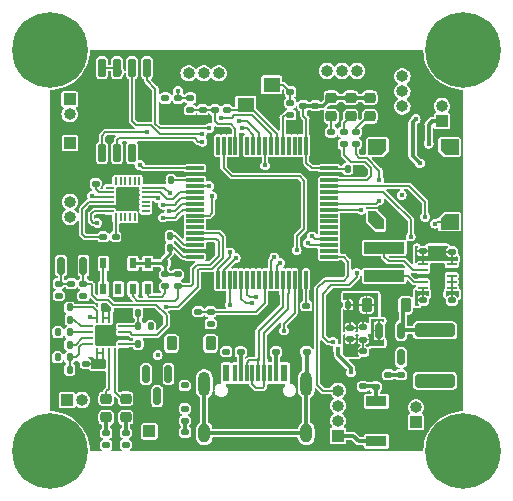
<source format=gbr>
%TF.GenerationSoftware,KiCad,Pcbnew,7.0.9*%
%TF.CreationDate,2024-03-28T09:14:24+03:00*%
%TF.ProjectId,MicroFlightController-v2,4d696372-6f46-46c6-9967-6874436f6e74,rev?*%
%TF.SameCoordinates,Original*%
%TF.FileFunction,Copper,L1,Top*%
%TF.FilePolarity,Positive*%
%FSLAX46Y46*%
G04 Gerber Fmt 4.6, Leading zero omitted, Abs format (unit mm)*
G04 Created by KiCad (PCBNEW 7.0.9) date 2024-03-28 09:14:24*
%MOMM*%
%LPD*%
G01*
G04 APERTURE LIST*
G04 Aperture macros list*
%AMRoundRect*
0 Rectangle with rounded corners*
0 $1 Rounding radius*
0 $2 $3 $4 $5 $6 $7 $8 $9 X,Y pos of 4 corners*
0 Add a 4 corners polygon primitive as box body*
4,1,4,$2,$3,$4,$5,$6,$7,$8,$9,$2,$3,0*
0 Add four circle primitives for the rounded corners*
1,1,$1+$1,$2,$3*
1,1,$1+$1,$4,$5*
1,1,$1+$1,$6,$7*
1,1,$1+$1,$8,$9*
0 Add four rect primitives between the rounded corners*
20,1,$1+$1,$2,$3,$4,$5,0*
20,1,$1+$1,$4,$5,$6,$7,0*
20,1,$1+$1,$6,$7,$8,$9,0*
20,1,$1+$1,$8,$9,$2,$3,0*%
%AMOutline5P*
0 Free polygon, 5 corners , with rotation*
0 The origin of the aperture is its center*
0 number of corners: always 5*
0 $1 to $10 corner X, Y*
0 $11 Rotation angle, in degrees counterclockwise*
0 create outline with 5 corners*
4,1,5,$1,$2,$3,$4,$5,$6,$7,$8,$9,$10,$1,$2,$11*%
%AMOutline6P*
0 Free polygon, 6 corners , with rotation*
0 The origin of the aperture is its center*
0 number of corners: always 6*
0 $1 to $12 corner X, Y*
0 $13 Rotation angle, in degrees counterclockwise*
0 create outline with 6 corners*
4,1,6,$1,$2,$3,$4,$5,$6,$7,$8,$9,$10,$11,$12,$1,$2,$13*%
%AMOutline7P*
0 Free polygon, 7 corners , with rotation*
0 The origin of the aperture is its center*
0 number of corners: always 7*
0 $1 to $14 corner X, Y*
0 $15 Rotation angle, in degrees counterclockwise*
0 create outline with 7 corners*
4,1,7,$1,$2,$3,$4,$5,$6,$7,$8,$9,$10,$11,$12,$13,$14,$1,$2,$15*%
%AMOutline8P*
0 Free polygon, 8 corners , with rotation*
0 The origin of the aperture is its center*
0 number of corners: always 8*
0 $1 to $16 corner X, Y*
0 $17 Rotation angle, in degrees counterclockwise*
0 create outline with 8 corners*
4,1,8,$1,$2,$3,$4,$5,$6,$7,$8,$9,$10,$11,$12,$13,$14,$15,$16,$1,$2,$17*%
G04 Aperture macros list end*
%TA.AperFunction,ComponentPad*%
%ADD10R,1.000000X1.000000*%
%TD*%
%TA.AperFunction,ComponentPad*%
%ADD11O,1.000000X1.000000*%
%TD*%
%TA.AperFunction,SMDPad,CuDef*%
%ADD12R,0.254000X0.812800*%
%TD*%
%TA.AperFunction,SMDPad,CuDef*%
%ADD13R,0.812800X0.254000*%
%TD*%
%TA.AperFunction,SMDPad,CuDef*%
%ADD14R,1.752600X1.752600*%
%TD*%
%TA.AperFunction,ComponentPad*%
%ADD15C,0.800000*%
%TD*%
%TA.AperFunction,ComponentPad*%
%ADD16C,6.400000*%
%TD*%
%TA.AperFunction,SMDPad,CuDef*%
%ADD17RoundRect,0.140000X0.170000X-0.140000X0.170000X0.140000X-0.170000X0.140000X-0.170000X-0.140000X0*%
%TD*%
%TA.AperFunction,SMDPad,CuDef*%
%ADD18RoundRect,0.225000X-0.225000X-0.375000X0.225000X-0.375000X0.225000X0.375000X-0.225000X0.375000X0*%
%TD*%
%TA.AperFunction,SMDPad,CuDef*%
%ADD19RoundRect,0.135000X-0.185000X0.135000X-0.185000X-0.135000X0.185000X-0.135000X0.185000X0.135000X0*%
%TD*%
%TA.AperFunction,SMDPad,CuDef*%
%ADD20RoundRect,0.140000X-0.170000X0.140000X-0.170000X-0.140000X0.170000X-0.140000X0.170000X0.140000X0*%
%TD*%
%TA.AperFunction,SMDPad,CuDef*%
%ADD21RoundRect,0.135000X0.185000X-0.135000X0.185000X0.135000X-0.185000X0.135000X-0.185000X-0.135000X0*%
%TD*%
%TA.AperFunction,SMDPad,CuDef*%
%ADD22R,1.700000X0.900000*%
%TD*%
%TA.AperFunction,SMDPad,CuDef*%
%ADD23RoundRect,0.135000X-0.135000X-0.185000X0.135000X-0.185000X0.135000X0.185000X-0.135000X0.185000X0*%
%TD*%
%TA.AperFunction,SMDPad,CuDef*%
%ADD24RoundRect,0.140000X-0.140000X-0.170000X0.140000X-0.170000X0.140000X0.170000X-0.140000X0.170000X0*%
%TD*%
%TA.AperFunction,SMDPad,CuDef*%
%ADD25R,0.600000X1.450000*%
%TD*%
%TA.AperFunction,SMDPad,CuDef*%
%ADD26R,0.300000X1.450000*%
%TD*%
%TA.AperFunction,ComponentPad*%
%ADD27O,1.000000X2.100000*%
%TD*%
%TA.AperFunction,ComponentPad*%
%ADD28O,1.000000X1.600000*%
%TD*%
%TA.AperFunction,SMDPad,CuDef*%
%ADD29RoundRect,0.150000X0.150000X-0.650000X0.150000X0.650000X-0.150000X0.650000X-0.150000X-0.650000X0*%
%TD*%
%TA.AperFunction,SMDPad,CuDef*%
%ADD30RoundRect,0.135000X0.135000X0.185000X-0.135000X0.185000X-0.135000X-0.185000X0.135000X-0.185000X0*%
%TD*%
%TA.AperFunction,SMDPad,CuDef*%
%ADD31RoundRect,0.075000X-0.075000X0.700000X-0.075000X-0.700000X0.075000X-0.700000X0.075000X0.700000X0*%
%TD*%
%TA.AperFunction,SMDPad,CuDef*%
%ADD32RoundRect,0.075000X-0.700000X0.075000X-0.700000X-0.075000X0.700000X-0.075000X0.700000X0.075000X0*%
%TD*%
%TA.AperFunction,SMDPad,CuDef*%
%ADD33RoundRect,0.140000X0.140000X0.170000X-0.140000X0.170000X-0.140000X-0.170000X0.140000X-0.170000X0*%
%TD*%
%TA.AperFunction,SMDPad,CuDef*%
%ADD34RoundRect,0.150000X-0.150000X0.587500X-0.150000X-0.587500X0.150000X-0.587500X0.150000X0.587500X0*%
%TD*%
%TA.AperFunction,SMDPad,CuDef*%
%ADD35R,3.400000X0.980000*%
%TD*%
%TA.AperFunction,SMDPad,CuDef*%
%ADD36RoundRect,0.218750X0.256250X-0.218750X0.256250X0.218750X-0.256250X0.218750X-0.256250X-0.218750X0*%
%TD*%
%TA.AperFunction,SMDPad,CuDef*%
%ADD37RoundRect,0.062500X-0.350000X-0.062500X0.350000X-0.062500X0.350000X0.062500X-0.350000X0.062500X0*%
%TD*%
%TA.AperFunction,SMDPad,CuDef*%
%ADD38R,1.200000X2.000000*%
%TD*%
%TA.AperFunction,SMDPad,CuDef*%
%ADD39RoundRect,0.250000X1.450000X-0.312500X1.450000X0.312500X-1.450000X0.312500X-1.450000X-0.312500X0*%
%TD*%
%TA.AperFunction,SMDPad,CuDef*%
%ADD40RoundRect,0.147500X0.172500X-0.147500X0.172500X0.147500X-0.172500X0.147500X-0.172500X-0.147500X0*%
%TD*%
%TA.AperFunction,SMDPad,CuDef*%
%ADD41RoundRect,0.218750X-0.256250X0.218750X-0.256250X-0.218750X0.256250X-0.218750X0.256250X0.218750X0*%
%TD*%
%TA.AperFunction,SMDPad,CuDef*%
%ADD42Outline6P,-0.762000X0.000000X-0.112000X0.650000X0.762000X0.650000X0.762000X0.000000X0.112000X-0.650000X-0.762000X-0.650000X90.000000*%
%TD*%
%TA.AperFunction,SMDPad,CuDef*%
%ADD43Outline5P,-0.762000X0.650000X0.762000X0.650000X0.762000X-0.260000X0.372000X-0.650000X-0.762000X-0.650000X0.000000*%
%TD*%
%TA.AperFunction,SMDPad,CuDef*%
%ADD44Outline5P,-0.762000X0.260000X-0.372000X0.650000X0.762000X0.650000X0.762000X-0.650000X-0.762000X-0.650000X0.000000*%
%TD*%
%TA.AperFunction,SMDPad,CuDef*%
%ADD45Outline5P,-0.762000X0.650000X0.762000X0.650000X0.762000X-0.650000X-0.372000X-0.650000X-0.762000X-0.260000X0.000000*%
%TD*%
%TA.AperFunction,SMDPad,CuDef*%
%ADD46R,0.203200X0.660400*%
%TD*%
%TA.AperFunction,SMDPad,CuDef*%
%ADD47R,0.660400X0.203200*%
%TD*%
%TA.AperFunction,SMDPad,CuDef*%
%ADD48R,1.600200X1.752600*%
%TD*%
%TA.AperFunction,SMDPad,CuDef*%
%ADD49R,1.400000X1.200000*%
%TD*%
%TA.AperFunction,SMDPad,CuDef*%
%ADD50RoundRect,0.150000X-0.150000X0.512500X-0.150000X-0.512500X0.150000X-0.512500X0.150000X0.512500X0*%
%TD*%
%TA.AperFunction,SMDPad,CuDef*%
%ADD51R,0.550000X0.950000*%
%TD*%
%TA.AperFunction,SMDPad,CuDef*%
%ADD52RoundRect,0.150000X0.150000X-0.587500X0.150000X0.587500X-0.150000X0.587500X-0.150000X-0.587500X0*%
%TD*%
%TA.AperFunction,ViaPad*%
%ADD53C,0.450000*%
%TD*%
%TA.AperFunction,Conductor*%
%ADD54C,0.152400*%
%TD*%
%TA.AperFunction,Conductor*%
%ADD55C,0.300000*%
%TD*%
%TA.AperFunction,Conductor*%
%ADD56C,0.250000*%
%TD*%
%TA.AperFunction,Conductor*%
%ADD57C,0.200000*%
%TD*%
G04 APERTURE END LIST*
D10*
%TO.P,J8,1,Pin_1*%
%TO.N,GND*%
X160825000Y-87075000D03*
D11*
%TO.P,J8,2,Pin_2*%
%TO.N,/MCU/PC6*%
X160825000Y-85805000D03*
%TO.P,J8,3,Pin_3*%
%TO.N,/MCU/PC7*%
X160825000Y-84535000D03*
%TO.P,J8,4,Pin_4*%
%TO.N,+5V*%
X160825000Y-83265000D03*
%TD*%
D12*
%TO.P,U7,1,VIN*%
%TO.N,VBUS*%
X134974998Y-106650000D03*
%TO.P,U7,2,VINSNS*%
X135474999Y-106650000D03*
%TO.P,U7,3,ST2*%
%TO.N,Net-(D4-K)*%
X135974999Y-106650000D03*
%TO.P,U7,4,ST1*%
%TO.N,Net-(D3-K)*%
X136475000Y-106650000D03*
D13*
%TO.P,U7,5,TPRG*%
%TO.N,Net-(U7-TPRG)*%
X137198199Y-105926801D03*
%TO.P,U7,6,GND*%
%TO.N,GND*%
X137198199Y-105426800D03*
%TO.P,U7,7,SD*%
%TO.N,/Battery Charger/SD*%
X137198199Y-104926800D03*
%TO.P,U7,8,TH*%
%TO.N,/Battery Charger/TH*%
X137198199Y-104426799D03*
D12*
%TO.P,U7,9,VOPRG*%
%TO.N,GND*%
X136475000Y-103703600D03*
%TO.P,U7,10,VOSNS*%
%TO.N,VBAT*%
X135974999Y-103703600D03*
%TO.P,U7,11,VOUT*%
X135474999Y-103703600D03*
%TO.P,U7,12,VREF*%
%TO.N,/Battery Charger/VREF*%
X134974998Y-103703600D03*
D13*
%TO.P,U7,13,IEND*%
%TO.N,Net-(U7-IEND)*%
X134251799Y-104426799D03*
%TO.P,U7,14,VPRE*%
%TO.N,/Battery Charger/VPRE*%
X134251799Y-104926800D03*
%TO.P,U7,15,IPRG*%
%TO.N,Net-(U7-IPRG)*%
X134251799Y-105426800D03*
%TO.P,U7,16,IPRE*%
%TO.N,/Battery Charger/IPRE*%
X134251799Y-105926801D03*
D14*
%TO.P,U7,17,17*%
%TO.N,GND*%
X135724999Y-105176800D03*
%TD*%
D15*
%TO.P,REF\u002A\u002A,1*%
%TO.N,N/C*%
X163600000Y-81000000D03*
X164302944Y-79302944D03*
X164302944Y-82697056D03*
X166000000Y-78600000D03*
D16*
X166000000Y-81000000D03*
D15*
X166000000Y-83400000D03*
X167697056Y-79302944D03*
X167697056Y-82697056D03*
X168400000Y-81000000D03*
%TD*%
D17*
%TO.P,C25,1*%
%TO.N,+3.3V*%
X165020000Y-98110000D03*
%TO.P,C25,2*%
%TO.N,GND*%
X165020000Y-97150000D03*
%TD*%
D18*
%TO.P,D1,1,K*%
%TO.N,VIN*%
X141300000Y-105875000D03*
%TO.P,D1,2,A*%
%TO.N,VBUS*%
X144600000Y-105875000D03*
%TD*%
D19*
%TO.P,R29,1*%
%TO.N,Net-(D5-K)*%
X154825000Y-87975000D03*
%TO.P,R29,2*%
%TO.N,GND*%
X154825000Y-88995000D03*
%TD*%
D20*
%TO.P,C2,1*%
%TO.N,GND*%
X145925000Y-105595000D03*
%TO.P,C2,2*%
%TO.N,VBUS*%
X145925000Y-106555000D03*
%TD*%
D21*
%TO.P,R12,1*%
%TO.N,GND*%
X142400000Y-110440000D03*
%TO.P,R12,2*%
%TO.N,VBUS*%
X142400000Y-109420000D03*
%TD*%
%TO.P,R4,1*%
%TO.N,Net-(J1-CC2)*%
X150140000Y-106590000D03*
%TO.P,R4,2*%
%TO.N,GND*%
X150140000Y-105570000D03*
%TD*%
D22*
%TO.P,SW1,1,1*%
%TO.N,+3.3V*%
X158640000Y-114160000D03*
%TO.P,SW1,2,2*%
%TO.N,/MCU/BOOT0*%
X158640000Y-110760000D03*
%TD*%
D23*
%TO.P,R18,1*%
%TO.N,/Battery Charger/TH*%
X138450000Y-103300000D03*
%TO.P,R18,2*%
%TO.N,GND*%
X139470000Y-103300000D03*
%TD*%
D19*
%TO.P,R3,1*%
%TO.N,GND*%
X158570000Y-108530000D03*
%TO.P,R3,2*%
%TO.N,/MCU/BOOT0*%
X158570000Y-109550000D03*
%TD*%
D21*
%TO.P,R27,1*%
%TO.N,+3.3V*%
X133825000Y-101835000D03*
%TO.P,R27,2*%
%TO.N,/Battery Charger/SD*%
X133825000Y-100815000D03*
%TD*%
D24*
%TO.P,C5,1*%
%TO.N,GND*%
X140290000Y-92020000D03*
%TO.P,C5,2*%
%TO.N,+3.3V*%
X141250000Y-92020000D03*
%TD*%
D17*
%TO.P,C7,1*%
%TO.N,/MCU/X_OUT*%
X145975000Y-86100000D03*
%TO.P,C7,2*%
%TO.N,GND*%
X145975000Y-85140000D03*
%TD*%
D18*
%TO.P,D2,1,K*%
%TO.N,+5V*%
X157802500Y-102640000D03*
%TO.P,D2,2,A*%
%TO.N,Net-(D2-A)*%
X161102500Y-102640000D03*
%TD*%
D10*
%TO.P,J7,1,Pin_1*%
%TO.N,GND*%
X153175000Y-82790000D03*
D11*
%TO.P,J7,2,Pin_2*%
%TO.N,/MCU/PA9*%
X154445000Y-82790000D03*
%TO.P,J7,3,Pin_3*%
%TO.N,/MCU/PA10*%
X155715000Y-82790000D03*
%TO.P,J7,4,Pin_4*%
%TO.N,+5V*%
X156985000Y-82790000D03*
%TD*%
D17*
%TO.P,C8,1*%
%TO.N,GND*%
X152700000Y-103645000D03*
%TO.P,C8,2*%
%TO.N,+3.3V*%
X152700000Y-102685000D03*
%TD*%
D25*
%TO.P,J1,A1,GND*%
%TO.N,GND*%
X145140000Y-108395000D03*
%TO.P,J1,A4,VBUS*%
%TO.N,VBUS*%
X145940000Y-108395000D03*
D26*
%TO.P,J1,A5,CC1*%
%TO.N,Net-(J1-CC1)*%
X147140000Y-108395000D03*
%TO.P,J1,A6,D+*%
%TO.N,/MCU/USB_D+*%
X148140000Y-108395000D03*
%TO.P,J1,A7,D-*%
%TO.N,/MCU/USB_D-*%
X148640000Y-108395000D03*
%TO.P,J1,A8,SBU1*%
%TO.N,unconnected-(J1-SBU1-PadA8)*%
X149640000Y-108395000D03*
D25*
%TO.P,J1,A9,VBUS*%
%TO.N,VBUS*%
X150840000Y-108395000D03*
%TO.P,J1,A12,GND*%
%TO.N,GND*%
X151640000Y-108395000D03*
%TO.P,J1,B1,GND*%
X151640000Y-108395000D03*
%TO.P,J1,B4,VBUS*%
%TO.N,VBUS*%
X150840000Y-108395000D03*
D26*
%TO.P,J1,B5,CC2*%
%TO.N,Net-(J1-CC2)*%
X150140000Y-108395000D03*
%TO.P,J1,B6,D+*%
%TO.N,/MCU/USB_D+*%
X149140000Y-108395000D03*
%TO.P,J1,B7,D-*%
%TO.N,/MCU/USB_D-*%
X147640000Y-108395000D03*
%TO.P,J1,B8,SBU2*%
%TO.N,unconnected-(J1-SBU2-PadB8)*%
X146640000Y-108395000D03*
D25*
%TO.P,J1,B9,VBUS*%
%TO.N,VBUS*%
X145940000Y-108395000D03*
%TO.P,J1,B12,GND*%
%TO.N,GND*%
X145140000Y-108395000D03*
D27*
%TO.P,J1,S1,SHIELD*%
%TO.N,Net-(J1-SHIELD)*%
X144070000Y-109310000D03*
D28*
X144070000Y-113490000D03*
D27*
X152710000Y-109310000D03*
D28*
X152710000Y-113490000D03*
%TD*%
D15*
%TO.P,REF\u002A\u002A,1*%
%TO.N,N/C*%
X163600000Y-115000000D03*
X164302944Y-113302944D03*
X164302944Y-116697056D03*
X166000000Y-112600000D03*
D16*
X166000000Y-115000000D03*
D15*
X166000000Y-117400000D03*
X167697056Y-113302944D03*
X167697056Y-116697056D03*
X168400000Y-115000000D03*
%TD*%
D21*
%TO.P,R15,1*%
%TO.N,Net-(U5-FB)*%
X157510000Y-105540000D03*
%TO.P,R15,2*%
%TO.N,+5V*%
X157510000Y-104520000D03*
%TD*%
D19*
%TO.P,R8,1*%
%TO.N,+3.3V*%
X141800000Y-100025000D03*
%TO.P,R8,2*%
%TO.N,/Baro/SDA*%
X141800000Y-101045000D03*
%TD*%
D20*
%TO.P,C17,1*%
%TO.N,GND*%
X134860000Y-91370000D03*
%TO.P,C17,2*%
%TO.N,+3.3V*%
X134860000Y-92330000D03*
%TD*%
D17*
%TO.P,C3,1*%
%TO.N,/MCU/BOOT0*%
X157510000Y-109510000D03*
%TO.P,C3,2*%
%TO.N,GND*%
X157510000Y-108550000D03*
%TD*%
D20*
%TO.P,C10,1*%
%TO.N,GND*%
X153475000Y-84800000D03*
%TO.P,C10,2*%
%TO.N,+3.3V*%
X153475000Y-85760000D03*
%TD*%
D29*
%TO.P,U4,1,~{CS}*%
%TO.N,/Flash/CS*%
X135390000Y-89725000D03*
%TO.P,U4,2,DO(IO1)*%
%TO.N,/Flash/MISO*%
X136660000Y-89725000D03*
%TO.P,U4,3,IO2*%
%TO.N,+3.3V*%
X137930000Y-89725000D03*
%TO.P,U4,4,GND*%
%TO.N,GND*%
X139200000Y-89725000D03*
%TO.P,U4,5,DI(IO0)*%
%TO.N,/Flash/MOSI*%
X139200000Y-82525000D03*
%TO.P,U4,6,CLK*%
%TO.N,/Flash/CLK*%
X137930000Y-82525000D03*
%TO.P,U4,7,IO3*%
%TO.N,+3.3V*%
X136660000Y-82525000D03*
%TO.P,U4,8,VCC*%
X135390000Y-82525000D03*
%TD*%
D20*
%TO.P,C19,1*%
%TO.N,+3.3V*%
X140775000Y-85095000D03*
%TO.P,C19,2*%
%TO.N,GND*%
X140775000Y-86055000D03*
%TD*%
D30*
%TO.P,R19,1*%
%TO.N,Net-(U7-IPRG)*%
X132660000Y-105975000D03*
%TO.P,R19,2*%
%TO.N,GND*%
X131640000Y-105975000D03*
%TD*%
D23*
%TO.P,R16,1*%
%TO.N,/Battery Charger/TH*%
X138490000Y-104425000D03*
%TO.P,R16,2*%
%TO.N,/Battery Charger/VREF*%
X139510000Y-104425000D03*
%TD*%
D31*
%TO.P,U1,1,VBAT*%
%TO.N,+3.3V*%
X152700000Y-89115000D03*
%TO.P,U1,2,PC13*%
%TO.N,/MCU/PC13*%
X152200000Y-89115000D03*
%TO.P,U1,3,PC14*%
%TO.N,/MCU/PC14*%
X151700000Y-89115000D03*
%TO.P,U1,4,PC15*%
%TO.N,/MCU/PC15*%
X151200000Y-89115000D03*
%TO.P,U1,5,PH0*%
%TO.N,/MCU/X_IN*%
X150700000Y-89115000D03*
%TO.P,U1,6,PH1*%
%TO.N,/MCU/X_OUT*%
X150200000Y-89115000D03*
%TO.P,U1,7,NRST*%
%TO.N,/MCU/NRST*%
X149700000Y-89115000D03*
%TO.P,U1,8,PC0*%
%TO.N,/Buck Boost Converter/VBAT-MESAURE*%
X149200000Y-89115000D03*
%TO.P,U1,9,PC1*%
%TO.N,/Flash/MOSI*%
X148700000Y-89115000D03*
%TO.P,U1,10,PC2*%
%TO.N,/Flash/MISO*%
X148200000Y-89115000D03*
%TO.P,U1,11,PC3*%
%TO.N,/MCU/PC3*%
X147700000Y-89115000D03*
%TO.P,U1,12,VSSA*%
%TO.N,GND*%
X147200000Y-89115000D03*
%TO.P,U1,13,VDDA*%
%TO.N,+3.3V*%
X146700000Y-89115000D03*
%TO.P,U1,14,PA0*%
%TO.N,/MCU/PA0*%
X146200000Y-89115000D03*
%TO.P,U1,15,PA1*%
%TO.N,/MCU/PA1*%
X145700000Y-89115000D03*
%TO.P,U1,16,PA2*%
%TO.N,/MCU/PA2*%
X145200000Y-89115000D03*
D32*
%TO.P,U1,17,PA3*%
%TO.N,/MCU/PA3*%
X143275000Y-91040000D03*
%TO.P,U1,18,VSS*%
%TO.N,GND*%
X143275000Y-91540000D03*
%TO.P,U1,19,VDD*%
%TO.N,+3.3V*%
X143275000Y-92040000D03*
%TO.P,U1,20,PA4*%
%TO.N,/MCU/PA4*%
X143275000Y-92540000D03*
%TO.P,U1,21,PA5*%
%TO.N,/MCU/PA5*%
X143275000Y-93040000D03*
%TO.P,U1,22,PA6*%
%TO.N,/MCU/PA6*%
X143275000Y-93540000D03*
%TO.P,U1,23,PA7*%
%TO.N,/MCU/PA7*%
X143275000Y-94040000D03*
%TO.P,U1,24,PC4*%
%TO.N,/MCU/PC4*%
X143275000Y-94540000D03*
%TO.P,U1,25,PB0*%
%TO.N,/MCU/PB0*%
X143275000Y-95040000D03*
%TO.P,U1,26,PB1*%
%TO.N,/MCU/PB1*%
X143275000Y-95540000D03*
%TO.P,U1,27,PB2*%
%TO.N,/MCU/PB2*%
X143275000Y-96040000D03*
%TO.P,U1,28,PB10*%
%TO.N,/Baro/SCL*%
X143275000Y-96540000D03*
%TO.P,U1,29,PB11*%
%TO.N,/Baro/SDA*%
X143275000Y-97040000D03*
%TO.P,U1,30,VCAP_1*%
%TO.N,Net-(U1-VCAP_1)*%
X143275000Y-97540000D03*
%TO.P,U1,31,VSS*%
%TO.N,GND*%
X143275000Y-98040000D03*
%TO.P,U1,32,VDD*%
%TO.N,+3.3V*%
X143275000Y-98540000D03*
D31*
%TO.P,U1,33,PB12*%
%TO.N,/Flash/CS*%
X145200000Y-100465000D03*
%TO.P,U1,34,PB13*%
%TO.N,/Flash/CLK*%
X145700000Y-100465000D03*
%TO.P,U1,35,PB14*%
%TO.N,/MCU/PB14*%
X146200000Y-100465000D03*
%TO.P,U1,36,PB15*%
%TO.N,/MCU/PB15*%
X146700000Y-100465000D03*
%TO.P,U1,37,PC6*%
%TO.N,/MCU/PC6*%
X147200000Y-100465000D03*
%TO.P,U1,38,PC7*%
%TO.N,/MCU/PC7*%
X147700000Y-100465000D03*
%TO.P,U1,39,PC8*%
%TO.N,/MCU/PC8*%
X148200000Y-100465000D03*
%TO.P,U1,40,PC9*%
%TO.N,/MCU/PC9*%
X148700000Y-100465000D03*
%TO.P,U1,41,PA8*%
%TO.N,/MCU/VBUS_DETECT*%
X149200000Y-100465000D03*
%TO.P,U1,42,PA9*%
%TO.N,/MCU/PA9*%
X149700000Y-100465000D03*
%TO.P,U1,43,PA10*%
%TO.N,/MCU/PA10*%
X150200000Y-100465000D03*
%TO.P,U1,44,PA11*%
%TO.N,/MCU/USB_D-*%
X150700000Y-100465000D03*
%TO.P,U1,45,PA12*%
%TO.N,/MCU/USB_D+*%
X151200000Y-100465000D03*
%TO.P,U1,46,PA13*%
%TO.N,/MCU/SWDIO*%
X151700000Y-100465000D03*
%TO.P,U1,47,VSS*%
%TO.N,GND*%
X152200000Y-100465000D03*
%TO.P,U1,48,VDD*%
%TO.N,+3.3V*%
X152700000Y-100465000D03*
D32*
%TO.P,U1,49,PA14*%
%TO.N,/MCU/SWCLK*%
X154625000Y-98540000D03*
%TO.P,U1,50,PA15*%
%TO.N,unconnected-(U1-PA15-Pad50)*%
X154625000Y-98040000D03*
%TO.P,U1,51,PC10*%
%TO.N,/MCU/PC10*%
X154625000Y-97540000D03*
%TO.P,U1,52,PC11*%
%TO.N,/MCU/PC11*%
X154625000Y-97040000D03*
%TO.P,U1,53,PC12*%
%TO.N,/MCU/PC12*%
X154625000Y-96540000D03*
%TO.P,U1,54,PD2*%
%TO.N,/MCU/PD2*%
X154625000Y-96040000D03*
%TO.P,U1,55,PB3*%
%TO.N,/MCU/PB3*%
X154625000Y-95540000D03*
%TO.P,U1,56,PB4*%
%TO.N,/MCU/PB4*%
X154625000Y-95040000D03*
%TO.P,U1,57,PB5*%
%TO.N,/MCU/PB5*%
X154625000Y-94540000D03*
%TO.P,U1,58,PB6*%
%TO.N,/MCU/PB6*%
X154625000Y-94040000D03*
%TO.P,U1,59,PB7*%
%TO.N,/MCU/PB7*%
X154625000Y-93540000D03*
%TO.P,U1,60,BOOT0*%
%TO.N,/MCU/BOOT0*%
X154625000Y-93040000D03*
%TO.P,U1,61,PB8*%
%TO.N,/MCU/PB8*%
X154625000Y-92540000D03*
%TO.P,U1,62,PB9*%
%TO.N,/MCU/PB9*%
X154625000Y-92040000D03*
%TO.P,U1,63,VSS*%
%TO.N,GND*%
X154625000Y-91540000D03*
%TO.P,U1,64,VDD*%
%TO.N,+3.3V*%
X154625000Y-91040000D03*
%TD*%
D33*
%TO.P,C29,1*%
%TO.N,/Battery Charger/VREF*%
X132655000Y-102825000D03*
%TO.P,C29,2*%
%TO.N,GND*%
X131695000Y-102825000D03*
%TD*%
D23*
%TO.P,R20,1*%
%TO.N,/Battery Charger/VREF*%
X131640000Y-107050000D03*
%TO.P,R20,2*%
%TO.N,/Battery Charger/IPRE*%
X132660000Y-107050000D03*
%TD*%
D10*
%TO.P,J10,1,Pin_1*%
%TO.N,VBAT*%
X161975000Y-112550000D03*
D11*
%TO.P,J10,2,Pin_2*%
%TO.N,Net-(D9-A)*%
X161975000Y-111280000D03*
%TD*%
D10*
%TO.P,J6,1,Pin_1*%
%TO.N,GND*%
X141465000Y-83000000D03*
D11*
%TO.P,J6,2,Pin_2*%
%TO.N,/MCU/PC10*%
X142735000Y-83000000D03*
%TO.P,J6,3,Pin_3*%
%TO.N,/MCU/PC11*%
X144005000Y-83000000D03*
%TO.P,J6,4,Pin_4*%
%TO.N,+5V*%
X145275000Y-83000000D03*
%TD*%
D19*
%TO.P,R10,1*%
%TO.N,VBAT*%
X142420000Y-111400000D03*
%TO.P,R10,2*%
%TO.N,/Buck Boost Converter/VBAT-MESAURE*%
X142420000Y-112420000D03*
%TD*%
D17*
%TO.P,C16,1*%
%TO.N,GND*%
X135500000Y-97805000D03*
%TO.P,C16,2*%
%TO.N,Net-(U9-REGOUT)*%
X135500000Y-96845000D03*
%TD*%
D34*
%TO.P,Q1,1,G*%
%TO.N,VBUS*%
X141030000Y-108470000D03*
%TO.P,Q1,2,S*%
%TO.N,VIN*%
X139130000Y-108470000D03*
%TO.P,Q1,3,D*%
%TO.N,VBAT*%
X140080000Y-110345000D03*
%TD*%
D35*
%TO.P,L2,1,1*%
%TO.N,Net-(U6-L2)*%
X159300000Y-97765000D03*
%TO.P,L2,2,2*%
%TO.N,Net-(U6-L1)*%
X159300000Y-100135000D03*
%TD*%
D36*
%TO.P,D5,1,K*%
%TO.N,Net-(D5-K)*%
X154825000Y-86650000D03*
%TO.P,D5,2,A*%
%TO.N,+3.3V*%
X154825000Y-85075000D03*
%TD*%
D37*
%TO.P,U6,1,VOUT*%
%TO.N,+3.3V*%
X162585000Y-99165000D03*
%TO.P,U6,2,L2*%
%TO.N,Net-(U6-L2)*%
X162585000Y-99665000D03*
%TO.P,U6,3,PGND*%
%TO.N,GND*%
X162585000Y-100165000D03*
%TO.P,U6,4,L1*%
%TO.N,Net-(U6-L1)*%
X162585000Y-100665000D03*
%TO.P,U6,5,VIN*%
%TO.N,VIN*%
X162585000Y-101165000D03*
%TO.P,U6,6,EN*%
%TO.N,Net-(U6-EN)*%
X165010000Y-101165000D03*
%TO.P,U6,7,PS/SYNC*%
X165010000Y-100665000D03*
%TO.P,U6,8,VINA*%
X165010000Y-100165000D03*
%TO.P,U6,9,GND*%
%TO.N,GND*%
X165010000Y-99665000D03*
%TO.P,U6,10,FB*%
%TO.N,+3.3V*%
X165010000Y-99165000D03*
D38*
%TO.P,U6,11,PGND*%
%TO.N,GND*%
X163797500Y-100165000D03*
%TD*%
D19*
%TO.P,R14,1*%
%TO.N,Net-(U5-FB)*%
X157510000Y-106530000D03*
%TO.P,R14,2*%
%TO.N,GND*%
X157510000Y-107550000D03*
%TD*%
D39*
%TO.P,L3,1,1*%
%TO.N,VIN*%
X163590000Y-109037500D03*
%TO.P,L3,2,2*%
%TO.N,Net-(D2-A)*%
X163590000Y-104762500D03*
%TD*%
D36*
%TO.P,D7,1,K*%
%TO.N,Net-(D7-K)*%
X158075000Y-86650000D03*
%TO.P,D7,2,A*%
%TO.N,+3.3V*%
X158075000Y-85075000D03*
%TD*%
D21*
%TO.P,R5,1*%
%TO.N,VBUS*%
X144600000Y-104210000D03*
%TO.P,R5,2*%
%TO.N,/MCU/VBUS_DETECT*%
X144600000Y-103190000D03*
%TD*%
D17*
%TO.P,C4,1*%
%TO.N,Net-(C4-Pad1)*%
X151350000Y-84560000D03*
%TO.P,C4,2*%
%TO.N,GND*%
X151350000Y-83600000D03*
%TD*%
D19*
%TO.P,R9,1*%
%TO.N,+3.3V*%
X140750000Y-100025000D03*
%TO.P,R9,2*%
%TO.N,/Baro/SCL*%
X140750000Y-101045000D03*
%TD*%
D15*
%TO.P,REF\u002A\u002A,1*%
%TO.N,N/C*%
X128600000Y-81000000D03*
X129302944Y-79302944D03*
X129302944Y-82697056D03*
X131000000Y-78600000D03*
D16*
X131000000Y-81000000D03*
D15*
X131000000Y-83400000D03*
X132697056Y-79302944D03*
X132697056Y-82697056D03*
X133400000Y-81000000D03*
%TD*%
D10*
%TO.P,J3,1,Pin_1*%
%TO.N,VBAT*%
X139410000Y-113320000D03*
D11*
%TO.P,J3,2,Pin_2*%
%TO.N,GND*%
X140680000Y-113320000D03*
%TD*%
D24*
%TO.P,C18,1*%
%TO.N,+3.3V*%
X140730000Y-99050000D03*
%TO.P,C18,2*%
%TO.N,GND*%
X141690000Y-99050000D03*
%TD*%
D40*
%TO.P,L1,1,1*%
%TO.N,Net-(J1-SHIELD)*%
X152715000Y-106565000D03*
%TO.P,L1,2,2*%
%TO.N,GND*%
X152715000Y-105595000D03*
%TD*%
D41*
%TO.P,D4,1,K*%
%TO.N,Net-(D4-K)*%
X135770000Y-110562500D03*
%TO.P,D4,2,A*%
%TO.N,Net-(D4-A)*%
X135770000Y-112137500D03*
%TD*%
D42*
%TO.P,U8,*%
%TO.N,*%
X158625000Y-95450000D03*
D43*
X158725000Y-89250000D03*
D44*
%TO.P,U8,1,VDD*%
%TO.N,+3.3V*%
X164825000Y-95550000D03*
D45*
%TO.P,U8,2,VSS*%
%TO.N,Net-(Q3-C)*%
X164825000Y-89250000D03*
%TD*%
D10*
%TO.P,J2,1,Pin_1*%
%TO.N,+3.3V*%
X155380000Y-113680000D03*
D11*
%TO.P,J2,2,Pin_2*%
%TO.N,/MCU/NRST*%
X155380000Y-112410000D03*
%TO.P,J2,3,Pin_3*%
%TO.N,/MCU/SWDIO*%
X155380000Y-111140000D03*
%TO.P,J2,4,Pin_4*%
%TO.N,/MCU/SWCLK*%
X155380000Y-109870000D03*
%TO.P,J2,5,Pin_5*%
%TO.N,GND*%
X155380000Y-108600000D03*
%TD*%
D17*
%TO.P,C23,1*%
%TO.N,Net-(U5-FB)*%
X156420000Y-105490000D03*
%TO.P,C23,2*%
%TO.N,+5V*%
X156420000Y-104530000D03*
%TD*%
D33*
%TO.P,C9,1*%
%TO.N,GND*%
X157160000Y-91080000D03*
%TO.P,C9,2*%
%TO.N,+3.3V*%
X156200000Y-91080000D03*
%TD*%
D19*
%TO.P,R23,1*%
%TO.N,Net-(D4-A)*%
X135770000Y-113450000D03*
%TO.P,R23,2*%
%TO.N,VBUS*%
X135770000Y-114470000D03*
%TD*%
D10*
%TO.P,J5,1,Pin_1*%
%TO.N,+5V*%
X132675000Y-88905000D03*
D11*
%TO.P,J5,2,Pin_2*%
%TO.N,GND*%
X132675000Y-90175000D03*
%TD*%
D20*
%TO.P,C21,1*%
%TO.N,VIN*%
X162590000Y-102200000D03*
%TO.P,C21,2*%
%TO.N,GND*%
X162590000Y-103160000D03*
%TD*%
D19*
%TO.P,R31,1*%
%TO.N,Net-(D7-K)*%
X156900000Y-87955000D03*
%TO.P,R31,2*%
%TO.N,/MCU/PB6*%
X156900000Y-88975000D03*
%TD*%
D36*
%TO.P,D6,1,K*%
%TO.N,Net-(D6-K)*%
X156450000Y-86650000D03*
%TO.P,D6,2,A*%
%TO.N,+3.3V*%
X156450000Y-85075000D03*
%TD*%
D10*
%TO.P,J9,1,Pin_1*%
%TO.N,VBAT*%
X132450000Y-110675000D03*
D11*
%TO.P,J9,2,Pin_2*%
%TO.N,Net-(D8-A)*%
X133720000Y-110675000D03*
%TD*%
D21*
%TO.P,R26,1*%
%TO.N,GND*%
X132800000Y-101845000D03*
%TO.P,R26,2*%
%TO.N,Net-(Q2-G)*%
X132800000Y-100825000D03*
%TD*%
D30*
%TO.P,R17,1*%
%TO.N,Net-(U7-IEND)*%
X132700000Y-103850000D03*
%TO.P,R17,2*%
%TO.N,GND*%
X131680000Y-103850000D03*
%TD*%
D19*
%TO.P,R22,1*%
%TO.N,Net-(D3-A)*%
X137410000Y-113420000D03*
%TO.P,R22,2*%
%TO.N,VBUS*%
X137410000Y-114440000D03*
%TD*%
%TO.P,R11,1*%
%TO.N,/Buck Boost Converter/VBAT-MESAURE*%
X142440000Y-113390000D03*
%TO.P,R11,2*%
%TO.N,GND*%
X142440000Y-114410000D03*
%TD*%
D24*
%TO.P,C6,1*%
%TO.N,GND*%
X140225000Y-97775000D03*
%TO.P,C6,2*%
%TO.N,+3.3V*%
X141185000Y-97775000D03*
%TD*%
D10*
%TO.P,J11,1,Pin_1*%
%TO.N,VBAT*%
X132660000Y-85200000D03*
D11*
%TO.P,J11,2,Pin_2*%
%TO.N,Net-(D10-A)*%
X132660000Y-86470000D03*
%TD*%
D19*
%TO.P,R6,1*%
%TO.N,/MCU/VBUS_DETECT*%
X143540000Y-103180000D03*
%TO.P,R6,2*%
%TO.N,GND*%
X143540000Y-104200000D03*
%TD*%
D20*
%TO.P,C13,1*%
%TO.N,GND*%
X144950000Y-85140000D03*
%TO.P,C13,2*%
%TO.N,+3.3V*%
X144950000Y-86100000D03*
%TD*%
%TO.P,C20,1*%
%TO.N,VIN*%
X160690000Y-108530000D03*
%TO.P,C20,2*%
%TO.N,GND*%
X160690000Y-109490000D03*
%TD*%
D19*
%TO.P,R24,1*%
%TO.N,Net-(Q2-G)*%
X131750000Y-100800000D03*
%TO.P,R24,2*%
%TO.N,VBUS*%
X131750000Y-101820000D03*
%TD*%
D20*
%TO.P,C28,1*%
%TO.N,VBUS*%
X134025000Y-107575000D03*
%TO.P,C28,2*%
%TO.N,GND*%
X134025000Y-108535000D03*
%TD*%
D21*
%TO.P,R2,1*%
%TO.N,Net-(J1-CC1)*%
X147140000Y-106590000D03*
%TO.P,R2,2*%
%TO.N,GND*%
X147140000Y-105570000D03*
%TD*%
D15*
%TO.P,REF\u002A\u002A,1*%
%TO.N,N/C*%
X128600000Y-115000000D03*
X129302944Y-113302944D03*
X129302944Y-116697056D03*
X131000000Y-112600000D03*
D16*
X131000000Y-115000000D03*
D15*
X131000000Y-117400000D03*
X132697056Y-113302944D03*
X132697056Y-116697056D03*
X133400000Y-115000000D03*
%TD*%
D10*
%TO.P,J4,1,Pin_1*%
%TO.N,GND*%
X132700000Y-92610000D03*
D11*
%TO.P,J4,2,Pin_2*%
%TO.N,/MCU/PB14*%
X132700000Y-93880000D03*
%TO.P,J4,3,Pin_3*%
%TO.N,+5V*%
X132700000Y-95150000D03*
%TD*%
D17*
%TO.P,C24,1*%
%TO.N,+3.3V*%
X162570000Y-98050000D03*
%TO.P,C24,2*%
%TO.N,GND*%
X162570000Y-97090000D03*
%TD*%
D24*
%TO.P,C26,1*%
%TO.N,GND*%
X155300000Y-102600000D03*
%TO.P,C26,2*%
%TO.N,+5V*%
X156260000Y-102600000D03*
%TD*%
D20*
%TO.P,C1,1*%
%TO.N,/MCU/NRST*%
X141855000Y-85095000D03*
%TO.P,C1,2*%
%TO.N,GND*%
X141855000Y-86055000D03*
%TD*%
D46*
%TO.P,U9,1,NC*%
%TO.N,unconnected-(U9-NC-Pad1)*%
X138570001Y-92146000D03*
%TO.P,U9,2,NC*%
%TO.N,unconnected-(U9-NC-Pad2)*%
X138169999Y-92146000D03*
%TO.P,U9,3,NC*%
%TO.N,unconnected-(U9-NC-Pad3)*%
X137770000Y-92146000D03*
%TO.P,U9,4,NC*%
%TO.N,unconnected-(U9-NC-Pad4)*%
X137370000Y-92146000D03*
%TO.P,U9,5,NC*%
%TO.N,unconnected-(U9-NC-Pad5)*%
X136970001Y-92146000D03*
%TO.P,U9,6,NC*%
%TO.N,unconnected-(U9-NC-Pad6)*%
X136569999Y-92146000D03*
D47*
%TO.P,U9,7,AUX_CL*%
%TO.N,unconnected-(U9-AUX_CL-Pad7)*%
X136046000Y-92669999D03*
%TO.P,U9,8,VDDIO*%
%TO.N,+3.3V*%
X136046000Y-93070001D03*
%TO.P,U9,9,SDO/ADO*%
%TO.N,/MCU/PA6*%
X136046000Y-93470000D03*
%TO.P,U9,10,REGOUT*%
%TO.N,Net-(U9-REGOUT)*%
X136046000Y-93870000D03*
%TO.P,U9,11,FSYNC*%
%TO.N,GND*%
X136046000Y-94269999D03*
%TO.P,U9,12,INT*%
%TO.N,/MCU/PC4*%
X136046000Y-94670001D03*
D46*
%TO.P,U9,13,VDD*%
%TO.N,+3.3V*%
X136569999Y-95194000D03*
%TO.P,U9,14,NC*%
%TO.N,unconnected-(U9-NC-Pad14)*%
X136970001Y-95194000D03*
%TO.P,U9,15,NC*%
%TO.N,unconnected-(U9-NC-Pad15)*%
X137370000Y-95194000D03*
%TO.P,U9,16,NC*%
%TO.N,unconnected-(U9-NC-Pad16)*%
X137770000Y-95194000D03*
%TO.P,U9,17,NC*%
%TO.N,unconnected-(U9-NC-Pad17)*%
X138169999Y-95194000D03*
%TO.P,U9,18,GND*%
%TO.N,GND*%
X138570001Y-95194000D03*
D47*
%TO.P,U9,19,RESV*%
%TO.N,unconnected-(U9-RESV-Pad19)*%
X139094000Y-94670001D03*
%TO.P,U9,20,RESV*%
%TO.N,unconnected-(U9-RESV-Pad20)*%
X139094000Y-94269999D03*
%TO.P,U9,21,AUX_DA*%
%TO.N,unconnected-(U9-AUX_DA-Pad21)*%
X139094000Y-93870000D03*
%TO.P,U9,22,nCS*%
%TO.N,/MCU/PA4*%
X139094000Y-93470000D03*
%TO.P,U9,23,SCL/SCLK*%
%TO.N,/MCU/PA5*%
X139094000Y-93070001D03*
%TO.P,U9,24,SDA/SDI*%
%TO.N,/MCU/PA7*%
X139094000Y-92669999D03*
D48*
%TO.P,U9,25,25*%
%TO.N,GND*%
X137570000Y-93670000D03*
%TD*%
D49*
%TO.P,Y1,1,1*%
%TO.N,Net-(C4-Pad1)*%
X149775000Y-83975000D03*
%TO.P,Y1,2,2*%
%TO.N,GND*%
X147575000Y-83975000D03*
%TO.P,Y1,3,3*%
%TO.N,/MCU/X_OUT*%
X147575000Y-85675000D03*
%TO.P,Y1,4,4*%
%TO.N,GND*%
X149775000Y-85675000D03*
%TD*%
D20*
%TO.P,C14,1*%
%TO.N,GND*%
X143925000Y-85135000D03*
%TO.P,C14,2*%
%TO.N,+3.3V*%
X143925000Y-86095000D03*
%TD*%
D21*
%TO.P,R7,1*%
%TO.N,/MCU/X_IN*%
X151350000Y-86520000D03*
%TO.P,R7,2*%
%TO.N,Net-(C4-Pad1)*%
X151350000Y-85500000D03*
%TD*%
D41*
%TO.P,D3,1,K*%
%TO.N,Net-(D3-K)*%
X137400000Y-110555000D03*
%TO.P,D3,2,A*%
%TO.N,Net-(D3-A)*%
X137400000Y-112130000D03*
%TD*%
D17*
%TO.P,C15,1*%
%TO.N,GND*%
X136550000Y-97780000D03*
%TO.P,C15,2*%
%TO.N,+3.3V*%
X136550000Y-96820000D03*
%TD*%
D24*
%TO.P,C27,1*%
%TO.N,Net-(U7-TPRG)*%
X138445000Y-105900000D03*
%TO.P,C27,2*%
%TO.N,GND*%
X139405000Y-105900000D03*
%TD*%
D21*
%TO.P,R1,1*%
%TO.N,+3.3V*%
X142885000Y-86105000D03*
%TO.P,R1,2*%
%TO.N,/MCU/NRST*%
X142885000Y-85085000D03*
%TD*%
D10*
%TO.P,J12,1,Pin_1*%
%TO.N,VBAT*%
X164175000Y-87050000D03*
D11*
%TO.P,J12,2,Pin_2*%
%TO.N,Net-(D11-A)*%
X164175000Y-85780000D03*
%TD*%
D20*
%TO.P,C12,1*%
%TO.N,GND*%
X152450000Y-84800000D03*
%TO.P,C12,2*%
%TO.N,+3.3V*%
X152450000Y-85760000D03*
%TD*%
D33*
%TO.P,C11,1*%
%TO.N,Net-(U1-VCAP_1)*%
X141180000Y-96775000D03*
%TO.P,C11,2*%
%TO.N,GND*%
X140220000Y-96775000D03*
%TD*%
D19*
%TO.P,R13,1*%
%TO.N,VIN*%
X159630000Y-108520000D03*
%TO.P,R13,2*%
%TO.N,GND*%
X159630000Y-109540000D03*
%TD*%
D50*
%TO.P,U5,1,SW*%
%TO.N,Net-(D2-A)*%
X160740000Y-104782500D03*
%TO.P,U5,2,GND*%
%TO.N,GND*%
X159790000Y-104782500D03*
%TO.P,U5,3,FB*%
%TO.N,Net-(U5-FB)*%
X158840000Y-104782500D03*
%TO.P,U5,4,EN*%
%TO.N,GND*%
X158840000Y-107057500D03*
%TO.P,U5,5,VIN*%
%TO.N,VIN*%
X160740000Y-107057500D03*
%TD*%
D30*
%TO.P,R21,1*%
%TO.N,/Battery Charger/IPRE*%
X132670000Y-108100000D03*
%TO.P,R21,2*%
%TO.N,GND*%
X131650000Y-108100000D03*
%TD*%
D23*
%TO.P,R25,1*%
%TO.N,+3.3V*%
X131665000Y-104925000D03*
%TO.P,R25,2*%
%TO.N,/Battery Charger/VPRE*%
X132685000Y-104925000D03*
%TD*%
D51*
%TO.P,U3,1,VDD*%
%TO.N,+3.3V*%
X139275000Y-99100000D03*
%TO.P,U3,2,PS*%
X138025000Y-99100000D03*
%TO.P,U3,3,GND*%
%TO.N,GND*%
X136775000Y-99100000D03*
%TO.P,U3,4,CSB*%
%TO.N,unconnected-(U3-CSB-Pad4)*%
X135525000Y-99100000D03*
%TO.P,U3,5,CSB*%
X135525000Y-101250000D03*
%TO.P,U3,6,SDO*%
%TO.N,unconnected-(U3-SDO-Pad6)*%
X136775000Y-101250000D03*
%TO.P,U3,7,SDI/SDA*%
%TO.N,/Baro/SDA*%
X138025000Y-101250000D03*
%TO.P,U3,8,SCLK*%
%TO.N,/Baro/SCL*%
X139275000Y-101250000D03*
%TD*%
D17*
%TO.P,C22,1*%
%TO.N,GND*%
X165020000Y-103170000D03*
%TO.P,C22,2*%
%TO.N,Net-(U6-EN)*%
X165020000Y-102210000D03*
%TD*%
D52*
%TO.P,Q2,1,G*%
%TO.N,Net-(Q2-G)*%
X131925000Y-99275000D03*
%TO.P,Q2,2,S*%
%TO.N,/Battery Charger/SD*%
X133825000Y-99275000D03*
%TO.P,Q2,3,D*%
%TO.N,GND*%
X132875000Y-97400000D03*
%TD*%
D19*
%TO.P,R30,1*%
%TO.N,Net-(D6-K)*%
X155875000Y-87975000D03*
%TO.P,R30,2*%
%TO.N,/MCU/PB9*%
X155875000Y-88995000D03*
%TD*%
D53*
%TO.N,/MCU/NRST*%
X141840000Y-84510000D03*
X145450700Y-86750000D03*
%TO.N,GND*%
X135140000Y-108610000D03*
X156460000Y-96170000D03*
X154310000Y-99770000D03*
X137890000Y-93410000D03*
X146600000Y-90800000D03*
X141000000Y-89250000D03*
X139390000Y-86050000D03*
X134240000Y-96190000D03*
X142630000Y-99910000D03*
X139250000Y-89000000D03*
X138560000Y-84150000D03*
X137130000Y-103120000D03*
X156460000Y-95560000D03*
X135200000Y-104770000D03*
X139407669Y-84472331D03*
X141140000Y-84200000D03*
X137160000Y-93410000D03*
X153660000Y-99790000D03*
X147630000Y-82770000D03*
X156480000Y-96790000D03*
X135724999Y-105176800D03*
X148300000Y-82760000D03*
X151390000Y-87700000D03*
X137140000Y-103710000D03*
X141870000Y-86890000D03*
X159410000Y-85200000D03*
X160680000Y-88720000D03*
X160020000Y-88710000D03*
X144640000Y-98080000D03*
X136140000Y-105650000D03*
X147800000Y-90800000D03*
X147200000Y-91000000D03*
X163730000Y-100650000D03*
X150010000Y-86880000D03*
X164070000Y-107700000D03*
X164698000Y-107700000D03*
X135130000Y-109300000D03*
X140870000Y-86870000D03*
X160030000Y-90170000D03*
X142610000Y-99210000D03*
X147220000Y-90270000D03*
X153030000Y-86420000D03*
X139420000Y-103290000D03*
X163410000Y-107680000D03*
X155080000Y-83840000D03*
X137100000Y-94200000D03*
X150980000Y-97590000D03*
X146970000Y-82760000D03*
X160040000Y-89470000D03*
X137070000Y-108310000D03*
X163610000Y-110015000D03*
X163720000Y-99870000D03*
X137900000Y-94200000D03*
%TO.N,VBUS*%
X135770000Y-114480000D03*
X150840000Y-108395000D03*
X145940000Y-108395000D03*
X145925000Y-106555000D03*
X131750000Y-101840000D03*
X137410000Y-114440000D03*
X144600000Y-105875000D03*
X142400000Y-109420000D03*
X141030000Y-108470000D03*
X144600000Y-104210000D03*
X134920000Y-107650000D03*
%TO.N,/MCU/BOOT0*%
X161535500Y-96820000D03*
X158640000Y-110760000D03*
%TO.N,+3.3V*%
X152450000Y-85760000D03*
X142895000Y-86095000D03*
X152700000Y-102685000D03*
X140775000Y-85095000D03*
X156480000Y-108310000D03*
X158075000Y-85075000D03*
X136890000Y-82870000D03*
X139275000Y-99100000D03*
X136550000Y-96820000D03*
X137930000Y-89725000D03*
X141180000Y-92060000D03*
X131673100Y-104910000D03*
X134860000Y-92330000D03*
X133810000Y-101850000D03*
X162560000Y-98070000D03*
X163610000Y-95730000D03*
X155390000Y-106350000D03*
%TO.N,VIN*%
X162200000Y-109300000D03*
X159600000Y-108500000D03*
X139130000Y-108470000D03*
X141300000Y-105890000D03*
X160740000Y-107057500D03*
X162590000Y-102200000D03*
%TO.N,+5V*%
X157870000Y-102600000D03*
X162310000Y-90620000D03*
X156260000Y-102600000D03*
X161950000Y-86880000D03*
%TO.N,/Battery Charger/VREF*%
X139540000Y-104410000D03*
X131640000Y-107070000D03*
X134390000Y-103650000D03*
%TO.N,/MCU/SWDIO*%
X150810000Y-104780000D03*
%TO.N,VBAT*%
X140100000Y-110300000D03*
X142400000Y-111400000D03*
X140110000Y-106860000D03*
X135700000Y-102700000D03*
X160779998Y-93317494D03*
X163050000Y-88960000D03*
%TO.N,/MCU/PB14*%
X146250000Y-102580000D03*
%TO.N,/MCU/PC10*%
X152858626Y-97375350D03*
%TO.N,/MCU/PC11*%
X153160000Y-96800000D03*
%TO.N,/MCU/PA9*%
X149986164Y-98585779D03*
%TO.N,/MCU/PA10*%
X150460000Y-99030000D03*
%TO.N,/MCU/PA3*%
X138600000Y-90760000D03*
%TO.N,/MCU/PB0*%
X144720000Y-93410000D03*
%TO.N,/MCU/PA1*%
X156950000Y-99880000D03*
X151890000Y-97990000D03*
X154980000Y-105710000D03*
%TO.N,/MCU/PB5*%
X157360000Y-94540700D03*
%TO.N,Net-(Q3-C)*%
X164310000Y-89320000D03*
%TO.N,/Baro/SCL*%
X140750000Y-101045000D03*
X140860000Y-102758300D03*
%TO.N,/Buck Boost Converter/VBAT-MESAURE*%
X149220000Y-90800000D03*
X142440000Y-113390000D03*
%TO.N,/MCU/PB8*%
X162760000Y-95160000D03*
%TO.N,/MCU/PB6*%
X158889582Y-91995597D03*
X158890000Y-93770000D03*
%TO.N,/Flash/MOSI*%
X147010000Y-87070000D03*
X144500000Y-87640000D03*
%TO.N,/Flash/MISO*%
X143908810Y-88786547D03*
X147286556Y-87657682D03*
%TO.N,/MCU/PA4*%
X144490000Y-92540000D03*
X140100000Y-93570000D03*
%TO.N,/MCU/PA6*%
X140538257Y-94110700D03*
X134550000Y-93370000D03*
%TO.N,/MCU/PA7*%
X141110000Y-94660000D03*
X141130951Y-93109300D03*
%TO.N,/MCU/PC4*%
X135010000Y-95670000D03*
X140560000Y-95210000D03*
%TO.N,/Flash/CS*%
X139210000Y-87990000D03*
X146219300Y-98160000D03*
%TO.N,/Flash/CLK*%
X143840000Y-88140700D03*
X146720000Y-98630000D03*
%TO.N,/MCU/PC6*%
X148116984Y-102475191D03*
%TO.N,/MCU/PC7*%
X148470000Y-101930000D03*
%TD*%
D54*
%TO.N,/MCU/NRST*%
X146400000Y-86750000D02*
X146608300Y-86541700D01*
X141855000Y-84525000D02*
X141840000Y-84510000D01*
X148131700Y-86541700D02*
X149700000Y-88110000D01*
X141865000Y-85085000D02*
X141855000Y-85095000D01*
X146608300Y-86541700D02*
X148131700Y-86541700D01*
X145450700Y-86750000D02*
X146400000Y-86750000D01*
X142885000Y-85085000D02*
X141865000Y-85085000D01*
X149700000Y-88110000D02*
X149700000Y-89115000D01*
X141855000Y-85095000D02*
X141855000Y-84525000D01*
%TO.N,GND*%
X136363200Y-105426800D02*
X136140000Y-105650000D01*
X134117600Y-96067600D02*
X134117600Y-94547334D01*
X137198199Y-105426800D02*
X136363200Y-105426800D01*
X136475000Y-104289399D02*
X136475000Y-103703600D01*
X134394935Y-94269999D02*
X136046000Y-94269999D01*
X135974999Y-105426800D02*
X135724999Y-105176800D01*
X139470000Y-103300000D02*
X139430000Y-103300000D01*
X134240000Y-96190000D02*
X134117600Y-96067600D01*
X136140000Y-105650000D02*
X135974999Y-105426800D01*
X135724999Y-105176800D02*
X135724999Y-105039400D01*
X135724999Y-105039400D02*
X136475000Y-104289399D01*
X139430000Y-103300000D02*
X139420000Y-103290000D01*
X134117600Y-94547334D02*
X134394935Y-94269999D01*
D55*
%TO.N,VBUS*%
X135770000Y-114470000D02*
X135770000Y-114480000D01*
D54*
X131750000Y-101820000D02*
X131750000Y-101840000D01*
X134845000Y-107575000D02*
X134025000Y-107575000D01*
D55*
X145835000Y-106555000D02*
X145925000Y-106555000D01*
X145940000Y-106570000D02*
X145925000Y-106555000D01*
D54*
X134920000Y-107650000D02*
X134845000Y-107575000D01*
D55*
%TO.N,/MCU/BOOT0*%
X158530000Y-109510000D02*
X158570000Y-109550000D01*
X158570000Y-109550000D02*
X158570000Y-110690000D01*
D54*
X161535500Y-95345500D02*
X161535500Y-96820000D01*
D55*
X157510000Y-109510000D02*
X158530000Y-109510000D01*
D54*
X159230000Y-93040000D02*
X159960000Y-93770000D01*
X159960000Y-93770000D02*
X161535500Y-95345500D01*
X154625000Y-93040000D02*
X159230000Y-93040000D01*
D55*
X158570000Y-110690000D02*
X158640000Y-110760000D01*
D54*
%TO.N,Net-(C4-Pad1)*%
X150765000Y-83975000D02*
X151350000Y-84560000D01*
X149775000Y-83975000D02*
X150765000Y-83975000D01*
X151350000Y-84560000D02*
X151350000Y-85500000D01*
D55*
%TO.N,+3.3V*%
X156480000Y-108310000D02*
X156480000Y-107930000D01*
D54*
X144950000Y-86100000D02*
X143930000Y-86100000D01*
X142290000Y-98540000D02*
X141525000Y-97775000D01*
X153170000Y-91040000D02*
X152700000Y-90570000D01*
X152700000Y-100465000D02*
X152700000Y-102685000D01*
X152700000Y-90570000D02*
X152700000Y-89115000D01*
X145200000Y-87280000D02*
X144950000Y-87030000D01*
X144950000Y-87030000D02*
X144950000Y-86100000D01*
X164825000Y-95550000D02*
X163790000Y-95550000D01*
X152450000Y-86580000D02*
X152450000Y-85760000D01*
X165010000Y-98120000D02*
X165020000Y-98110000D01*
X152700000Y-89115000D02*
X152700000Y-86830000D01*
X141525000Y-97775000D02*
X141185000Y-97775000D01*
X146700000Y-89115000D02*
X146700000Y-87690000D01*
X131665000Y-104925000D02*
X131665000Y-104918100D01*
X162585000Y-98095000D02*
X162560000Y-98070000D01*
X154665000Y-91080000D02*
X154625000Y-91040000D01*
X156200000Y-91080000D02*
X154665000Y-91080000D01*
X143275000Y-92040000D02*
X141270000Y-92040000D01*
X136569999Y-96800001D02*
X136550000Y-96820000D01*
D55*
X154140000Y-85760000D02*
X154825000Y-85075000D01*
D54*
X143930000Y-86100000D02*
X143925000Y-86095000D01*
D56*
X140730000Y-98680000D02*
X141185000Y-98225000D01*
D54*
X162570000Y-98060000D02*
X162570000Y-98050000D01*
X143275000Y-98540000D02*
X142290000Y-98540000D01*
D55*
X158640000Y-114160000D02*
X157140000Y-114160000D01*
D54*
X152700000Y-86830000D02*
X152450000Y-86580000D01*
D55*
X156660000Y-113680000D02*
X155380000Y-113680000D01*
X158075000Y-85075000D02*
X156450000Y-85075000D01*
D54*
X165010000Y-99165000D02*
X165010000Y-98120000D01*
X163790000Y-95550000D02*
X163610000Y-95730000D01*
D56*
X140730000Y-99050000D02*
X140730000Y-98680000D01*
D54*
X136545000Y-82525000D02*
X135390000Y-82525000D01*
X136470000Y-96820000D02*
X136550000Y-96820000D01*
D56*
X140730000Y-99050000D02*
X139325000Y-99050000D01*
D54*
X135140001Y-93070001D02*
X134860000Y-92790000D01*
X131665000Y-104918100D02*
X131673100Y-104910000D01*
X162560000Y-98070000D02*
X162570000Y-98060000D01*
D56*
X141800000Y-100025000D02*
X140750000Y-100025000D01*
X140750000Y-100025000D02*
X140750000Y-99070000D01*
D55*
X156480000Y-107930000D02*
X155390000Y-106840000D01*
X155390000Y-106840000D02*
X155390000Y-106350000D01*
D56*
X141185000Y-98225000D02*
X141185000Y-97775000D01*
D55*
X153475000Y-85760000D02*
X154140000Y-85760000D01*
X156450000Y-85075000D02*
X154825000Y-85075000D01*
D56*
X139275000Y-99100000D02*
X138025000Y-99100000D01*
D54*
X141270000Y-92040000D02*
X141250000Y-92020000D01*
X136569999Y-95194000D02*
X136569999Y-96800001D01*
X136890000Y-82870000D02*
X136545000Y-82525000D01*
D55*
X157140000Y-114160000D02*
X156660000Y-113680000D01*
D54*
X162585000Y-99165000D02*
X162585000Y-98095000D01*
X136046000Y-93070001D02*
X135140001Y-93070001D01*
X143925000Y-86095000D02*
X142895000Y-86095000D01*
X154625000Y-91040000D02*
X153170000Y-91040000D01*
D55*
X142885000Y-86105000D02*
X142895000Y-86095000D01*
D54*
X146290000Y-87280000D02*
X145200000Y-87280000D01*
D55*
X133825000Y-101835000D02*
X133810000Y-101850000D01*
D56*
X140750000Y-99070000D02*
X140730000Y-99050000D01*
X139325000Y-99050000D02*
X139275000Y-99100000D01*
D54*
X146700000Y-87690000D02*
X146290000Y-87280000D01*
D55*
X152450000Y-85760000D02*
X153475000Y-85760000D01*
D54*
X134860000Y-92790000D02*
X134860000Y-92330000D01*
%TO.N,/MCU/X_OUT*%
X147763368Y-85675000D02*
X147575000Y-85675000D01*
X150200000Y-88111632D02*
X147763368Y-85675000D01*
X147150000Y-86100000D02*
X147575000Y-85675000D01*
X145975000Y-86100000D02*
X147150000Y-86100000D01*
X150200000Y-89115000D02*
X150200000Y-88111632D01*
%TO.N,Net-(U1-VCAP_1)*%
X141615000Y-96775000D02*
X141180000Y-96775000D01*
X142380000Y-97540000D02*
X141615000Y-96775000D01*
X143275000Y-97540000D02*
X142380000Y-97540000D01*
D55*
%TO.N,VIN*%
X160690000Y-108530000D02*
X159640000Y-108530000D01*
D54*
X162585000Y-101165000D02*
X162585000Y-102195000D01*
D55*
X159620000Y-108520000D02*
X159600000Y-108500000D01*
X159640000Y-108530000D02*
X159630000Y-108520000D01*
D54*
X162585000Y-102195000D02*
X162590000Y-102200000D01*
D55*
X159630000Y-108520000D02*
X159620000Y-108520000D01*
X162200000Y-109300000D02*
X162462500Y-109037500D01*
X141300000Y-105875000D02*
X141300000Y-105890000D01*
X162462500Y-109037500D02*
X163590000Y-109037500D01*
D54*
%TO.N,Net-(U6-EN)*%
X165010000Y-100165000D02*
X165010000Y-100665000D01*
X165010000Y-100665000D02*
X165010000Y-101165000D01*
X165020000Y-101175000D02*
X165010000Y-101165000D01*
X165020000Y-102210000D02*
X165020000Y-101175000D01*
%TO.N,Net-(U5-FB)*%
X157510000Y-106530000D02*
X157510000Y-105540000D01*
D55*
%TO.N,+5V*%
X161690000Y-87140000D02*
X161690000Y-90000000D01*
X161950000Y-86880000D02*
X161690000Y-87140000D01*
X157802500Y-102640000D02*
X157830000Y-102640000D01*
X157830000Y-102640000D02*
X157870000Y-102600000D01*
X161690000Y-90000000D02*
X162310000Y-90620000D01*
D54*
%TO.N,Net-(U7-TPRG)*%
X137198199Y-105926801D02*
X138418199Y-105926801D01*
X138418199Y-105926801D02*
X138445000Y-105900000D01*
%TO.N,/Battery Charger/VREF*%
X134974998Y-103124998D02*
X134675000Y-102825000D01*
X139510000Y-104425000D02*
X139525000Y-104425000D01*
X139525000Y-104425000D02*
X139540000Y-104410000D01*
X134443600Y-103703600D02*
X134390000Y-103650000D01*
X134974998Y-103703600D02*
X134974998Y-103124998D01*
X134675000Y-102825000D02*
X132655000Y-102825000D01*
X131640000Y-107050000D02*
X131640000Y-107070000D01*
X134974998Y-103703600D02*
X134443600Y-103703600D01*
D55*
%TO.N,Net-(D2-A)*%
X160860000Y-104662500D02*
X160860000Y-102882500D01*
X160760000Y-104762500D02*
X160740000Y-104782500D01*
X163590000Y-104762500D02*
X160760000Y-104762500D01*
X160860000Y-102882500D02*
X161102500Y-102640000D01*
X160740000Y-104782500D02*
X160860000Y-104662500D01*
D54*
%TO.N,Net-(D3-K)*%
X136475000Y-106650000D02*
X136475000Y-109955000D01*
X137075000Y-110555000D02*
X137400000Y-110555000D01*
X136475000Y-109955000D02*
X137075000Y-110555000D01*
D55*
%TO.N,Net-(D3-A)*%
X137400000Y-113410000D02*
X137400000Y-112130000D01*
X137410000Y-113420000D02*
X137400000Y-113410000D01*
D54*
%TO.N,Net-(D4-K)*%
X135974999Y-106650000D02*
X135974999Y-109695001D01*
X135770000Y-109900000D02*
X135770000Y-110562500D01*
X135974999Y-109695001D02*
X135770000Y-109900000D01*
D55*
%TO.N,Net-(D4-A)*%
X135770000Y-113450000D02*
X135770000Y-112137500D01*
D54*
%TO.N,Net-(D5-K)*%
X154825000Y-87975000D02*
X154825000Y-86650000D01*
%TO.N,Net-(D6-K)*%
X155875000Y-87225000D02*
X156450000Y-86650000D01*
X155875000Y-87975000D02*
X155875000Y-87225000D01*
%TO.N,Net-(D7-K)*%
X157910000Y-86650000D02*
X158075000Y-86650000D01*
X156900000Y-87955000D02*
X156900000Y-87660000D01*
X156900000Y-87660000D02*
X157910000Y-86650000D01*
D55*
%TO.N,Net-(J1-CC1)*%
X147140000Y-108395000D02*
X147140000Y-106590000D01*
D54*
%TO.N,/MCU/USB_D+*%
X148437600Y-109620000D02*
X149010000Y-109620000D01*
D57*
X149140000Y-108395000D02*
X149140000Y-107307499D01*
D54*
X148140000Y-109322400D02*
X148437600Y-109620000D01*
D57*
X149115000Y-107282499D02*
X149115000Y-105003200D01*
D54*
X148140000Y-108395000D02*
X148140000Y-109322400D01*
D57*
X149115000Y-105003200D02*
X151175000Y-102943200D01*
X151175000Y-101652501D02*
X151200000Y-101627501D01*
X151175000Y-102943200D02*
X151175000Y-101652501D01*
X151200000Y-101627501D02*
X151200000Y-100465000D01*
X149140000Y-107307499D02*
X149115000Y-107282499D01*
D54*
X149140000Y-109490000D02*
X149140000Y-108395000D01*
X149010000Y-109620000D02*
X149140000Y-109490000D01*
%TO.N,/MCU/USB_D-*%
X148490000Y-107285000D02*
X148665000Y-107110000D01*
X147640000Y-107510000D02*
X147842501Y-107307499D01*
D57*
X150700000Y-101627501D02*
X150700000Y-100465000D01*
X148640000Y-107440000D02*
X148640000Y-107307499D01*
D54*
X148490000Y-107307499D02*
X148490000Y-107285000D01*
D57*
X148665000Y-107110000D02*
X148665000Y-104816800D01*
X148640000Y-107307499D02*
X148665000Y-107282499D01*
D54*
X147640000Y-108395000D02*
X147640000Y-107510000D01*
X148490000Y-107285000D02*
X148490000Y-107290000D01*
D57*
X148640000Y-108395000D02*
X148640000Y-107440000D01*
X150725000Y-101652501D02*
X150700000Y-101627501D01*
X148665000Y-107282499D02*
X148665000Y-107110000D01*
D54*
X148490000Y-107307499D02*
X148640000Y-107307499D01*
X148490000Y-107290000D02*
X148640000Y-107440000D01*
X147842501Y-107307499D02*
X148490000Y-107307499D01*
D57*
X148665000Y-104816800D02*
X150725000Y-102756800D01*
X150725000Y-102756800D02*
X150725000Y-101652501D01*
D55*
%TO.N,Net-(J1-CC2)*%
X150140000Y-108395000D02*
X150140000Y-106590000D01*
%TO.N,Net-(J1-SHIELD)*%
X152715000Y-106565000D02*
X152715000Y-109305000D01*
X152710000Y-113490000D02*
X144070000Y-113490000D01*
X152710000Y-109310000D02*
X152710000Y-113490000D01*
X144070000Y-113490000D02*
X144070000Y-109310000D01*
X152715000Y-109305000D02*
X152710000Y-109310000D01*
D54*
%TO.N,/MCU/SWDIO*%
X150810000Y-104200000D02*
X150810000Y-104780000D01*
X151700000Y-103310000D02*
X151400000Y-103610000D01*
X151700000Y-100465000D02*
X151700000Y-103310000D01*
X151400000Y-103610000D02*
X150810000Y-104200000D01*
%TO.N,/MCU/SWCLK*%
X154625000Y-98540000D02*
X155850000Y-98540000D01*
X155900000Y-100550000D02*
X154270000Y-100550000D01*
X153620000Y-101200000D02*
X153620000Y-109380000D01*
X156250000Y-98940000D02*
X156250000Y-100200000D01*
X156250000Y-100200000D02*
X155900000Y-100550000D01*
X155850000Y-98540000D02*
X156250000Y-98940000D01*
X153620000Y-109380000D02*
X154110000Y-109870000D01*
X154270000Y-100550000D02*
X153620000Y-101200000D01*
X154110000Y-109870000D02*
X155380000Y-109870000D01*
D55*
%TO.N,VBAT*%
X163050000Y-87350000D02*
X163350000Y-87050000D01*
X140080000Y-110320000D02*
X140100000Y-110300000D01*
X163350000Y-87050000D02*
X164175000Y-87050000D01*
X142420000Y-111400000D02*
X142400000Y-111400000D01*
X163050000Y-88960000D02*
X163050000Y-87350000D01*
X140080000Y-110345000D02*
X140080000Y-110320000D01*
D54*
%TO.N,/MCU/PB14*%
X146250000Y-102580000D02*
X146200000Y-102530000D01*
X146200000Y-102530000D02*
X146200000Y-100465000D01*
%TO.N,/MCU/PC10*%
X153023276Y-97540000D02*
X152858626Y-97375350D01*
X154625000Y-97540000D02*
X153023276Y-97540000D01*
%TO.N,/MCU/PC11*%
X154625000Y-97040000D02*
X153400000Y-97040000D01*
X153400000Y-97040000D02*
X153160000Y-96800000D01*
%TO.N,/MCU/PA9*%
X149700000Y-98871943D02*
X149986164Y-98585779D01*
X149700000Y-100465000D02*
X149700000Y-98871943D01*
%TO.N,/MCU/PA10*%
X150200000Y-99290000D02*
X150460000Y-99030000D01*
X150200000Y-100465000D02*
X150200000Y-99290000D01*
%TO.N,/MCU/PA3*%
X143275000Y-91040000D02*
X138880000Y-91040000D01*
X138880000Y-91040000D02*
X138600000Y-90760000D01*
%TO.N,/MCU/PB0*%
X144720000Y-94830000D02*
X144720000Y-93410000D01*
X144510000Y-95040000D02*
X144610000Y-94940000D01*
X143275000Y-95040000D02*
X144510000Y-95040000D01*
X144610000Y-94940000D02*
X144720000Y-94830000D01*
%TO.N,/MCU/PA1*%
X154100000Y-101650000D02*
X154100000Y-103430000D01*
X154100000Y-104450000D02*
X154100000Y-105290000D01*
X156300000Y-100930000D02*
X154820000Y-100930000D01*
X146420000Y-91710000D02*
X152140000Y-91710000D01*
X156950000Y-100280000D02*
X156300000Y-100930000D01*
X152140000Y-91710000D02*
X152510000Y-92080000D01*
X152510000Y-96160000D02*
X151930000Y-96740000D01*
X154520000Y-105710000D02*
X154980000Y-105710000D01*
X154320000Y-105510000D02*
X154520000Y-105710000D01*
X145700000Y-90990000D02*
X146420000Y-91710000D01*
X152510000Y-92080000D02*
X152510000Y-96160000D01*
X154100000Y-103430000D02*
X154100000Y-104450000D01*
X154820000Y-100930000D02*
X154800000Y-100950000D01*
X156950000Y-99880000D02*
X156950000Y-100280000D01*
X154800000Y-100950000D02*
X154100000Y-101650000D01*
X151930000Y-97950000D02*
X151890000Y-97990000D01*
X151930000Y-96740000D02*
X151930000Y-97950000D01*
X154100000Y-105290000D02*
X154320000Y-105510000D01*
X145700000Y-89115000D02*
X145700000Y-90990000D01*
%TO.N,/MCU/PB5*%
X154625000Y-94540000D02*
X157359300Y-94540000D01*
X157359300Y-94540000D02*
X157360000Y-94540700D01*
%TO.N,Net-(U6-L2)*%
X162585000Y-99665000D02*
X161765000Y-99665000D01*
X161765000Y-99665000D02*
X161010000Y-98910000D01*
X161010000Y-98910000D02*
X159670000Y-98910000D01*
X159670000Y-98910000D02*
X159300000Y-98540000D01*
X159300000Y-98540000D02*
X159300000Y-97765000D01*
%TO.N,Net-(U6-L1)*%
X162585000Y-100665000D02*
X161825000Y-100665000D01*
X161295000Y-100135000D02*
X159300000Y-100135000D01*
X161825000Y-100665000D02*
X161295000Y-100135000D01*
%TO.N,Net-(Q2-G)*%
X131925000Y-99275000D02*
X131925000Y-100625000D01*
X132800000Y-100825000D02*
X131775000Y-100825000D01*
X131775000Y-100825000D02*
X131750000Y-100800000D01*
X131925000Y-100625000D02*
X131750000Y-100800000D01*
%TO.N,/Battery Charger/SD*%
X134445000Y-100815000D02*
X133825000Y-100815000D01*
X134570000Y-101790000D02*
X134570000Y-100940000D01*
X133825000Y-100815000D02*
X133825000Y-99275000D01*
X140380000Y-104800000D02*
X140870000Y-104310000D01*
X135907604Y-102198800D02*
X134978800Y-102198800D01*
X134978800Y-102198800D02*
X134570000Y-101790000D01*
X138960000Y-105150000D02*
X140030000Y-105150000D01*
X140870000Y-103500000D02*
X139980000Y-102610000D01*
X136318804Y-102610000D02*
X135907604Y-102198800D01*
X137198199Y-104926800D02*
X137756999Y-104926800D01*
X140030000Y-105150000D02*
X140380000Y-104800000D01*
X137756999Y-104926800D02*
X137980199Y-105150000D01*
X139980000Y-102610000D02*
X136318804Y-102610000D01*
X140870000Y-104310000D02*
X140870000Y-103500000D01*
X134570000Y-100940000D02*
X134445000Y-100815000D01*
X137980199Y-105150000D02*
X138960000Y-105150000D01*
%TO.N,Net-(Q3-C)*%
X164825000Y-89250000D02*
X164380000Y-89250000D01*
X164380000Y-89250000D02*
X164310000Y-89320000D01*
%TO.N,/MCU/VBUS_DETECT*%
X144600000Y-103190000D02*
X148450000Y-103190000D01*
X149200000Y-102440000D02*
X149200000Y-100465000D01*
X148450000Y-103190000D02*
X149200000Y-102440000D01*
X144600000Y-103190000D02*
X143550000Y-103190000D01*
X143550000Y-103190000D02*
X143540000Y-103180000D01*
%TO.N,/MCU/X_IN*%
X150700000Y-86730000D02*
X150910000Y-86520000D01*
X150700000Y-89115000D02*
X150700000Y-86730000D01*
X150910000Y-86520000D02*
X151350000Y-86520000D01*
%TO.N,/Baro/SDA*%
X142925000Y-101045000D02*
X143140000Y-100830000D01*
X145267600Y-97217600D02*
X145090000Y-97040000D01*
X138397600Y-102257600D02*
X141562400Y-102257600D01*
X143480000Y-99200000D02*
X144561632Y-99200000D01*
X144561632Y-99200000D02*
X145267600Y-98494032D01*
X141562400Y-102257600D02*
X141800000Y-102020000D01*
X138025000Y-101250000D02*
X138025000Y-101885000D01*
X143140000Y-100830000D02*
X143140000Y-99540000D01*
X138025000Y-101885000D02*
X138397600Y-102257600D01*
X141800000Y-102020000D02*
X141800000Y-101045000D01*
X145090000Y-97040000D02*
X143275000Y-97040000D01*
X145267600Y-98494032D02*
X145267600Y-97217600D01*
X141800000Y-101045000D02*
X142925000Y-101045000D01*
X143140000Y-99540000D02*
X143480000Y-99200000D01*
%TO.N,/Baro/SCL*%
X141811700Y-102758300D02*
X140860000Y-102758300D01*
X140460000Y-101905200D02*
X140750000Y-101615200D01*
X139415200Y-101905200D02*
X140460000Y-101905200D01*
X145310000Y-96540000D02*
X145620000Y-96850000D01*
X143275000Y-96540000D02*
X145310000Y-96540000D01*
X139275000Y-101250000D02*
X139275000Y-101765000D01*
X143492400Y-99685968D02*
X143492400Y-101077600D01*
X139275000Y-101765000D02*
X139415200Y-101905200D01*
X140750000Y-101615200D02*
X140750000Y-101045000D01*
X145620000Y-96850000D02*
X145620000Y-98640000D01*
X143492400Y-101077600D02*
X141811700Y-102758300D01*
X143625968Y-99552400D02*
X143492400Y-99685968D01*
X145620000Y-98640000D02*
X144707600Y-99552400D01*
X144707600Y-99552400D02*
X143625968Y-99552400D01*
D55*
%TO.N,/Buck Boost Converter/VBAT-MESAURE*%
X142440000Y-113390000D02*
X142440000Y-112440000D01*
D54*
X149200000Y-90780000D02*
X149220000Y-90800000D01*
D55*
X142440000Y-112440000D02*
X142420000Y-112420000D01*
D54*
X149200000Y-89115000D02*
X149200000Y-90780000D01*
%TO.N,/Battery Charger/TH*%
X138488201Y-104426799D02*
X138490000Y-104425000D01*
X138490000Y-103340000D02*
X138450000Y-103300000D01*
X138490000Y-104425000D02*
X138490000Y-103340000D01*
X137198199Y-104426799D02*
X138488201Y-104426799D01*
%TO.N,Net-(U7-IEND)*%
X133646799Y-104426799D02*
X133070000Y-103850000D01*
X133070000Y-103850000D02*
X132700000Y-103850000D01*
X134251799Y-104426799D02*
X133646799Y-104426799D01*
%TO.N,Net-(U7-IPRG)*%
X132660000Y-105975000D02*
X133166631Y-105975000D01*
X133166631Y-105975000D02*
X133714831Y-105426800D01*
X133714831Y-105426800D02*
X134251799Y-105426800D01*
%TO.N,/Battery Charger/IPRE*%
X133450000Y-106190000D02*
X133450000Y-106770000D01*
X134251799Y-105926801D02*
X133713199Y-105926801D01*
X133713199Y-105926801D02*
X133450000Y-106190000D01*
X133450000Y-106770000D02*
X133170000Y-107050000D01*
X132670000Y-108100000D02*
X132670000Y-107060000D01*
X132670000Y-107060000D02*
X132660000Y-107050000D01*
X133170000Y-107050000D02*
X132660000Y-107050000D01*
%TO.N,/Battery Charger/VPRE*%
X132686800Y-104926800D02*
X132685000Y-104925000D01*
X134251799Y-104926800D02*
X132686800Y-104926800D01*
%TO.N,/MCU/PB8*%
X158093920Y-92540000D02*
X161420000Y-92540000D01*
X162760000Y-93880000D02*
X162760000Y-95160000D01*
X161640000Y-92760000D02*
X162760000Y-93880000D01*
X161420000Y-92540000D02*
X161640000Y-92760000D01*
X154625000Y-92540000D02*
X158093920Y-92540000D01*
%TO.N,/MCU/PB9*%
X156463800Y-90493800D02*
X155875000Y-89905000D01*
X158160000Y-91720000D02*
X158160000Y-90998368D01*
X158160000Y-90998368D02*
X157655432Y-90493800D01*
X157840000Y-92040000D02*
X158160000Y-91720000D01*
X154625000Y-92040000D02*
X157840000Y-92040000D01*
X155875000Y-89905000D02*
X155875000Y-88995000D01*
X157655432Y-90493800D02*
X156463800Y-90493800D01*
%TO.N,/MCU/PB6*%
X156900000Y-89860000D02*
X156900000Y-88975000D01*
X157181400Y-90141400D02*
X156900000Y-89860000D01*
X157801400Y-90141400D02*
X157181400Y-90141400D01*
X158889582Y-91229582D02*
X157801400Y-90141400D01*
X158889582Y-91995597D02*
X158889582Y-91229582D01*
X158620000Y-94040000D02*
X158890000Y-93770000D01*
X154625000Y-94040000D02*
X158620000Y-94040000D01*
%TO.N,/Flash/MOSI*%
X140274934Y-87640000D02*
X144500000Y-87640000D01*
X139200000Y-83570000D02*
X139930000Y-84300000D01*
X147680000Y-87070000D02*
X148700000Y-88090000D01*
X147010000Y-87070000D02*
X147680000Y-87070000D01*
X148700000Y-88090000D02*
X148700000Y-89115000D01*
X139200000Y-82525000D02*
X139200000Y-83570000D01*
X139930000Y-84300000D02*
X139930000Y-87295066D01*
X139930000Y-87295066D02*
X140274934Y-87640000D01*
%TO.N,/Flash/MISO*%
X147667682Y-87657682D02*
X148200000Y-88190000D01*
X148200000Y-88190000D02*
X148200000Y-89115000D01*
X136830000Y-88490000D02*
X136660000Y-88660000D01*
X143273100Y-88493100D02*
X136833100Y-88493100D01*
X147286556Y-87657682D02*
X147667682Y-87657682D01*
X136660000Y-88660000D02*
X136660000Y-89725000D01*
X143908810Y-88786547D02*
X143566547Y-88786547D01*
X136833100Y-88493100D02*
X136830000Y-88490000D01*
X143566547Y-88786547D02*
X143273100Y-88493100D01*
%TO.N,/MCU/PA4*%
X139094000Y-93470000D02*
X140000000Y-93470000D01*
X143275000Y-92540000D02*
X144490000Y-92540000D01*
X140000000Y-93470000D02*
X140100000Y-93570000D01*
%TO.N,/MCU/PA5*%
X141410000Y-93610000D02*
X140870000Y-93610000D01*
X140870000Y-93610000D02*
X140330001Y-93070001D01*
X140330001Y-93070001D02*
X139094000Y-93070001D01*
X143275000Y-93040000D02*
X141980000Y-93040000D01*
X141980000Y-93040000D02*
X141410000Y-93610000D01*
%TO.N,/MCU/PA6*%
X141760000Y-93900000D02*
X141549300Y-94110700D01*
X141549300Y-94110700D02*
X140538257Y-94110700D01*
X143275000Y-93540000D02*
X142120000Y-93540000D01*
X134550000Y-93370000D02*
X134650000Y-93470000D01*
X134650000Y-93470000D02*
X136046000Y-93470000D01*
X142120000Y-93540000D02*
X141760000Y-93900000D01*
%TO.N,/MCU/PA7*%
X140691650Y-92669999D02*
X139094000Y-92669999D01*
X142210000Y-94040000D02*
X143275000Y-94040000D01*
X141130951Y-93109300D02*
X140691650Y-92669999D01*
X141590000Y-94660000D02*
X142210000Y-94040000D01*
X141110000Y-94660000D02*
X141590000Y-94660000D01*
%TO.N,/MCU/PC4*%
X134460500Y-94949500D02*
X134739999Y-94670001D01*
X134739999Y-94670001D02*
X136046000Y-94670001D01*
X141590000Y-95210000D02*
X140560000Y-95210000D01*
X142260000Y-94540000D02*
X141860000Y-94940000D01*
X134670000Y-95670000D02*
X134460500Y-95460500D01*
X134460500Y-95460500D02*
X134460500Y-94949500D01*
X143275000Y-94540000D02*
X142260000Y-94540000D01*
X135010000Y-95670000D02*
X134670000Y-95670000D01*
X141860000Y-94940000D02*
X141590000Y-95210000D01*
%TO.N,/Flash/CS*%
X145200000Y-99600000D02*
X145770000Y-99030000D01*
X135390000Y-89725000D02*
X135390000Y-88290000D01*
X135390000Y-88290000D02*
X135690000Y-87990000D01*
X145200000Y-100465000D02*
X145200000Y-99600000D01*
X146219300Y-98580700D02*
X146219300Y-98160000D01*
X135690000Y-87990000D02*
X139210000Y-87990000D01*
X145770000Y-99030000D02*
X146219300Y-98580700D01*
%TO.N,/Flash/CLK*%
X137930000Y-87020000D02*
X138270000Y-87360000D01*
X140290700Y-88140700D02*
X143840000Y-88140700D01*
X138270000Y-87360000D02*
X139510000Y-87360000D01*
X145700000Y-99650000D02*
X145700000Y-100465000D01*
X139510000Y-87360000D02*
X140290700Y-88140700D01*
X137930000Y-82525000D02*
X137930000Y-87020000D01*
X146720000Y-98630000D02*
X145700000Y-99650000D01*
%TO.N,/MCU/PC6*%
X147200000Y-102120000D02*
X147555191Y-102475191D01*
X147555191Y-102475191D02*
X148116984Y-102475191D01*
X147200000Y-100465000D02*
X147200000Y-102120000D01*
%TO.N,/MCU/PC7*%
X147700000Y-101730000D02*
X147840000Y-101870000D01*
X147900000Y-101930000D02*
X148470000Y-101930000D01*
X147700000Y-100465000D02*
X147700000Y-101730000D01*
X147840000Y-101870000D02*
X147900000Y-101930000D01*
%TO.N,unconnected-(U3-CSB-Pad4)*%
X135525000Y-101250000D02*
X135525000Y-99100000D01*
%TO.N,Net-(U9-REGOUT)*%
X133965000Y-96845000D02*
X135500000Y-96845000D01*
X136046000Y-93870000D02*
X134310000Y-93870000D01*
X134310000Y-93870000D02*
X133710000Y-94470000D01*
X133710000Y-94470000D02*
X133710000Y-96590000D01*
X133710000Y-96590000D02*
X133965000Y-96845000D01*
%TD*%
%TA.AperFunction,Conductor*%
%TO.N,Net-(U6-EN)*%
G36*
X165059338Y-100106393D02*
G01*
X165085058Y-100150942D01*
X165086200Y-100164000D01*
X165086200Y-101442399D01*
X165381166Y-101442399D01*
X165381166Y-101442398D01*
X165443846Y-101429931D01*
X165443852Y-101429929D01*
X165483021Y-101403757D01*
X165532986Y-101391530D01*
X165579121Y-101414281D01*
X165599839Y-101461364D01*
X165600000Y-101466283D01*
X165600000Y-101918169D01*
X165582407Y-101966507D01*
X165537858Y-101992227D01*
X165487200Y-101983294D01*
X165456008Y-101948544D01*
X165435410Y-101901895D01*
X165435405Y-101901888D01*
X165358111Y-101824594D01*
X165358108Y-101824592D01*
X165258103Y-101780435D01*
X165233657Y-101777600D01*
X165096200Y-101777600D01*
X165096200Y-102211000D01*
X165078607Y-102259338D01*
X165034058Y-102285058D01*
X165021000Y-102286200D01*
X165019000Y-102286200D01*
X164970662Y-102268607D01*
X164944942Y-102224058D01*
X164943800Y-102211000D01*
X164943800Y-101777600D01*
X164806349Y-101777600D01*
X164781891Y-101780436D01*
X164681895Y-101824589D01*
X164681888Y-101824594D01*
X164628374Y-101878109D01*
X164581754Y-101899849D01*
X164532067Y-101886535D01*
X164502562Y-101844398D01*
X164500000Y-101824935D01*
X164500000Y-101506415D01*
X164517593Y-101458077D01*
X164562142Y-101432357D01*
X164589872Y-101432660D01*
X164638834Y-101442399D01*
X164933800Y-101442399D01*
X164933800Y-100164000D01*
X164951393Y-100115662D01*
X164995942Y-100089942D01*
X165009000Y-100088800D01*
X165011000Y-100088800D01*
X165059338Y-100106393D01*
G37*
%TD.AperFunction*%
%TD*%
%TA.AperFunction,Conductor*%
%TO.N,+5V*%
G36*
X158773138Y-101617593D02*
G01*
X158798858Y-101662142D01*
X158800000Y-101675200D01*
X158800000Y-103524800D01*
X158782407Y-103573138D01*
X158737858Y-103598858D01*
X158724800Y-103600000D01*
X158000000Y-103600000D01*
X158000000Y-104102007D01*
X157982407Y-104150345D01*
X157937858Y-104176065D01*
X157887200Y-104167132D01*
X157871626Y-104155181D01*
X157860236Y-104143791D01*
X157860229Y-104143786D01*
X157761941Y-104100388D01*
X157737906Y-104097600D01*
X157586200Y-104097600D01*
X157586200Y-104521000D01*
X157568607Y-104569338D01*
X157524058Y-104595058D01*
X157511000Y-104596200D01*
X157037600Y-104596200D01*
X157037600Y-104697906D01*
X157040388Y-104721940D01*
X157040388Y-104721942D01*
X157072393Y-104794425D01*
X157075824Y-104845750D01*
X157045460Y-104887273D01*
X157003601Y-104900000D01*
X156923489Y-104900000D01*
X156875151Y-104882407D01*
X156849431Y-104837858D01*
X156854696Y-104794425D01*
X156879564Y-104738103D01*
X156882400Y-104713657D01*
X156882400Y-104606200D01*
X155957601Y-104606200D01*
X155957601Y-104713650D01*
X155960436Y-104738108D01*
X155985303Y-104794425D01*
X155988734Y-104845750D01*
X155958370Y-104887273D01*
X155916511Y-104900000D01*
X155875200Y-104900000D01*
X155826862Y-104882407D01*
X155801142Y-104837858D01*
X155800000Y-104824800D01*
X155800000Y-104453800D01*
X155957600Y-104453800D01*
X156343800Y-104453800D01*
X156343800Y-104097600D01*
X156496200Y-104097600D01*
X156496200Y-104453800D01*
X156882399Y-104453800D01*
X156882399Y-104443800D01*
X157037600Y-104443800D01*
X157433800Y-104443800D01*
X157433800Y-104097600D01*
X157282094Y-104097600D01*
X157258059Y-104100388D01*
X157258057Y-104100388D01*
X157159770Y-104143786D01*
X157159763Y-104143791D01*
X157083791Y-104219763D01*
X157083786Y-104219770D01*
X157040388Y-104318057D01*
X157040388Y-104318059D01*
X157037600Y-104342093D01*
X157037600Y-104443800D01*
X156882399Y-104443800D01*
X156882399Y-104346349D01*
X156879563Y-104321891D01*
X156835410Y-104221895D01*
X156835405Y-104221888D01*
X156758111Y-104144594D01*
X156758108Y-104144592D01*
X156658103Y-104100435D01*
X156633657Y-104097600D01*
X156496200Y-104097600D01*
X156343800Y-104097600D01*
X156206349Y-104097600D01*
X156181891Y-104100436D01*
X156081895Y-104144589D01*
X156081888Y-104144594D01*
X156004594Y-104221888D01*
X156004592Y-104221891D01*
X155960435Y-104321896D01*
X155957600Y-104346342D01*
X155957600Y-104453800D01*
X155800000Y-104453800D01*
X155800000Y-103045065D01*
X155817593Y-102996727D01*
X155862142Y-102971007D01*
X155912800Y-102979940D01*
X155928374Y-102991891D01*
X155951888Y-103015405D01*
X155951891Y-103015407D01*
X156051896Y-103059564D01*
X156076342Y-103062399D01*
X156183800Y-103062399D01*
X156183800Y-102676200D01*
X156336200Y-102676200D01*
X156336200Y-103062399D01*
X156443651Y-103062399D01*
X156468108Y-103059563D01*
X156568104Y-103015410D01*
X156568111Y-103015405D01*
X156645405Y-102938111D01*
X156645407Y-102938108D01*
X156689564Y-102838103D01*
X156692400Y-102813657D01*
X156692400Y-102716200D01*
X157200101Y-102716200D01*
X157200101Y-103050815D01*
X157210787Y-103124173D01*
X157210788Y-103124175D01*
X157266108Y-103237332D01*
X157355167Y-103326391D01*
X157468325Y-103381712D01*
X157541680Y-103392399D01*
X157726300Y-103392399D01*
X157726300Y-102716200D01*
X157878700Y-102716200D01*
X157878700Y-103392399D01*
X158063311Y-103392399D01*
X158063315Y-103392398D01*
X158136673Y-103381712D01*
X158136675Y-103381711D01*
X158249832Y-103326391D01*
X158338891Y-103237332D01*
X158394212Y-103124174D01*
X158404899Y-103050825D01*
X158404900Y-103050813D01*
X158404900Y-102716200D01*
X157878700Y-102716200D01*
X157726300Y-102716200D01*
X157200101Y-102716200D01*
X156692400Y-102716200D01*
X156692400Y-102676200D01*
X156336200Y-102676200D01*
X156183800Y-102676200D01*
X156183800Y-102563800D01*
X157200100Y-102563800D01*
X157726300Y-102563800D01*
X157726300Y-101887600D01*
X157878700Y-101887600D01*
X157878700Y-102563800D01*
X158404899Y-102563800D01*
X158404899Y-102229189D01*
X158404898Y-102229184D01*
X158394212Y-102155826D01*
X158394211Y-102155824D01*
X158338891Y-102042667D01*
X158249832Y-101953608D01*
X158136674Y-101898287D01*
X158063325Y-101887600D01*
X157878700Y-101887600D01*
X157726300Y-101887600D01*
X157541689Y-101887600D01*
X157541684Y-101887601D01*
X157468326Y-101898287D01*
X157468324Y-101898288D01*
X157355167Y-101953608D01*
X157266108Y-102042667D01*
X157210787Y-102155825D01*
X157200100Y-102229174D01*
X157200100Y-102563800D01*
X156183800Y-102563800D01*
X156183800Y-102137600D01*
X156336200Y-102137600D01*
X156336200Y-102523800D01*
X156692399Y-102523800D01*
X156692399Y-102386349D01*
X156689563Y-102361891D01*
X156645410Y-102261895D01*
X156645405Y-102261888D01*
X156568111Y-102184594D01*
X156568108Y-102184592D01*
X156468103Y-102140435D01*
X156443657Y-102137600D01*
X156336200Y-102137600D01*
X156183800Y-102137600D01*
X156076349Y-102137600D01*
X156051891Y-102140436D01*
X155951895Y-102184589D01*
X155951888Y-102184594D01*
X155928374Y-102208109D01*
X155881754Y-102229849D01*
X155832067Y-102216535D01*
X155802562Y-102174398D01*
X155800000Y-102154935D01*
X155800000Y-101675200D01*
X155817593Y-101626862D01*
X155862142Y-101601142D01*
X155875200Y-101600000D01*
X158724800Y-101600000D01*
X158773138Y-101617593D01*
G37*
%TD.AperFunction*%
%TD*%
%TA.AperFunction,Conductor*%
%TO.N,Net-(U5-FB)*%
G36*
X159273138Y-103817593D02*
G01*
X159298858Y-103862142D01*
X159300000Y-103875200D01*
X159300000Y-103970793D01*
X159282407Y-104019131D01*
X159237858Y-104044851D01*
X159187200Y-104035918D01*
X159171626Y-104023967D01*
X159163860Y-104016201D01*
X159163857Y-104016199D01*
X159060432Y-103970532D01*
X159035150Y-103967600D01*
X158916200Y-103967600D01*
X158916200Y-105597400D01*
X159035150Y-105597400D01*
X159060432Y-105594467D01*
X159163857Y-105548800D01*
X159163860Y-105548798D01*
X159171626Y-105541033D01*
X159218246Y-105519293D01*
X159267933Y-105532607D01*
X159297438Y-105574744D01*
X159300000Y-105594207D01*
X159300000Y-106024800D01*
X159282407Y-106073138D01*
X159237858Y-106098858D01*
X159224800Y-106100000D01*
X158000000Y-106100000D01*
X158000000Y-106112007D01*
X157982407Y-106160345D01*
X157937858Y-106186065D01*
X157887200Y-106177132D01*
X157871626Y-106165181D01*
X157860236Y-106153791D01*
X157860229Y-106153786D01*
X157761941Y-106110388D01*
X157756000Y-106109699D01*
X157710011Y-106086653D01*
X157689596Y-106039438D01*
X157704306Y-105990146D01*
X157747259Y-105961842D01*
X157756000Y-105960301D01*
X157761940Y-105959611D01*
X157761942Y-105959611D01*
X157860229Y-105916213D01*
X157860236Y-105916208D01*
X157936208Y-105840236D01*
X157936213Y-105840229D01*
X157979611Y-105741942D01*
X157979611Y-105741940D01*
X157982400Y-105717906D01*
X157982400Y-105616200D01*
X157037600Y-105616200D01*
X157037600Y-105717906D01*
X157040388Y-105741940D01*
X157040388Y-105741942D01*
X157083786Y-105840229D01*
X157083791Y-105840236D01*
X157159763Y-105916208D01*
X157159770Y-105916213D01*
X157258058Y-105959611D01*
X157264000Y-105960301D01*
X157309988Y-105983348D01*
X157330403Y-106030563D01*
X157315692Y-106079855D01*
X157272739Y-106108158D01*
X157264000Y-106109699D01*
X157258059Y-106110388D01*
X157258057Y-106110388D01*
X157159770Y-106153786D01*
X157159763Y-106153791D01*
X157083791Y-106229763D01*
X157083786Y-106229770D01*
X157040388Y-106328057D01*
X157040388Y-106328059D01*
X157037600Y-106352093D01*
X157037600Y-106453800D01*
X157511000Y-106453800D01*
X157559338Y-106471393D01*
X157585058Y-106515942D01*
X157586200Y-106529000D01*
X157586200Y-106531000D01*
X157568607Y-106579338D01*
X157524058Y-106605058D01*
X157511000Y-106606200D01*
X157037600Y-106606200D01*
X157037600Y-106707906D01*
X157040388Y-106731940D01*
X157040388Y-106731942D01*
X157083786Y-106830229D01*
X157083791Y-106830236D01*
X157125181Y-106871626D01*
X157146921Y-106918246D01*
X157133607Y-106967933D01*
X157091470Y-106997438D01*
X157072007Y-107000000D01*
X156063395Y-107000000D01*
X156015057Y-106982407D01*
X156010221Y-106977974D01*
X155822026Y-106789779D01*
X155800286Y-106743159D01*
X155800000Y-106736605D01*
X155800000Y-106426537D01*
X155800926Y-106414773D01*
X155811185Y-106350000D01*
X155811185Y-106349999D01*
X155800926Y-106285225D01*
X155800000Y-106273461D01*
X155800000Y-105566200D01*
X155957601Y-105566200D01*
X155957601Y-105673650D01*
X155960436Y-105698108D01*
X156004589Y-105798104D01*
X156004594Y-105798111D01*
X156081888Y-105875405D01*
X156081891Y-105875407D01*
X156181896Y-105919564D01*
X156206342Y-105922399D01*
X156343800Y-105922399D01*
X156343800Y-105566200D01*
X156496200Y-105566200D01*
X156496200Y-105922399D01*
X156633651Y-105922399D01*
X156658108Y-105919563D01*
X156758104Y-105875410D01*
X156758111Y-105875405D01*
X156835405Y-105798111D01*
X156835407Y-105798108D01*
X156879564Y-105698103D01*
X156882400Y-105673657D01*
X156882400Y-105566200D01*
X156496200Y-105566200D01*
X156343800Y-105566200D01*
X155957601Y-105566200D01*
X155800000Y-105566200D01*
X155800000Y-105171200D01*
X155817593Y-105122862D01*
X155862142Y-105097142D01*
X155875200Y-105096000D01*
X155916507Y-105096000D01*
X155916511Y-105096000D01*
X155916514Y-105095999D01*
X155919282Y-105095795D01*
X155919343Y-105096621D01*
X155966787Y-105106300D01*
X155998788Y-105146574D01*
X155997415Y-105197995D01*
X155996255Y-105200773D01*
X155960435Y-105281896D01*
X155957600Y-105306342D01*
X155957600Y-105413800D01*
X156882399Y-105413800D01*
X156882399Y-105306349D01*
X156879563Y-105281892D01*
X156843760Y-105200808D01*
X156840329Y-105149482D01*
X156870692Y-105107960D01*
X156920208Y-105095774D01*
X156920214Y-105095714D01*
X156920391Y-105095729D01*
X156920642Y-105095668D01*
X156922163Y-105095884D01*
X156923485Y-105096000D01*
X156923489Y-105096000D01*
X157003597Y-105096000D01*
X157003601Y-105096000D01*
X157003605Y-105095999D01*
X157003610Y-105095999D01*
X157016875Y-105094026D01*
X157041382Y-105090383D01*
X157091781Y-105100676D01*
X157123773Y-105140957D01*
X157122388Y-105192378D01*
X157105616Y-105217938D01*
X157083791Y-105239763D01*
X157083786Y-105239770D01*
X157040388Y-105338057D01*
X157040388Y-105338059D01*
X157037600Y-105362093D01*
X157037600Y-105463800D01*
X157982400Y-105463800D01*
X157982400Y-105362093D01*
X157979611Y-105338059D01*
X157979611Y-105338057D01*
X157936213Y-105239770D01*
X157936208Y-105239763D01*
X157915234Y-105218789D01*
X157893494Y-105172169D01*
X157906808Y-105122482D01*
X157948945Y-105092977D01*
X157971533Y-105090480D01*
X158200000Y-105100000D01*
X158200000Y-105099999D01*
X158200000Y-104858700D01*
X158387600Y-104858700D01*
X158387600Y-105340150D01*
X158390532Y-105365432D01*
X158436199Y-105468857D01*
X158436201Y-105468860D01*
X158516139Y-105548798D01*
X158516142Y-105548800D01*
X158619567Y-105594467D01*
X158644850Y-105597400D01*
X158763800Y-105597400D01*
X158763800Y-104858700D01*
X158387600Y-104858700D01*
X158200000Y-104858700D01*
X158200000Y-104706300D01*
X158387600Y-104706300D01*
X158763800Y-104706300D01*
X158763800Y-103967600D01*
X158644850Y-103967600D01*
X158619567Y-103970532D01*
X158516142Y-104016199D01*
X158516139Y-104016201D01*
X158436201Y-104096139D01*
X158436199Y-104096142D01*
X158390532Y-104199567D01*
X158387600Y-104224849D01*
X158387600Y-104706300D01*
X158200000Y-104706300D01*
X158200000Y-103875200D01*
X158217593Y-103826862D01*
X158262142Y-103801142D01*
X158275200Y-103800000D01*
X159224800Y-103800000D01*
X159273138Y-103817593D01*
G37*
%TD.AperFunction*%
%TD*%
%TA.AperFunction,Conductor*%
%TO.N,VBUS*%
G36*
X135524337Y-106591393D02*
G01*
X135550057Y-106635942D01*
X135551199Y-106649000D01*
X135551199Y-107208800D01*
X135617008Y-107208800D01*
X135617917Y-107208619D01*
X135618281Y-107208675D01*
X135620689Y-107208438D01*
X135620749Y-107209054D01*
X135668759Y-107216436D01*
X135702682Y-107255106D01*
X135707799Y-107282372D01*
X135707799Y-107924800D01*
X135690206Y-107973138D01*
X135645657Y-107998858D01*
X135632599Y-108000000D01*
X134503000Y-108000000D01*
X134454662Y-107982407D01*
X134428942Y-107937858D01*
X134437875Y-107887200D01*
X134440303Y-107883345D01*
X134484564Y-107783103D01*
X134487400Y-107758657D01*
X134487400Y-107651200D01*
X134024000Y-107651200D01*
X133975662Y-107633607D01*
X133949942Y-107589058D01*
X133948800Y-107576000D01*
X133948800Y-107574000D01*
X133966393Y-107525662D01*
X134010942Y-107499942D01*
X134024000Y-107498800D01*
X134487399Y-107498800D01*
X134487399Y-107391349D01*
X134484563Y-107366891D01*
X134440410Y-107266895D01*
X134440405Y-107266888D01*
X134363111Y-107189594D01*
X134363104Y-107189589D01*
X134259836Y-107143992D01*
X134222724Y-107108373D01*
X134217189Y-107057232D01*
X134245822Y-107014498D01*
X134290211Y-107000000D01*
X134620407Y-107000000D01*
X134668745Y-107017593D01*
X134694465Y-107062142D01*
X134695245Y-107067829D01*
X134695597Y-107071412D01*
X134704439Y-107115862D01*
X134704440Y-107115864D01*
X134738124Y-107166273D01*
X134788533Y-107199957D01*
X134788535Y-107199958D01*
X134832985Y-107208800D01*
X134898798Y-107208800D01*
X134898798Y-106726200D01*
X135051198Y-106726200D01*
X135051198Y-107208800D01*
X135117011Y-107208800D01*
X135161459Y-107199958D01*
X135183216Y-107185420D01*
X135233181Y-107173192D01*
X135266779Y-107185420D01*
X135288533Y-107199957D01*
X135288536Y-107199958D01*
X135332986Y-107208800D01*
X135398799Y-107208800D01*
X135398799Y-106726200D01*
X135051198Y-106726200D01*
X134898798Y-106726200D01*
X134898798Y-106649000D01*
X134916391Y-106600662D01*
X134960940Y-106574942D01*
X134973998Y-106573800D01*
X135475999Y-106573800D01*
X135524337Y-106591393D01*
G37*
%TD.AperFunction*%
%TD*%
%TA.AperFunction,Conductor*%
%TO.N,GND*%
G36*
X159397625Y-93594697D02*
G01*
X159423850Y-93611728D01*
X161246274Y-95434152D01*
X161268014Y-95480772D01*
X161268300Y-95487326D01*
X161268300Y-96467739D01*
X161250707Y-96516077D01*
X161246274Y-96520913D01*
X161194755Y-96572431D01*
X161134929Y-96689845D01*
X161114315Y-96819999D01*
X161114315Y-96820000D01*
X161134929Y-96950154D01*
X161153527Y-96986655D01*
X161159795Y-97037712D01*
X161131779Y-97080853D01*
X161082587Y-97095892D01*
X161071852Y-97094550D01*
X161018813Y-97084000D01*
X161018812Y-97084000D01*
X157581188Y-97084000D01*
X157581187Y-97084000D01*
X157525476Y-97095081D01*
X157525474Y-97095082D01*
X157462297Y-97137297D01*
X157420082Y-97200474D01*
X157420081Y-97200476D01*
X157409000Y-97256187D01*
X157409000Y-98273812D01*
X157420081Y-98329523D01*
X157420082Y-98329525D01*
X157462297Y-98392703D01*
X157525475Y-98434918D01*
X157553331Y-98440459D01*
X157581187Y-98446000D01*
X157581188Y-98446000D01*
X158954630Y-98446000D01*
X159002968Y-98463593D01*
X159028688Y-98508142D01*
X159028385Y-98535869D01*
X159027564Y-98539996D01*
X159027564Y-98539999D01*
X159027564Y-98540000D01*
X159029249Y-98548472D01*
X159048302Y-98644255D01*
X159048304Y-98644259D01*
X159075497Y-98684956D01*
X159107358Y-98732641D01*
X159123513Y-98743435D01*
X159134910Y-98752788D01*
X159457209Y-99075087D01*
X159466561Y-99086482D01*
X159477357Y-99102639D01*
X159477358Y-99102639D01*
X159477359Y-99102641D01*
X159499671Y-99117549D01*
X159565743Y-99161697D01*
X159613521Y-99171201D01*
X159669999Y-99182436D01*
X159669999Y-99182435D01*
X159670000Y-99182436D01*
X159689058Y-99178645D01*
X159703729Y-99177200D01*
X160868174Y-99177200D01*
X160916512Y-99194793D01*
X160921348Y-99199226D01*
X161047748Y-99325626D01*
X161069488Y-99372246D01*
X161056174Y-99421933D01*
X161014037Y-99451438D01*
X160994574Y-99454000D01*
X157581187Y-99454000D01*
X157525476Y-99465081D01*
X157525474Y-99465082D01*
X157462297Y-99507297D01*
X157420082Y-99570474D01*
X157420081Y-99570476D01*
X157415791Y-99592047D01*
X157389105Y-99636023D01*
X157340395Y-99652557D01*
X157292453Y-99633913D01*
X157288862Y-99630549D01*
X157197568Y-99539255D01*
X157080153Y-99479429D01*
X157080155Y-99479429D01*
X156950001Y-99458815D01*
X156949999Y-99458815D01*
X156819845Y-99479429D01*
X156702431Y-99539255D01*
X156645574Y-99596113D01*
X156598954Y-99617853D01*
X156549267Y-99604539D01*
X156519762Y-99562402D01*
X156517200Y-99542939D01*
X156517200Y-98973723D01*
X156518645Y-98959051D01*
X156520783Y-98948303D01*
X156522435Y-98940000D01*
X156516952Y-98912435D01*
X156501697Y-98835744D01*
X156501696Y-98835742D01*
X156501695Y-98835740D01*
X156462148Y-98776554D01*
X156442641Y-98747359D01*
X156442640Y-98747358D01*
X156426482Y-98736561D01*
X156415087Y-98727209D01*
X156062785Y-98374907D01*
X156053437Y-98363518D01*
X156042641Y-98347359D01*
X156028663Y-98338019D01*
X156007746Y-98324042D01*
X155954259Y-98288304D01*
X155954255Y-98288302D01*
X155875887Y-98272713D01*
X155850000Y-98267564D01*
X155849999Y-98267564D01*
X155830942Y-98271355D01*
X155816271Y-98272800D01*
X155656454Y-98272800D01*
X155608116Y-98255207D01*
X155582396Y-98210658D01*
X155582699Y-98182929D01*
X155583544Y-98178679D01*
X155591000Y-98141197D01*
X155590999Y-97938804D01*
X155575566Y-97861212D01*
X155555898Y-97831777D01*
X155543672Y-97781814D01*
X155555897Y-97748222D01*
X155575566Y-97718788D01*
X155591000Y-97641197D01*
X155590999Y-97438804D01*
X155575566Y-97361212D01*
X155555898Y-97331777D01*
X155543672Y-97281814D01*
X155555897Y-97248222D01*
X155575566Y-97218788D01*
X155591000Y-97141197D01*
X155590999Y-96938804D01*
X155575566Y-96861212D01*
X155555898Y-96831777D01*
X155543672Y-96781814D01*
X155555897Y-96748222D01*
X155575566Y-96718788D01*
X155591000Y-96641197D01*
X155590999Y-96438804D01*
X155575566Y-96361212D01*
X155555898Y-96331777D01*
X155543672Y-96281814D01*
X155555897Y-96248222D01*
X155575566Y-96218788D01*
X155591000Y-96141197D01*
X155590999Y-95938804D01*
X155575566Y-95861212D01*
X155555898Y-95831777D01*
X155543672Y-95781814D01*
X155555897Y-95748222D01*
X155575566Y-95718788D01*
X155591000Y-95641197D01*
X155590999Y-95438804D01*
X155575566Y-95361212D01*
X155555898Y-95331777D01*
X155543672Y-95281814D01*
X155555897Y-95248222D01*
X155575566Y-95218788D01*
X155591000Y-95141197D01*
X155590999Y-94938804D01*
X155590094Y-94934256D01*
X155582698Y-94897071D01*
X155590523Y-94846230D01*
X155629198Y-94812313D01*
X155656453Y-94807200D01*
X157007040Y-94807200D01*
X157055378Y-94824793D01*
X157060203Y-94829215D01*
X157112434Y-94881446D01*
X157229845Y-94941270D01*
X157229847Y-94941271D01*
X157329827Y-94957106D01*
X157359999Y-94961885D01*
X157360000Y-94961885D01*
X157360001Y-94961885D01*
X157380615Y-94958619D01*
X157490153Y-94941271D01*
X157607566Y-94881446D01*
X157655626Y-94833385D01*
X157702245Y-94811646D01*
X157751932Y-94824959D01*
X157781437Y-94867096D01*
X157784000Y-94886560D01*
X157784000Y-95580814D01*
X157784001Y-95580815D01*
X157791825Y-95620152D01*
X157795082Y-95636524D01*
X157826641Y-95683755D01*
X157826643Y-95683757D01*
X157826645Y-95683760D01*
X158503242Y-96360357D01*
X158503245Y-96360359D01*
X158503246Y-96360360D01*
X158550476Y-96391918D01*
X158578332Y-96397459D01*
X158606186Y-96403000D01*
X158606188Y-96403000D01*
X159293813Y-96403000D01*
X159312383Y-96399306D01*
X159349525Y-96391918D01*
X159412703Y-96349703D01*
X159454918Y-96286525D01*
X159466000Y-96230812D01*
X159465999Y-95319187D01*
X159454918Y-95263476D01*
X159423359Y-95216245D01*
X159423356Y-95216242D01*
X159423354Y-95216239D01*
X158746757Y-94539642D01*
X158732692Y-94530244D01*
X158699524Y-94508082D01*
X158699522Y-94508081D01*
X158699521Y-94508081D01*
X158643814Y-94497000D01*
X158643812Y-94497000D01*
X157956188Y-94497000D01*
X157956187Y-94497000D01*
X157900476Y-94508081D01*
X157900472Y-94508083D01*
X157885604Y-94518018D01*
X157835638Y-94530244D01*
X157789503Y-94507492D01*
X157769552Y-94467254D01*
X157767403Y-94453687D01*
X157760571Y-94410547D01*
X157760570Y-94410545D01*
X157760570Y-94410543D01*
X157758975Y-94405632D01*
X157760774Y-94354224D01*
X157795197Y-94315999D01*
X157830496Y-94307200D01*
X158586271Y-94307200D01*
X158600942Y-94308645D01*
X158620000Y-94312436D01*
X158724257Y-94291697D01*
X158790329Y-94247549D01*
X158790328Y-94247549D01*
X158812641Y-94232641D01*
X158812641Y-94232640D01*
X158813027Y-94232383D01*
X158813941Y-94230694D01*
X158818347Y-94224099D01*
X158859830Y-94193682D01*
X158884081Y-94192146D01*
X158884081Y-94191185D01*
X158890001Y-94191185D01*
X158927390Y-94185263D01*
X159020153Y-94170571D01*
X159137566Y-94110746D01*
X159230746Y-94017566D01*
X159290571Y-93900153D01*
X159311185Y-93770000D01*
X159296402Y-93676664D01*
X159306217Y-93626171D01*
X159346193Y-93593799D01*
X159397625Y-93594697D01*
G37*
%TD.AperFunction*%
%TA.AperFunction,Conductor*%
G36*
X153055086Y-86118593D02*
G01*
X153059911Y-86123015D01*
X153109270Y-86172374D01*
X153112217Y-86175321D01*
X153112221Y-86175324D01*
X153218004Y-86224651D01*
X153218009Y-86224653D01*
X153266217Y-86231000D01*
X153683782Y-86230999D01*
X153731991Y-86224653D01*
X153837782Y-86175322D01*
X153890078Y-86123025D01*
X153936697Y-86101286D01*
X153943252Y-86101000D01*
X154123465Y-86101000D01*
X154126743Y-86101143D01*
X154131582Y-86101566D01*
X154159594Y-86104016D01*
X154206213Y-86125754D01*
X154227954Y-86172374D01*
X154220044Y-86213070D01*
X154174198Y-86303048D01*
X154174196Y-86303053D01*
X154159000Y-86398997D01*
X154159000Y-86901002D01*
X154174196Y-86996946D01*
X154174198Y-86996951D01*
X154233124Y-87112599D01*
X154324900Y-87204375D01*
X154324902Y-87204376D01*
X154324903Y-87204377D01*
X154440552Y-87263303D01*
X154494364Y-87271826D01*
X154539354Y-87296764D01*
X154557789Y-87344788D01*
X154557800Y-87346100D01*
X154557800Y-87470721D01*
X154540207Y-87519059D01*
X154514381Y-87538875D01*
X154450133Y-87568834D01*
X154450125Y-87568840D01*
X154368840Y-87650125D01*
X154368834Y-87650133D01*
X154320252Y-87754318D01*
X154320250Y-87754323D01*
X154317048Y-87778652D01*
X154314000Y-87801802D01*
X154314000Y-88148198D01*
X154315954Y-88163039D01*
X154320250Y-88195676D01*
X154320252Y-88195681D01*
X154368834Y-88299866D01*
X154368840Y-88299874D01*
X154450125Y-88381159D01*
X154450133Y-88381165D01*
X154554318Y-88429747D01*
X154554323Y-88429749D01*
X154601802Y-88436000D01*
X154601805Y-88436000D01*
X155048195Y-88436000D01*
X155048198Y-88436000D01*
X155095677Y-88429749D01*
X155166238Y-88396846D01*
X155199866Y-88381165D01*
X155199866Y-88381164D01*
X155199870Y-88381163D01*
X155281163Y-88299870D01*
X155281845Y-88298408D01*
X155282984Y-88297268D01*
X155284937Y-88294480D01*
X155285428Y-88294824D01*
X155318217Y-88262034D01*
X155369461Y-88257549D01*
X155411599Y-88287052D01*
X155418155Y-88298408D01*
X155418835Y-88299867D01*
X155418840Y-88299874D01*
X155500125Y-88381159D01*
X155500133Y-88381165D01*
X155576651Y-88416846D01*
X155613024Y-88453219D01*
X155617508Y-88504463D01*
X155588003Y-88546600D01*
X155576651Y-88553154D01*
X155500133Y-88588834D01*
X155500125Y-88588840D01*
X155418840Y-88670125D01*
X155418834Y-88670133D01*
X155370252Y-88774318D01*
X155370250Y-88774323D01*
X155364000Y-88821804D01*
X155364000Y-89168195D01*
X155370250Y-89215676D01*
X155370252Y-89215681D01*
X155418834Y-89319866D01*
X155418840Y-89319874D01*
X155500125Y-89401159D01*
X155500133Y-89401165D01*
X155564381Y-89431124D01*
X155600754Y-89467497D01*
X155607800Y-89499278D01*
X155607800Y-89871271D01*
X155606355Y-89885942D01*
X155602564Y-89904999D01*
X155602564Y-89905000D01*
X155623302Y-90009255D01*
X155623302Y-90009256D01*
X155637283Y-90030179D01*
X155682359Y-90097642D01*
X155698513Y-90108435D01*
X155709910Y-90117788D01*
X156045856Y-90453734D01*
X156067596Y-90500354D01*
X156054282Y-90550041D01*
X156012145Y-90579546D01*
X156002497Y-90581465D01*
X155973011Y-90585346D01*
X155973005Y-90585348D01*
X155867221Y-90634675D01*
X155867213Y-90634681D01*
X155784681Y-90717213D01*
X155784676Y-90717220D01*
X155760354Y-90769381D01*
X155723981Y-90805754D01*
X155692200Y-90812800D01*
X155583414Y-90812800D01*
X155535076Y-90795207D01*
X155520888Y-90779380D01*
X155516775Y-90773225D01*
X155489809Y-90755207D01*
X155428788Y-90714434D01*
X155428786Y-90714433D01*
X155428785Y-90714433D01*
X155351198Y-90699000D01*
X153898802Y-90699000D01*
X153898801Y-90699001D01*
X153840196Y-90710658D01*
X153821212Y-90714434D01*
X153766826Y-90750774D01*
X153752828Y-90760127D01*
X153711049Y-90772800D01*
X153311826Y-90772800D01*
X153263488Y-90755207D01*
X153258652Y-90750774D01*
X152989226Y-90481348D01*
X152967486Y-90434728D01*
X152967200Y-90428174D01*
X152967200Y-90028949D01*
X152979874Y-89987170D01*
X152981251Y-89985110D01*
X153025566Y-89918788D01*
X153041000Y-89841197D01*
X153040999Y-88388804D01*
X153025566Y-88311212D01*
X153025565Y-88311210D01*
X152979873Y-88242826D01*
X152967200Y-88201048D01*
X152967200Y-86863723D01*
X152968645Y-86849051D01*
X152969477Y-86844870D01*
X152972435Y-86830000D01*
X152951697Y-86725743D01*
X152926204Y-86687591D01*
X152892641Y-86637359D01*
X152892640Y-86637357D01*
X152876482Y-86626561D01*
X152865087Y-86617209D01*
X152739226Y-86491348D01*
X152717486Y-86444728D01*
X152717200Y-86438174D01*
X152717200Y-86267800D01*
X152734793Y-86219462D01*
X152760619Y-86199646D01*
X152786880Y-86187400D01*
X152812782Y-86175322D01*
X152865078Y-86123025D01*
X152911697Y-86101286D01*
X152918252Y-86101000D01*
X153006748Y-86101000D01*
X153055086Y-86118593D01*
G37*
%TD.AperFunction*%
%TA.AperFunction,Conductor*%
G36*
X151935393Y-85814616D02*
G01*
X151949000Y-85857758D01*
X151949000Y-85938780D01*
X151955346Y-85986988D01*
X151955348Y-85986994D01*
X152004675Y-86092778D01*
X152004681Y-86092786D01*
X152087213Y-86175318D01*
X152087216Y-86175320D01*
X152087218Y-86175322D01*
X152087219Y-86175322D01*
X152087220Y-86175323D01*
X152139381Y-86199646D01*
X152175754Y-86236019D01*
X152182800Y-86267800D01*
X152182800Y-86546271D01*
X152181355Y-86560942D01*
X152177564Y-86579999D01*
X152177564Y-86580000D01*
X152198302Y-86684255D01*
X152198302Y-86684256D01*
X152214836Y-86709000D01*
X152257359Y-86772642D01*
X152273513Y-86783435D01*
X152284910Y-86792788D01*
X152410774Y-86918652D01*
X152432514Y-86965272D01*
X152432800Y-86971826D01*
X152432800Y-88083546D01*
X152415207Y-88131884D01*
X152370658Y-88157604D01*
X152342929Y-88157301D01*
X152301197Y-88149000D01*
X152098802Y-88149000D01*
X152098801Y-88149001D01*
X152021211Y-88164434D01*
X151991776Y-88184101D01*
X151941810Y-88196326D01*
X151908222Y-88184100D01*
X151878790Y-88164435D01*
X151878785Y-88164433D01*
X151801197Y-88149000D01*
X151598802Y-88149000D01*
X151598801Y-88149001D01*
X151521211Y-88164434D01*
X151491776Y-88184101D01*
X151441810Y-88196326D01*
X151408222Y-88184100D01*
X151378790Y-88164435D01*
X151378785Y-88164433D01*
X151301197Y-88149000D01*
X151098802Y-88149000D01*
X151098799Y-88149001D01*
X151057069Y-88157301D01*
X151006228Y-88149475D01*
X150972312Y-88110800D01*
X150967200Y-88083546D01*
X150967200Y-87040505D01*
X150984793Y-86992167D01*
X151029342Y-86966447D01*
X151074184Y-86972352D01*
X151079323Y-86974749D01*
X151126802Y-86981000D01*
X151126805Y-86981000D01*
X151573195Y-86981000D01*
X151573198Y-86981000D01*
X151620677Y-86974749D01*
X151689533Y-86942641D01*
X151724866Y-86926165D01*
X151724866Y-86926164D01*
X151724870Y-86926163D01*
X151806163Y-86844870D01*
X151813098Y-86829999D01*
X151854747Y-86740681D01*
X151854749Y-86740676D01*
X151855341Y-86736182D01*
X151861000Y-86693198D01*
X151861000Y-86346802D01*
X151854749Y-86299323D01*
X151845171Y-86278782D01*
X151806165Y-86195133D01*
X151806159Y-86195125D01*
X151724874Y-86113840D01*
X151724866Y-86113834D01*
X151648348Y-86078154D01*
X151611975Y-86041781D01*
X151607491Y-85990537D01*
X151636996Y-85948400D01*
X151648348Y-85941846D01*
X151724866Y-85906165D01*
X151724866Y-85906164D01*
X151724870Y-85906163D01*
X151806163Y-85824870D01*
X151806165Y-85824864D01*
X151809937Y-85819480D01*
X151811237Y-85820390D01*
X151842008Y-85789610D01*
X151893252Y-85785118D01*
X151935393Y-85814616D01*
G37*
%TD.AperFunction*%
%TA.AperFunction,Conductor*%
G36*
X141376600Y-85359550D02*
G01*
X141383154Y-85370902D01*
X141409675Y-85427778D01*
X141409681Y-85427786D01*
X141492213Y-85510318D01*
X141492221Y-85510324D01*
X141598004Y-85559651D01*
X141598009Y-85559653D01*
X141646217Y-85566000D01*
X142063782Y-85565999D01*
X142111991Y-85559653D01*
X142217782Y-85510322D01*
X142300322Y-85427782D01*
X142301660Y-85424911D01*
X142303899Y-85422672D01*
X142304094Y-85422394D01*
X142304143Y-85422428D01*
X142338027Y-85388536D01*
X142389271Y-85384047D01*
X142422260Y-85407141D01*
X142424184Y-85405218D01*
X142510125Y-85491159D01*
X142510133Y-85491165D01*
X142586651Y-85526846D01*
X142623024Y-85563219D01*
X142627508Y-85614463D01*
X142598003Y-85656600D01*
X142586651Y-85663154D01*
X142510133Y-85698834D01*
X142510125Y-85698840D01*
X142428840Y-85780125D01*
X142428834Y-85780133D01*
X142380252Y-85884318D01*
X142380250Y-85884323D01*
X142374000Y-85931804D01*
X142374000Y-86278195D01*
X142380250Y-86325676D01*
X142380252Y-86325681D01*
X142428834Y-86429866D01*
X142428840Y-86429874D01*
X142510125Y-86511159D01*
X142510133Y-86511165D01*
X142614318Y-86559747D01*
X142614323Y-86559749D01*
X142661802Y-86566000D01*
X142661805Y-86566000D01*
X143108195Y-86566000D01*
X143108198Y-86566000D01*
X143155677Y-86559749D01*
X143259870Y-86511163D01*
X143341163Y-86429870D01*
X143342751Y-86426463D01*
X143379122Y-86390089D01*
X143430366Y-86385602D01*
X143472505Y-86415104D01*
X143479060Y-86426457D01*
X143479676Y-86427779D01*
X143479681Y-86427786D01*
X143562213Y-86510318D01*
X143562221Y-86510324D01*
X143668004Y-86559651D01*
X143668009Y-86559653D01*
X143716217Y-86566000D01*
X144133782Y-86565999D01*
X144181991Y-86559653D01*
X144277057Y-86515323D01*
X144287778Y-86510324D01*
X144287778Y-86510323D01*
X144287782Y-86510322D01*
X144370322Y-86427782D01*
X144370324Y-86427776D01*
X144374096Y-86422392D01*
X144376494Y-86424071D01*
X144404519Y-86396018D01*
X144455761Y-86391509D01*
X144497912Y-86420992D01*
X144504488Y-86432374D01*
X144504677Y-86432781D01*
X144504681Y-86432786D01*
X144587213Y-86515318D01*
X144587216Y-86515320D01*
X144587218Y-86515322D01*
X144587219Y-86515322D01*
X144587220Y-86515323D01*
X144639381Y-86539646D01*
X144675754Y-86576019D01*
X144682800Y-86607800D01*
X144682800Y-86996271D01*
X144681355Y-87010942D01*
X144677564Y-87029999D01*
X144677564Y-87030000D01*
X144698302Y-87134255D01*
X144698323Y-87134305D01*
X144698325Y-87134373D01*
X144699748Y-87141522D01*
X144698647Y-87141740D01*
X144700568Y-87185696D01*
X144669255Y-87226507D01*
X144619035Y-87237642D01*
X144617084Y-87237359D01*
X144500001Y-87218815D01*
X144499999Y-87218815D01*
X144369845Y-87239429D01*
X144252433Y-87299254D01*
X144238036Y-87313652D01*
X144200913Y-87350774D01*
X144154295Y-87372514D01*
X144147740Y-87372800D01*
X140416760Y-87372800D01*
X140368422Y-87355207D01*
X140363586Y-87350774D01*
X140219226Y-87206414D01*
X140197486Y-87159794D01*
X140197200Y-87153240D01*
X140197200Y-85476853D01*
X140214793Y-85428515D01*
X140259342Y-85402795D01*
X140310000Y-85411728D01*
X140325574Y-85423679D01*
X140412213Y-85510318D01*
X140412221Y-85510324D01*
X140518004Y-85559651D01*
X140518009Y-85559653D01*
X140566217Y-85566000D01*
X140983782Y-85565999D01*
X141031991Y-85559653D01*
X141137782Y-85510322D01*
X141220322Y-85427782D01*
X141220587Y-85427213D01*
X141246846Y-85370902D01*
X141283219Y-85334529D01*
X141334463Y-85330045D01*
X141376600Y-85359550D01*
G37*
%TD.AperFunction*%
%TA.AperFunction,Conductor*%
G36*
X137996484Y-102894793D02*
G01*
X138022204Y-102939342D01*
X138016301Y-102984180D01*
X137995251Y-103029321D01*
X137995250Y-103029323D01*
X137989000Y-103076804D01*
X137989000Y-103523195D01*
X137995250Y-103570676D01*
X137995252Y-103570681D01*
X138043834Y-103674866D01*
X138043840Y-103674874D01*
X138125125Y-103756159D01*
X138125130Y-103756163D01*
X138179381Y-103781460D01*
X138215754Y-103817832D01*
X138222800Y-103849614D01*
X138222800Y-103894037D01*
X138205207Y-103942375D01*
X138179381Y-103962191D01*
X138165133Y-103968834D01*
X138165125Y-103968840D01*
X138083840Y-104050125D01*
X138083834Y-104050133D01*
X138053037Y-104116180D01*
X138016664Y-104152553D01*
X137984883Y-104159599D01*
X137761377Y-104159599D01*
X137719598Y-104146925D01*
X137679127Y-104119882D01*
X137679122Y-104119880D01*
X137623412Y-104108799D01*
X137623411Y-104108799D01*
X136772987Y-104108799D01*
X136772986Y-104108799D01*
X136717275Y-104119880D01*
X136717273Y-104119881D01*
X136654096Y-104162096D01*
X136611881Y-104225273D01*
X136611880Y-104225275D01*
X136600799Y-104280986D01*
X136600799Y-104572611D01*
X136611880Y-104628322D01*
X136611883Y-104628328D01*
X136616356Y-104635023D01*
X136628581Y-104684989D01*
X136616357Y-104718574D01*
X136611883Y-104725270D01*
X136611880Y-104725276D01*
X136600799Y-104780987D01*
X136600799Y-105072612D01*
X136611880Y-105128323D01*
X136611881Y-105128325D01*
X136654096Y-105191503D01*
X136717274Y-105233718D01*
X136745130Y-105239259D01*
X136772986Y-105244800D01*
X136772987Y-105244800D01*
X137623410Y-105244800D01*
X137623411Y-105244800D01*
X137645469Y-105240412D01*
X137696309Y-105248236D01*
X137713314Y-105260993D01*
X137767408Y-105315087D01*
X137776760Y-105326482D01*
X137787557Y-105342640D01*
X137875939Y-105401695D01*
X137875941Y-105401696D01*
X137875943Y-105401697D01*
X137906774Y-105407829D01*
X137957499Y-105417920D01*
X137957504Y-105417920D01*
X137980199Y-105422435D01*
X137980200Y-105422434D01*
X137981143Y-105422622D01*
X138025119Y-105449307D01*
X138041654Y-105498017D01*
X138030998Y-105530574D01*
X138032458Y-105531255D01*
X137992856Y-105616182D01*
X137956483Y-105652555D01*
X137924702Y-105659601D01*
X137761377Y-105659601D01*
X137719598Y-105646927D01*
X137679127Y-105619884D01*
X137679122Y-105619882D01*
X137623412Y-105608801D01*
X137623411Y-105608801D01*
X136772987Y-105608801D01*
X136772986Y-105608801D01*
X136717275Y-105619882D01*
X136717273Y-105619883D01*
X136654096Y-105662098D01*
X136611881Y-105725275D01*
X136611880Y-105725277D01*
X136600799Y-105780988D01*
X136600799Y-105977400D01*
X136583206Y-106025738D01*
X136538657Y-106051458D01*
X136525599Y-106052600D01*
X136329187Y-106052600D01*
X136273476Y-106063681D01*
X136273470Y-106063684D01*
X136266774Y-106068158D01*
X136216808Y-106080382D01*
X136183223Y-106068157D01*
X136176528Y-106063684D01*
X136176522Y-106063681D01*
X136120812Y-106052600D01*
X136120811Y-106052600D01*
X135829187Y-106052600D01*
X135829186Y-106052600D01*
X135773475Y-106063681D01*
X135773469Y-106063684D01*
X135766775Y-106068157D01*
X135716809Y-106080382D01*
X135683223Y-106068157D01*
X135676528Y-106063684D01*
X135676522Y-106063681D01*
X135620812Y-106052600D01*
X135620811Y-106052600D01*
X135329187Y-106052600D01*
X135329186Y-106052600D01*
X135273475Y-106063681D01*
X135273469Y-106063684D01*
X135266773Y-106068158D01*
X135216807Y-106080382D01*
X135183222Y-106068157D01*
X135176527Y-106063684D01*
X135176521Y-106063681D01*
X135120811Y-106052600D01*
X135120810Y-106052600D01*
X134924399Y-106052600D01*
X134876061Y-106035007D01*
X134850341Y-105990458D01*
X134849199Y-105977400D01*
X134849199Y-105780988D01*
X134838117Y-105725277D01*
X134838116Y-105725275D01*
X134833643Y-105718581D01*
X134821415Y-105668615D01*
X134833642Y-105635021D01*
X134838117Y-105628325D01*
X134849199Y-105572612D01*
X134849199Y-105280988D01*
X134838117Y-105225275D01*
X134833642Y-105218579D01*
X134821416Y-105168614D01*
X134833643Y-105135020D01*
X134838117Y-105128325D01*
X134849199Y-105072612D01*
X134849199Y-104780988D01*
X134849002Y-104780000D01*
X134838117Y-104725276D01*
X134838116Y-104725274D01*
X134833642Y-104718578D01*
X134821415Y-104668614D01*
X134833642Y-104635020D01*
X134838117Y-104628324D01*
X134849199Y-104572611D01*
X134849199Y-104376200D01*
X134866792Y-104327862D01*
X134911341Y-104302142D01*
X134924399Y-104301000D01*
X135120811Y-104301000D01*
X135139381Y-104297306D01*
X135176523Y-104289918D01*
X135183218Y-104285444D01*
X135233180Y-104273215D01*
X135266777Y-104285443D01*
X135273474Y-104289918D01*
X135291422Y-104293488D01*
X135329186Y-104301000D01*
X135329187Y-104301000D01*
X135620812Y-104301000D01*
X135639382Y-104297306D01*
X135676524Y-104289918D01*
X135683219Y-104285443D01*
X135733185Y-104273217D01*
X135766777Y-104285443D01*
X135773474Y-104289918D01*
X135791422Y-104293488D01*
X135829186Y-104301000D01*
X135829187Y-104301000D01*
X136120812Y-104301000D01*
X136139382Y-104297306D01*
X136176524Y-104289918D01*
X136239702Y-104247703D01*
X136281917Y-104184525D01*
X136292999Y-104128812D01*
X136292999Y-103315920D01*
X136310592Y-103267582D01*
X136314850Y-103263531D01*
X136314788Y-103263473D01*
X136319259Y-103258653D01*
X136319260Y-103258651D01*
X136319263Y-103258649D01*
X136366587Y-103185375D01*
X136384180Y-103137037D01*
X136395999Y-103070007D01*
X136396000Y-103070007D01*
X136396000Y-102952400D01*
X136413593Y-102904062D01*
X136458142Y-102878342D01*
X136471200Y-102877200D01*
X137948146Y-102877200D01*
X137996484Y-102894793D01*
G37*
%TD.AperFunction*%
%TA.AperFunction,Conductor*%
G36*
X139886512Y-102894793D02*
G01*
X139891348Y-102899226D01*
X140580774Y-103588652D01*
X140602514Y-103635272D01*
X140602800Y-103641826D01*
X140602800Y-104168174D01*
X140585207Y-104216512D01*
X140580774Y-104221348D01*
X140099374Y-104702748D01*
X140052754Y-104724488D01*
X140003067Y-104711174D01*
X139973562Y-104669037D01*
X139971000Y-104649574D01*
X139971000Y-104201804D01*
X139970762Y-104200000D01*
X139964749Y-104154323D01*
X139963924Y-104152553D01*
X139916165Y-104050133D01*
X139916159Y-104050125D01*
X139834874Y-103968840D01*
X139834866Y-103968834D01*
X139730681Y-103920252D01*
X139730676Y-103920250D01*
X139698039Y-103915954D01*
X139683198Y-103914000D01*
X139336802Y-103914000D01*
X139323360Y-103915769D01*
X139289323Y-103920250D01*
X139289318Y-103920252D01*
X139185133Y-103968834D01*
X139185125Y-103968840D01*
X139103840Y-104050125D01*
X139103834Y-104050133D01*
X139068154Y-104126651D01*
X139031781Y-104163024D01*
X138980537Y-104167508D01*
X138938400Y-104138003D01*
X138931846Y-104126651D01*
X138896165Y-104050133D01*
X138896159Y-104050125D01*
X138814874Y-103968840D01*
X138814866Y-103968834D01*
X138800619Y-103962191D01*
X138764246Y-103925818D01*
X138757200Y-103894037D01*
X138757200Y-103804982D01*
X138774793Y-103756644D01*
X138779226Y-103751808D01*
X138856159Y-103674874D01*
X138856163Y-103674870D01*
X138859265Y-103668219D01*
X138892865Y-103596163D01*
X138904749Y-103570677D01*
X138911000Y-103523198D01*
X138911000Y-103076802D01*
X138904749Y-103029323D01*
X138899367Y-103017782D01*
X138883699Y-102984180D01*
X138879217Y-102932936D01*
X138908721Y-102890799D01*
X138951854Y-102877200D01*
X139838174Y-102877200D01*
X139886512Y-102894793D01*
G37*
%TD.AperFunction*%
%TA.AperFunction,Conductor*%
G36*
X141622197Y-98250075D02*
G01*
X141622204Y-98250082D01*
X142077209Y-98705087D01*
X142086561Y-98716482D01*
X142097357Y-98732639D01*
X142097358Y-98732639D01*
X142097359Y-98732641D01*
X142142867Y-98763048D01*
X142185743Y-98791697D01*
X142290000Y-98812435D01*
X142309054Y-98808645D01*
X142323725Y-98807200D01*
X142361049Y-98807200D01*
X142402827Y-98819872D01*
X142471212Y-98865566D01*
X142548803Y-98881000D01*
X143232170Y-98880999D01*
X143280507Y-98898592D01*
X143306227Y-98943141D01*
X143297294Y-98993799D01*
X143290514Y-99002635D01*
X143276560Y-99023518D01*
X143267210Y-99034910D01*
X142974910Y-99327210D01*
X142963518Y-99336560D01*
X142947362Y-99347355D01*
X142947359Y-99347359D01*
X142932450Y-99369671D01*
X142888302Y-99435744D01*
X142868737Y-99534101D01*
X142867564Y-99540000D01*
X142869657Y-99550523D01*
X142871355Y-99559056D01*
X142872800Y-99573728D01*
X142872800Y-100688174D01*
X142855207Y-100736512D01*
X142850774Y-100741348D01*
X142836348Y-100755774D01*
X142789728Y-100777514D01*
X142783174Y-100777800D01*
X142330963Y-100777800D01*
X142282625Y-100760207D01*
X142262809Y-100734381D01*
X142256165Y-100720133D01*
X142256159Y-100720125D01*
X142174874Y-100638840D01*
X142174866Y-100638834D01*
X142098348Y-100603154D01*
X142061975Y-100566781D01*
X142057491Y-100515537D01*
X142086996Y-100473400D01*
X142098348Y-100466846D01*
X142174866Y-100431165D01*
X142174866Y-100431164D01*
X142174870Y-100431163D01*
X142256163Y-100349870D01*
X142258317Y-100345252D01*
X142304747Y-100245681D01*
X142304749Y-100245676D01*
X142306515Y-100232260D01*
X142311000Y-100198198D01*
X142311000Y-99851802D01*
X142304749Y-99804323D01*
X142295585Y-99784670D01*
X142256165Y-99700133D01*
X142256159Y-99700125D01*
X142174874Y-99618840D01*
X142174866Y-99618834D01*
X142070681Y-99570252D01*
X142070676Y-99570250D01*
X142038039Y-99565954D01*
X142023198Y-99564000D01*
X141576802Y-99564000D01*
X141563360Y-99565769D01*
X141529323Y-99570250D01*
X141529318Y-99570252D01*
X141425133Y-99618834D01*
X141425125Y-99618840D01*
X141356992Y-99686974D01*
X141310372Y-99708714D01*
X141303818Y-99709000D01*
X141246182Y-99709000D01*
X141197844Y-99691407D01*
X141193008Y-99686974D01*
X141124874Y-99618840D01*
X141124868Y-99618835D01*
X141109418Y-99611631D01*
X141073045Y-99575257D01*
X141066000Y-99543477D01*
X141066000Y-99523252D01*
X141083593Y-99474914D01*
X141088015Y-99470088D01*
X141145322Y-99412782D01*
X141194653Y-99306991D01*
X141201000Y-99258783D01*
X141200999Y-98841218D01*
X141194653Y-98793009D01*
X141175317Y-98751544D01*
X141170835Y-98700301D01*
X141190297Y-98666593D01*
X141397548Y-98459342D01*
X141399935Y-98457155D01*
X141430805Y-98431254D01*
X141450944Y-98396371D01*
X141452696Y-98393618D01*
X141475812Y-98360608D01*
X141476903Y-98356533D01*
X141484415Y-98338398D01*
X141486524Y-98334746D01*
X141493519Y-98295073D01*
X141494224Y-98291889D01*
X141496393Y-98283795D01*
X141525891Y-98241660D01*
X141575576Y-98228341D01*
X141622197Y-98250075D01*
G37*
%TD.AperFunction*%
%TA.AperFunction,Conductor*%
G36*
X141640745Y-97180238D02*
G01*
X141650787Y-97188665D01*
X142167209Y-97705087D01*
X142176561Y-97716482D01*
X142187357Y-97732639D01*
X142187358Y-97732639D01*
X142187359Y-97732641D01*
X142220086Y-97754508D01*
X142275743Y-97791697D01*
X142380000Y-97812435D01*
X142381981Y-97812829D01*
X142409088Y-97824057D01*
X142420647Y-97831780D01*
X142471212Y-97865566D01*
X142548803Y-97881000D01*
X144001196Y-97880999D01*
X144001197Y-97880999D01*
X144001197Y-97880998D01*
X144078788Y-97865566D01*
X144166775Y-97806775D01*
X144225566Y-97718788D01*
X144241000Y-97641197D01*
X144240999Y-97438804D01*
X144240998Y-97438801D01*
X144234452Y-97405887D01*
X144232698Y-97397070D01*
X144240523Y-97346230D01*
X144279198Y-97312313D01*
X144306453Y-97307200D01*
X144925200Y-97307200D01*
X144973538Y-97324793D01*
X144999258Y-97369342D01*
X145000400Y-97382400D01*
X145000400Y-98352206D01*
X144982807Y-98400544D01*
X144978374Y-98405380D01*
X144472980Y-98910774D01*
X144426360Y-98932514D01*
X144419806Y-98932800D01*
X144222299Y-98932800D01*
X144173961Y-98915207D01*
X144148241Y-98870658D01*
X144157174Y-98820000D01*
X144163084Y-98812297D01*
X144166772Y-98806776D01*
X144166775Y-98806775D01*
X144225566Y-98718788D01*
X144241000Y-98641197D01*
X144240999Y-98438804D01*
X144225566Y-98361212D01*
X144166775Y-98273225D01*
X144078788Y-98214434D01*
X144078786Y-98214433D01*
X144078785Y-98214433D01*
X144001198Y-98199000D01*
X142548802Y-98199000D01*
X142548801Y-98199001D01*
X142471211Y-98214434D01*
X142445253Y-98231778D01*
X142395287Y-98244003D01*
X142350302Y-98222424D01*
X141737788Y-97609910D01*
X141728435Y-97598513D01*
X141717641Y-97582358D01*
X141679259Y-97556712D01*
X141654036Y-97522313D01*
X141652085Y-97523224D01*
X141600324Y-97412221D01*
X141600318Y-97412213D01*
X141513779Y-97325674D01*
X141492039Y-97279054D01*
X141505353Y-97229367D01*
X141513778Y-97219326D01*
X141514319Y-97218785D01*
X141544439Y-97188664D01*
X141591058Y-97166925D01*
X141640745Y-97180238D01*
G37*
%TD.AperFunction*%
%TA.AperFunction,Conductor*%
G36*
X138393875Y-92656117D02*
G01*
X138393876Y-92656118D01*
X138407845Y-92658896D01*
X138449588Y-92667200D01*
X138449589Y-92667200D01*
X138497600Y-92667200D01*
X138545938Y-92684793D01*
X138571658Y-92729342D01*
X138572800Y-92742400D01*
X138572800Y-92790411D01*
X138585327Y-92853388D01*
X138582412Y-92853967D01*
X138583811Y-92886310D01*
X138585327Y-92886612D01*
X138572800Y-92949588D01*
X138572800Y-93190413D01*
X138585327Y-93253390D01*
X138582408Y-93253970D01*
X138583818Y-93286310D01*
X138585327Y-93286611D01*
X138572800Y-93349587D01*
X138572800Y-93590412D01*
X138585327Y-93653389D01*
X138582410Y-93653969D01*
X138583814Y-93686310D01*
X138585327Y-93686611D01*
X138572800Y-93749587D01*
X138572800Y-93990412D01*
X138585327Y-94053389D01*
X138582408Y-94053969D01*
X138583818Y-94086309D01*
X138585327Y-94086610D01*
X138572800Y-94149586D01*
X138572800Y-94390411D01*
X138585327Y-94453388D01*
X138582412Y-94453967D01*
X138583811Y-94486310D01*
X138585327Y-94486612D01*
X138572800Y-94549588D01*
X138572800Y-94722887D01*
X138555207Y-94771225D01*
X138510658Y-94796945D01*
X138460000Y-94788012D01*
X138435074Y-94764667D01*
X138409302Y-94726097D01*
X138346124Y-94683882D01*
X138346122Y-94683881D01*
X138290412Y-94672800D01*
X138290411Y-94672800D01*
X138049587Y-94672800D01*
X138049586Y-94672800D01*
X137986610Y-94685327D01*
X137986029Y-94682410D01*
X137953689Y-94683814D01*
X137953389Y-94685327D01*
X137890413Y-94672800D01*
X137890412Y-94672800D01*
X137649588Y-94672800D01*
X137649587Y-94672800D01*
X137586611Y-94685327D01*
X137586030Y-94682410D01*
X137553689Y-94683814D01*
X137553389Y-94685327D01*
X137490413Y-94672800D01*
X137490412Y-94672800D01*
X137249588Y-94672800D01*
X137249587Y-94672800D01*
X137186611Y-94685327D01*
X137186030Y-94682410D01*
X137153690Y-94683814D01*
X137153390Y-94685327D01*
X137090414Y-94672800D01*
X137090413Y-94672800D01*
X136849589Y-94672800D01*
X136849588Y-94672800D01*
X136786612Y-94685327D01*
X136786032Y-94682412D01*
X136753689Y-94683811D01*
X136753388Y-94685327D01*
X136690412Y-94672800D01*
X136690411Y-94672800D01*
X136642400Y-94672800D01*
X136594062Y-94655207D01*
X136568342Y-94610658D01*
X136567200Y-94597600D01*
X136567200Y-94549588D01*
X136558944Y-94508082D01*
X136556118Y-94493876D01*
X136513903Y-94430698D01*
X136450725Y-94388483D01*
X136450723Y-94388482D01*
X136395013Y-94377401D01*
X136395012Y-94377401D01*
X135696988Y-94377401D01*
X135696987Y-94377401D01*
X135641276Y-94388482D01*
X135641275Y-94388483D01*
X135638812Y-94390128D01*
X135597035Y-94402801D01*
X134773724Y-94402801D01*
X134759053Y-94401356D01*
X134739999Y-94397566D01*
X134739998Y-94397566D01*
X134635745Y-94418303D01*
X134635741Y-94418304D01*
X134633232Y-94419981D01*
X134630723Y-94421658D01*
X134617194Y-94430698D01*
X134547356Y-94477360D01*
X134536559Y-94493519D01*
X134527209Y-94504912D01*
X134295407Y-94736713D01*
X134284015Y-94746062D01*
X134267862Y-94756855D01*
X134267859Y-94756859D01*
X134252950Y-94779171D01*
X134208802Y-94845244D01*
X134189701Y-94941270D01*
X134188064Y-94949500D01*
X134190636Y-94962431D01*
X134191855Y-94968556D01*
X134193300Y-94983228D01*
X134193300Y-95426771D01*
X134191855Y-95441442D01*
X134188064Y-95460499D01*
X134188064Y-95460500D01*
X134208802Y-95564755D01*
X134208803Y-95564757D01*
X134239415Y-95610571D01*
X134259878Y-95641197D01*
X134267860Y-95653142D01*
X134284013Y-95663935D01*
X134295410Y-95673288D01*
X134457209Y-95835087D01*
X134466561Y-95846482D01*
X134477357Y-95862640D01*
X134499671Y-95877549D01*
X134565744Y-95921697D01*
X134670000Y-95942436D01*
X134670000Y-95942435D01*
X134677265Y-95943881D01*
X134676568Y-95947383D01*
X134711314Y-95960029D01*
X134716139Y-95964451D01*
X134762434Y-96010746D01*
X134879845Y-96070570D01*
X134879847Y-96070571D01*
X134979827Y-96086406D01*
X135009999Y-96091185D01*
X135010000Y-96091185D01*
X135010001Y-96091185D01*
X135030615Y-96087919D01*
X135140153Y-96070571D01*
X135257566Y-96010746D01*
X135350746Y-95917566D01*
X135410571Y-95800153D01*
X135431185Y-95670000D01*
X135430224Y-95663935D01*
X135425883Y-95636523D01*
X135410571Y-95539847D01*
X135350746Y-95422434D01*
X135350745Y-95422433D01*
X135350744Y-95422431D01*
X135257568Y-95329255D01*
X135140153Y-95269429D01*
X135140155Y-95269429D01*
X135010001Y-95248815D01*
X135009999Y-95248815D01*
X134879845Y-95269429D01*
X134837040Y-95291240D01*
X134785984Y-95297509D01*
X134742843Y-95269493D01*
X134727700Y-95224236D01*
X134727700Y-95091325D01*
X134745293Y-95042987D01*
X134749726Y-95038151D01*
X134828650Y-94959227D01*
X134875270Y-94937487D01*
X134881824Y-94937201D01*
X135597035Y-94937201D01*
X135638812Y-94949873D01*
X135641275Y-94951519D01*
X135669131Y-94957060D01*
X135696987Y-94962601D01*
X135696988Y-94962601D01*
X136202199Y-94962601D01*
X136250537Y-94980194D01*
X136276257Y-95024743D01*
X136277399Y-95037801D01*
X136277399Y-95543012D01*
X136288480Y-95598724D01*
X136288482Y-95598727D01*
X136290123Y-95601183D01*
X136302799Y-95642965D01*
X136302799Y-96302873D01*
X136285206Y-96351211D01*
X136259380Y-96371027D01*
X136187221Y-96404675D01*
X136187213Y-96404681D01*
X136104681Y-96487213D01*
X136104675Y-96487221D01*
X136087325Y-96524430D01*
X136050952Y-96560803D01*
X135999708Y-96565287D01*
X135957571Y-96535782D01*
X135951016Y-96524429D01*
X135950490Y-96523302D01*
X135945322Y-96512218D01*
X135945318Y-96512213D01*
X135862786Y-96429681D01*
X135862778Y-96429675D01*
X135756995Y-96380348D01*
X135756990Y-96380346D01*
X135723852Y-96375984D01*
X135708783Y-96374000D01*
X135708780Y-96374000D01*
X135291219Y-96374000D01*
X135243011Y-96380346D01*
X135243005Y-96380348D01*
X135137221Y-96429675D01*
X135137213Y-96429681D01*
X135054681Y-96512213D01*
X135054676Y-96512220D01*
X135044343Y-96534381D01*
X135007970Y-96570754D01*
X134976189Y-96577800D01*
X134106826Y-96577800D01*
X134058488Y-96560207D01*
X134053652Y-96555774D01*
X133999226Y-96501348D01*
X133977486Y-96454728D01*
X133977200Y-96448174D01*
X133977200Y-94611825D01*
X133994793Y-94563487D01*
X133999226Y-94558651D01*
X134398651Y-94159226D01*
X134445271Y-94137486D01*
X134451825Y-94137200D01*
X135597035Y-94137200D01*
X135638812Y-94149872D01*
X135641275Y-94151518D01*
X135669131Y-94157059D01*
X135696987Y-94162600D01*
X135696988Y-94162600D01*
X136395013Y-94162600D01*
X136413583Y-94158906D01*
X136450725Y-94151518D01*
X136513903Y-94109303D01*
X136556118Y-94046125D01*
X136567200Y-93990412D01*
X136567200Y-93749588D01*
X136560929Y-93718064D01*
X136554673Y-93686610D01*
X136557596Y-93686028D01*
X136556172Y-93653688D01*
X136554673Y-93653390D01*
X136567200Y-93590412D01*
X136567200Y-93349587D01*
X136554673Y-93286611D01*
X136557596Y-93286029D01*
X136556172Y-93253689D01*
X136554673Y-93253391D01*
X136567200Y-93190413D01*
X136567200Y-92949588D01*
X136554673Y-92886612D01*
X136557591Y-92886031D01*
X136556179Y-92853687D01*
X136554673Y-92853388D01*
X136567200Y-92790411D01*
X136567200Y-92742400D01*
X136584793Y-92694062D01*
X136629342Y-92668342D01*
X136642400Y-92667200D01*
X136690412Y-92667200D01*
X136732154Y-92658896D01*
X136746124Y-92656118D01*
X136746124Y-92656117D01*
X136753388Y-92654673D01*
X136753968Y-92657591D01*
X136786312Y-92656179D01*
X136786612Y-92654673D01*
X136793875Y-92656117D01*
X136793876Y-92656118D01*
X136807845Y-92658896D01*
X136849588Y-92667200D01*
X136849589Y-92667200D01*
X137090414Y-92667200D01*
X137153391Y-92654673D01*
X137153972Y-92657596D01*
X137186312Y-92656172D01*
X137186611Y-92654673D01*
X137193874Y-92656117D01*
X137193875Y-92656118D01*
X137207844Y-92658896D01*
X137249587Y-92667200D01*
X137249588Y-92667200D01*
X137490413Y-92667200D01*
X137553390Y-92654673D01*
X137553971Y-92657596D01*
X137586311Y-92656172D01*
X137586610Y-92654673D01*
X137649587Y-92667200D01*
X137649588Y-92667200D01*
X137890413Y-92667200D01*
X137953390Y-92654673D01*
X137953971Y-92657596D01*
X137986311Y-92656172D01*
X137986610Y-92654673D01*
X137993873Y-92656117D01*
X137993874Y-92656118D01*
X138007843Y-92658896D01*
X138049586Y-92667200D01*
X138049587Y-92667200D01*
X138290412Y-92667200D01*
X138332154Y-92658896D01*
X138346124Y-92656118D01*
X138346124Y-92656117D01*
X138353388Y-92654673D01*
X138353968Y-92657591D01*
X138386312Y-92656179D01*
X138386612Y-92654673D01*
X138393875Y-92656117D01*
G37*
%TD.AperFunction*%
%TA.AperFunction,Conductor*%
G36*
X162581152Y-81018093D02*
G01*
X162606872Y-81062642D01*
X162607902Y-81071619D01*
X162623927Y-81367170D01*
X162623928Y-81367180D01*
X162683414Y-81730029D01*
X162683414Y-81730030D01*
X162781788Y-82084341D01*
X162781789Y-82084344D01*
X162917884Y-82425917D01*
X162917888Y-82425925D01*
X162917892Y-82425935D01*
X163090130Y-82750811D01*
X163296484Y-83055160D01*
X163405922Y-83184000D01*
X163504856Y-83300475D01*
X163534534Y-83335414D01*
X163801489Y-83588287D01*
X164094220Y-83810815D01*
X164409294Y-84000389D01*
X164743018Y-84154786D01*
X164743026Y-84154788D01*
X164743029Y-84154790D01*
X164785957Y-84169254D01*
X165091479Y-84272197D01*
X165450592Y-84351243D01*
X165816145Y-84391000D01*
X165924300Y-84391000D01*
X165972638Y-84408593D01*
X165998358Y-84453142D01*
X165999500Y-84466200D01*
X165999500Y-111533800D01*
X165981907Y-111582138D01*
X165937358Y-111607858D01*
X165924300Y-111609000D01*
X165816145Y-111609000D01*
X165708788Y-111620676D01*
X165450594Y-111648756D01*
X165091474Y-111727804D01*
X164743029Y-111845209D01*
X164743018Y-111845214D01*
X164461466Y-111975474D01*
X164409290Y-111999613D01*
X164094218Y-112189186D01*
X164094208Y-112189193D01*
X163801488Y-112411713D01*
X163534533Y-112664586D01*
X163534532Y-112664587D01*
X163296482Y-112944842D01*
X163090129Y-113249190D01*
X163090127Y-113249193D01*
X163028104Y-113366182D01*
X162918830Y-113572297D01*
X162917897Y-113574056D01*
X162917884Y-113574082D01*
X162781789Y-113915655D01*
X162781788Y-113915658D01*
X162683414Y-114269969D01*
X162683414Y-114269970D01*
X162623928Y-114632819D01*
X162623927Y-114632826D01*
X162623927Y-114632830D01*
X162607903Y-114928372D01*
X162587719Y-114975685D01*
X162541844Y-114998956D01*
X162532814Y-114999500D01*
X137795244Y-114999500D01*
X137746906Y-114981907D01*
X137721186Y-114937358D01*
X137730119Y-114886700D01*
X137763463Y-114856146D01*
X137784866Y-114846165D01*
X137784866Y-114846164D01*
X137784870Y-114846163D01*
X137866163Y-114764870D01*
X137914749Y-114660677D01*
X137921000Y-114613198D01*
X137921000Y-114266802D01*
X137914749Y-114219323D01*
X137880154Y-114145133D01*
X137866165Y-114115133D01*
X137866159Y-114115125D01*
X137784874Y-114033840D01*
X137784866Y-114033834D01*
X137708348Y-113998154D01*
X137671975Y-113961781D01*
X137667491Y-113910537D01*
X137696996Y-113868400D01*
X137708348Y-113861846D01*
X137757744Y-113838812D01*
X138719000Y-113838812D01*
X138730081Y-113894523D01*
X138730082Y-113894525D01*
X138772297Y-113957703D01*
X138835475Y-113999918D01*
X138863331Y-114005459D01*
X138891187Y-114011000D01*
X138891188Y-114011000D01*
X139928813Y-114011000D01*
X139947383Y-114007306D01*
X139984525Y-113999918D01*
X140047703Y-113957703D01*
X140089918Y-113894525D01*
X140101000Y-113838812D01*
X140101000Y-112801188D01*
X140089918Y-112745475D01*
X140047703Y-112682297D01*
X139984525Y-112640082D01*
X139984523Y-112640081D01*
X139928813Y-112629000D01*
X139928812Y-112629000D01*
X138891188Y-112629000D01*
X138891187Y-112629000D01*
X138835476Y-112640081D01*
X138835474Y-112640082D01*
X138772297Y-112682297D01*
X138730082Y-112745474D01*
X138730081Y-112745476D01*
X138719000Y-112801187D01*
X138719000Y-113838812D01*
X137757744Y-113838812D01*
X137784866Y-113826165D01*
X137784866Y-113826164D01*
X137784870Y-113826163D01*
X137866163Y-113744870D01*
X137914749Y-113640677D01*
X137921000Y-113593198D01*
X137921000Y-113246802D01*
X137914749Y-113199323D01*
X137900760Y-113169323D01*
X137866165Y-113095133D01*
X137866159Y-113095125D01*
X137784874Y-113013840D01*
X137784868Y-113013835D01*
X137784418Y-113013626D01*
X137784066Y-113013274D01*
X137779480Y-113010063D01*
X137780046Y-113009254D01*
X137748045Y-112977252D01*
X137741000Y-112945472D01*
X137741000Y-112811524D01*
X137758593Y-112763186D01*
X137782060Y-112744520D01*
X137806449Y-112732092D01*
X137900097Y-112684377D01*
X137991276Y-112593198D01*
X141909000Y-112593198D01*
X141909909Y-112600099D01*
X141915250Y-112640676D01*
X141915252Y-112640681D01*
X141963834Y-112744866D01*
X141963840Y-112744874D01*
X142045125Y-112826159D01*
X142045128Y-112826161D01*
X142045130Y-112826163D01*
X142055579Y-112831035D01*
X142091954Y-112867407D01*
X142099000Y-112899190D01*
X142099000Y-112920973D01*
X142081407Y-112969311D01*
X142066939Y-112982569D01*
X142065130Y-112983835D01*
X141983840Y-113065125D01*
X141983834Y-113065133D01*
X141935252Y-113169318D01*
X141935250Y-113169323D01*
X141929000Y-113216804D01*
X141929000Y-113563195D01*
X141935250Y-113610676D01*
X141935252Y-113610681D01*
X141983834Y-113714866D01*
X141983840Y-113714874D01*
X142065125Y-113796159D01*
X142065133Y-113796165D01*
X142169318Y-113844747D01*
X142169323Y-113844749D01*
X142216802Y-113851000D01*
X142216805Y-113851000D01*
X142663195Y-113851000D01*
X142663198Y-113851000D01*
X142710677Y-113844749D01*
X142814870Y-113796163D01*
X142896163Y-113714870D01*
X142944749Y-113610677D01*
X142951000Y-113563198D01*
X142951000Y-113216802D01*
X142944749Y-113169323D01*
X142940955Y-113161187D01*
X142896165Y-113065133D01*
X142896159Y-113065125D01*
X142814869Y-112983835D01*
X142813061Y-112982569D01*
X142811795Y-112980761D01*
X142810218Y-112979184D01*
X142810496Y-112978905D01*
X142783560Y-112940429D01*
X142781000Y-112920973D01*
X142781000Y-112871182D01*
X142798593Y-112822844D01*
X142803026Y-112818008D01*
X142876159Y-112744874D01*
X142876163Y-112744870D01*
X142924749Y-112640677D01*
X142931000Y-112593198D01*
X142931000Y-112246802D01*
X142924749Y-112199323D01*
X142924747Y-112199318D01*
X142876165Y-112095133D01*
X142876159Y-112095125D01*
X142794874Y-112013840D01*
X142794866Y-112013834D01*
X142718348Y-111978154D01*
X142681975Y-111941781D01*
X142677491Y-111890537D01*
X142706996Y-111848400D01*
X142718348Y-111841846D01*
X142794866Y-111806165D01*
X142794866Y-111806164D01*
X142794870Y-111806163D01*
X142876163Y-111724870D01*
X142924749Y-111620677D01*
X142931000Y-111573198D01*
X142931000Y-111226802D01*
X142924749Y-111179323D01*
X142920154Y-111169469D01*
X142876165Y-111075133D01*
X142876159Y-111075125D01*
X142794874Y-110993840D01*
X142794866Y-110993834D01*
X142690681Y-110945252D01*
X142690676Y-110945250D01*
X142658039Y-110940954D01*
X142643198Y-110939000D01*
X142196802Y-110939000D01*
X142183360Y-110940769D01*
X142149323Y-110945250D01*
X142149318Y-110945252D01*
X142045133Y-110993834D01*
X142045125Y-110993840D01*
X141963840Y-111075125D01*
X141963834Y-111075133D01*
X141915252Y-111179318D01*
X141915250Y-111179323D01*
X141913343Y-111193812D01*
X141909000Y-111226802D01*
X141909000Y-111573198D01*
X141910177Y-111582138D01*
X141915250Y-111620676D01*
X141915252Y-111620681D01*
X141963834Y-111724866D01*
X141963840Y-111724874D01*
X142045125Y-111806159D01*
X142045133Y-111806165D01*
X142121651Y-111841846D01*
X142158024Y-111878219D01*
X142162508Y-111929463D01*
X142133003Y-111971600D01*
X142121651Y-111978154D01*
X142045133Y-112013834D01*
X142045125Y-112013840D01*
X141963840Y-112095125D01*
X141963834Y-112095133D01*
X141915252Y-112199318D01*
X141915250Y-112199323D01*
X141910302Y-112236907D01*
X141909000Y-112246802D01*
X141909000Y-112593198D01*
X137991276Y-112593198D01*
X137991877Y-112592597D01*
X138050803Y-112476948D01*
X138066000Y-112381000D01*
X138066000Y-111879000D01*
X138050803Y-111783052D01*
X137991877Y-111667403D01*
X137991876Y-111667402D01*
X137991875Y-111667400D01*
X137900099Y-111575624D01*
X137784451Y-111516698D01*
X137784446Y-111516696D01*
X137688502Y-111501500D01*
X137688500Y-111501500D01*
X137111500Y-111501500D01*
X137111497Y-111501500D01*
X137015553Y-111516696D01*
X137015548Y-111516698D01*
X136899900Y-111575624D01*
X136808124Y-111667400D01*
X136749198Y-111783048D01*
X136749196Y-111783053D01*
X136734000Y-111878997D01*
X136734000Y-112381002D01*
X136749196Y-112476946D01*
X136749198Y-112476951D01*
X136808124Y-112592599D01*
X136899900Y-112684375D01*
X136899902Y-112684376D01*
X136899903Y-112684377D01*
X136914619Y-112691875D01*
X137017940Y-112744520D01*
X137053022Y-112782141D01*
X137059000Y-112811524D01*
X137059000Y-112958818D01*
X137041407Y-113007156D01*
X137036974Y-113011992D01*
X136953840Y-113095125D01*
X136953834Y-113095133D01*
X136905252Y-113199318D01*
X136905250Y-113199323D01*
X136899000Y-113246804D01*
X136899000Y-113593195D01*
X136905250Y-113640676D01*
X136905252Y-113640681D01*
X136953834Y-113744866D01*
X136953840Y-113744874D01*
X137035125Y-113826159D01*
X137035133Y-113826165D01*
X137111651Y-113861846D01*
X137148024Y-113898219D01*
X137152508Y-113949463D01*
X137123003Y-113991600D01*
X137111651Y-113998154D01*
X137035133Y-114033834D01*
X137035125Y-114033840D01*
X136953840Y-114115125D01*
X136953834Y-114115133D01*
X136905252Y-114219318D01*
X136905250Y-114219323D01*
X136899000Y-114266804D01*
X136899000Y-114613195D01*
X136905250Y-114660676D01*
X136905252Y-114660681D01*
X136953834Y-114764866D01*
X136953840Y-114764874D01*
X137035125Y-114846159D01*
X137035133Y-114846165D01*
X137056537Y-114856146D01*
X137092910Y-114892519D01*
X137097394Y-114943764D01*
X137067889Y-114985900D01*
X137024756Y-114999500D01*
X136203082Y-114999500D01*
X136154744Y-114981907D01*
X136129024Y-114937358D01*
X136137957Y-114886700D01*
X136149908Y-114871126D01*
X136226159Y-114794874D01*
X136226163Y-114794870D01*
X136274749Y-114690677D01*
X136281000Y-114643198D01*
X136281000Y-114296802D01*
X136274749Y-114249323D01*
X136260760Y-114219323D01*
X136226165Y-114145133D01*
X136226159Y-114145125D01*
X136144874Y-114063840D01*
X136144866Y-114063834D01*
X136068348Y-114028154D01*
X136031975Y-113991781D01*
X136027491Y-113940537D01*
X136056996Y-113898400D01*
X136068348Y-113891846D01*
X136144866Y-113856165D01*
X136144866Y-113856164D01*
X136144870Y-113856163D01*
X136226163Y-113774870D01*
X136274749Y-113670677D01*
X136281000Y-113623198D01*
X136281000Y-113276802D01*
X136274749Y-113229323D01*
X136274747Y-113229318D01*
X136226165Y-113125133D01*
X136226159Y-113125125D01*
X136144869Y-113043835D01*
X136143061Y-113042569D01*
X136141795Y-113040761D01*
X136140218Y-113039184D01*
X136140496Y-113038905D01*
X136113560Y-113000429D01*
X136111000Y-112980973D01*
X136111000Y-112819024D01*
X136128593Y-112770686D01*
X136152060Y-112752020D01*
X136176449Y-112739592D01*
X136270097Y-112691877D01*
X136361877Y-112600097D01*
X136420803Y-112484448D01*
X136436000Y-112388500D01*
X136436000Y-111886500D01*
X136420803Y-111790552D01*
X136361877Y-111674903D01*
X136361876Y-111674902D01*
X136361875Y-111674900D01*
X136270099Y-111583124D01*
X136154451Y-111524198D01*
X136154446Y-111524196D01*
X136058502Y-111509000D01*
X136058500Y-111509000D01*
X135481500Y-111509000D01*
X135481497Y-111509000D01*
X135385553Y-111524196D01*
X135385548Y-111524198D01*
X135269900Y-111583124D01*
X135178124Y-111674900D01*
X135119198Y-111790548D01*
X135119196Y-111790553D01*
X135104000Y-111886497D01*
X135104000Y-112388502D01*
X135119196Y-112484446D01*
X135119198Y-112484451D01*
X135178124Y-112600099D01*
X135269900Y-112691875D01*
X135269902Y-112691876D01*
X135269903Y-112691877D01*
X135341599Y-112728408D01*
X135387940Y-112752020D01*
X135423022Y-112789641D01*
X135429000Y-112819024D01*
X135429000Y-112980973D01*
X135411407Y-113029311D01*
X135396939Y-113042569D01*
X135395130Y-113043835D01*
X135313840Y-113125125D01*
X135313834Y-113125133D01*
X135265252Y-113229318D01*
X135265250Y-113229323D01*
X135260712Y-113263800D01*
X135259000Y-113276802D01*
X135259000Y-113623198D01*
X135260954Y-113638039D01*
X135265250Y-113670676D01*
X135265252Y-113670681D01*
X135313834Y-113774866D01*
X135313840Y-113774874D01*
X135395125Y-113856159D01*
X135395133Y-113856165D01*
X135471651Y-113891846D01*
X135508024Y-113928219D01*
X135512508Y-113979463D01*
X135483003Y-114021600D01*
X135471651Y-114028154D01*
X135395133Y-114063834D01*
X135395125Y-114063840D01*
X135313840Y-114145125D01*
X135313834Y-114145133D01*
X135265252Y-114249318D01*
X135265250Y-114249323D01*
X135259000Y-114296804D01*
X135259000Y-114643195D01*
X135265250Y-114690676D01*
X135265252Y-114690681D01*
X135313834Y-114794866D01*
X135313840Y-114794874D01*
X135390092Y-114871126D01*
X135411832Y-114917746D01*
X135398518Y-114967433D01*
X135356381Y-114996938D01*
X135336918Y-114999500D01*
X134467186Y-114999500D01*
X134418848Y-114981907D01*
X134393128Y-114937358D01*
X134392097Y-114928380D01*
X134376073Y-114632830D01*
X134316584Y-114269965D01*
X134218211Y-113915658D01*
X134216171Y-113910537D01*
X134082115Y-113574082D01*
X134082113Y-113574079D01*
X134082108Y-113574065D01*
X133909870Y-113249189D01*
X133703516Y-112944840D01*
X133488647Y-112691877D01*
X133465467Y-112664587D01*
X133465466Y-112664586D01*
X133198511Y-112411713D01*
X132905791Y-112189193D01*
X132905781Y-112189186D01*
X132905782Y-112189186D01*
X132905780Y-112189185D01*
X132590706Y-111999611D01*
X132256982Y-111845214D01*
X132256978Y-111845212D01*
X132256970Y-111845209D01*
X131908525Y-111727804D01*
X131908522Y-111727803D01*
X131908521Y-111727803D01*
X131668192Y-111674903D01*
X131549405Y-111648756D01*
X131291212Y-111620676D01*
X131183855Y-111609000D01*
X131183852Y-111609000D01*
X131075700Y-111609000D01*
X131027362Y-111591407D01*
X131001642Y-111546858D01*
X131000500Y-111533800D01*
X131000500Y-111193812D01*
X131759000Y-111193812D01*
X131770081Y-111249523D01*
X131770082Y-111249525D01*
X131812297Y-111312703D01*
X131875475Y-111354918D01*
X131903331Y-111360459D01*
X131931187Y-111366000D01*
X131931188Y-111366000D01*
X132968813Y-111366000D01*
X132987383Y-111362306D01*
X133024525Y-111354918D01*
X133087703Y-111312703D01*
X133129918Y-111249525D01*
X133133805Y-111229981D01*
X133160489Y-111186005D01*
X133209199Y-111169469D01*
X133257142Y-111188112D01*
X133257426Y-111188362D01*
X133260403Y-111190999D01*
X133324584Y-111247858D01*
X133473168Y-111325841D01*
X133636097Y-111366000D01*
X133636100Y-111366000D01*
X133803900Y-111366000D01*
X133803903Y-111366000D01*
X133966832Y-111325841D01*
X134115416Y-111247858D01*
X134241020Y-111136583D01*
X134336344Y-110998482D01*
X134395848Y-110841582D01*
X134416075Y-110675000D01*
X134395848Y-110508418D01*
X134336344Y-110351518D01*
X134330254Y-110342695D01*
X134241023Y-110213421D01*
X134241022Y-110213419D01*
X134241020Y-110213417D01*
X134241016Y-110213413D01*
X134241011Y-110213408D01*
X134115419Y-110102144D01*
X134115413Y-110102140D01*
X133966835Y-110024160D01*
X133966832Y-110024159D01*
X133803903Y-109984000D01*
X133636097Y-109984000D01*
X133473168Y-110024159D01*
X133473164Y-110024160D01*
X133324586Y-110102140D01*
X133324585Y-110102141D01*
X133257426Y-110161637D01*
X133209577Y-110180521D01*
X133160785Y-110164231D01*
X133133879Y-110120388D01*
X133133805Y-110120018D01*
X133133603Y-110119000D01*
X133129918Y-110100475D01*
X133087703Y-110037297D01*
X133024525Y-109995082D01*
X133024523Y-109995081D01*
X132968813Y-109984000D01*
X132968812Y-109984000D01*
X131931188Y-109984000D01*
X131931187Y-109984000D01*
X131875476Y-109995081D01*
X131875474Y-109995082D01*
X131812297Y-110037297D01*
X131770082Y-110100474D01*
X131770081Y-110100476D01*
X131759000Y-110156187D01*
X131759000Y-111193812D01*
X131000500Y-111193812D01*
X131000500Y-107273198D01*
X131179000Y-107273198D01*
X131179430Y-107276463D01*
X131185250Y-107320676D01*
X131185252Y-107320681D01*
X131233834Y-107424866D01*
X131233840Y-107424874D01*
X131315125Y-107506159D01*
X131315133Y-107506165D01*
X131419318Y-107554747D01*
X131419323Y-107554749D01*
X131466802Y-107561000D01*
X131466805Y-107561000D01*
X131813195Y-107561000D01*
X131813198Y-107561000D01*
X131860677Y-107554749D01*
X131960064Y-107508404D01*
X131964866Y-107506165D01*
X131964866Y-107506164D01*
X131964870Y-107506163D01*
X132046163Y-107424870D01*
X132081846Y-107348348D01*
X132118219Y-107311975D01*
X132169463Y-107307491D01*
X132211600Y-107336996D01*
X132218154Y-107348348D01*
X132253834Y-107424866D01*
X132253840Y-107424874D01*
X132335125Y-107506159D01*
X132335128Y-107506161D01*
X132335130Y-107506163D01*
X132335131Y-107506163D01*
X132335132Y-107506164D01*
X132341591Y-107509176D01*
X132377966Y-107545549D01*
X132382450Y-107596793D01*
X132352946Y-107638930D01*
X132348334Y-107641593D01*
X132345125Y-107643840D01*
X132263840Y-107725125D01*
X132263834Y-107725133D01*
X132215252Y-107829318D01*
X132215250Y-107829323D01*
X132209000Y-107876804D01*
X132209000Y-108323195D01*
X132215250Y-108370676D01*
X132215252Y-108370681D01*
X132263834Y-108474866D01*
X132263840Y-108474874D01*
X132345125Y-108556159D01*
X132345133Y-108556165D01*
X132449318Y-108604747D01*
X132449323Y-108604749D01*
X132496802Y-108611000D01*
X132496805Y-108611000D01*
X132843195Y-108611000D01*
X132843198Y-108611000D01*
X132890677Y-108604749D01*
X132991857Y-108557568D01*
X132994866Y-108556165D01*
X132994866Y-108556164D01*
X132994870Y-108556163D01*
X133076163Y-108474870D01*
X133124749Y-108370677D01*
X133131000Y-108323198D01*
X133131000Y-107876802D01*
X133124749Y-107829323D01*
X133116472Y-107811572D01*
X133076165Y-107725133D01*
X133076159Y-107725125D01*
X132994874Y-107643840D01*
X132994869Y-107643836D01*
X132988406Y-107640823D01*
X132952032Y-107604450D01*
X132947548Y-107553206D01*
X132977052Y-107511069D01*
X132981667Y-107508404D01*
X132984864Y-107506165D01*
X132984870Y-107506163D01*
X133066163Y-107424870D01*
X133093746Y-107365716D01*
X133130118Y-107329344D01*
X133162593Y-107325431D01*
X133162593Y-107322436D01*
X133169999Y-107322436D01*
X133169999Y-107322435D01*
X133170000Y-107322436D01*
X133270159Y-107302512D01*
X133321000Y-107310337D01*
X133346430Y-107333134D01*
X133371511Y-107368953D01*
X133371517Y-107368960D01*
X133404216Y-107405094D01*
X133404219Y-107405097D01*
X133483939Y-107447231D01*
X133518454Y-107485372D01*
X133524000Y-107513716D01*
X133524000Y-107753780D01*
X133530346Y-107801988D01*
X133530348Y-107801994D01*
X133579675Y-107907778D01*
X133579681Y-107907786D01*
X133662213Y-107990318D01*
X133662221Y-107990324D01*
X133768004Y-108039651D01*
X133768009Y-108039653D01*
X133816217Y-108046000D01*
X134221738Y-108045999D01*
X134270075Y-108063592D01*
X134283463Y-108078568D01*
X134283505Y-108078537D01*
X134283891Y-108079047D01*
X134284382Y-108079596D01*
X134284914Y-108080397D01*
X134284917Y-108080401D01*
X134284920Y-108080406D01*
X134314354Y-108119263D01*
X134353100Y-108144287D01*
X134387626Y-108166586D01*
X134387630Y-108166588D01*
X134388691Y-108166974D01*
X134435966Y-108184180D01*
X134502995Y-108195999D01*
X134502996Y-108196000D01*
X135632599Y-108196000D01*
X135680937Y-108213593D01*
X135706657Y-108258142D01*
X135707799Y-108271200D01*
X135707799Y-109553173D01*
X135690206Y-109601511D01*
X135685773Y-109606348D01*
X135604907Y-109687213D01*
X135593515Y-109696562D01*
X135577362Y-109707355D01*
X135577359Y-109707359D01*
X135562450Y-109729671D01*
X135518302Y-109795744D01*
X135501328Y-109881076D01*
X135474642Y-109925052D01*
X135439337Y-109940678D01*
X135385553Y-109949196D01*
X135385548Y-109949198D01*
X135269900Y-110008124D01*
X135178124Y-110099900D01*
X135119198Y-110215548D01*
X135119196Y-110215553D01*
X135104000Y-110311497D01*
X135104000Y-110813502D01*
X135119196Y-110909446D01*
X135119198Y-110909451D01*
X135178124Y-111025099D01*
X135269900Y-111116875D01*
X135269902Y-111116876D01*
X135269903Y-111116877D01*
X135385552Y-111175803D01*
X135481500Y-111191000D01*
X135481504Y-111191000D01*
X136058496Y-111191000D01*
X136058500Y-111191000D01*
X136154448Y-111175803D01*
X136270097Y-111116877D01*
X136361877Y-111025097D01*
X136420803Y-110909448D01*
X136436000Y-110813500D01*
X136436000Y-110475426D01*
X136453593Y-110427088D01*
X136498142Y-110401368D01*
X136548800Y-110410301D01*
X136564374Y-110422252D01*
X136711974Y-110569852D01*
X136733714Y-110616472D01*
X136734000Y-110623026D01*
X136734000Y-110806002D01*
X136749196Y-110901946D01*
X136749198Y-110901951D01*
X136808124Y-111017599D01*
X136899900Y-111109375D01*
X136899902Y-111109376D01*
X136899903Y-111109377D01*
X137015552Y-111168303D01*
X137111500Y-111183500D01*
X137111504Y-111183500D01*
X137688496Y-111183500D01*
X137688500Y-111183500D01*
X137784448Y-111168303D01*
X137900097Y-111109377D01*
X137991877Y-111017597D01*
X138014881Y-110972450D01*
X139589000Y-110972450D01*
X139595538Y-111022117D01*
X139646360Y-111131107D01*
X139646363Y-111131111D01*
X139731388Y-111216136D01*
X139731392Y-111216139D01*
X139731393Y-111216140D01*
X139840381Y-111266961D01*
X139890048Y-111273500D01*
X139890050Y-111273500D01*
X140269950Y-111273500D01*
X140269952Y-111273500D01*
X140319619Y-111266961D01*
X140428607Y-111216140D01*
X140513640Y-111131107D01*
X140564461Y-111022119D01*
X140571000Y-110972452D01*
X140571000Y-109717548D01*
X140564461Y-109667881D01*
X140529636Y-109593198D01*
X141889000Y-109593198D01*
X141890264Y-109602800D01*
X141895250Y-109640676D01*
X141895252Y-109640681D01*
X141943834Y-109744866D01*
X141943840Y-109744874D01*
X142025125Y-109826159D01*
X142025133Y-109826165D01*
X142129318Y-109874747D01*
X142129323Y-109874749D01*
X142176802Y-109881000D01*
X142176805Y-109881000D01*
X142623195Y-109881000D01*
X142623198Y-109881000D01*
X142670677Y-109874749D01*
X142739222Y-109842786D01*
X142774866Y-109826165D01*
X142774866Y-109826164D01*
X142774870Y-109826163D01*
X142856163Y-109744870D01*
X142859839Y-109736988D01*
X142904747Y-109640681D01*
X142904749Y-109640676D01*
X142911000Y-109593198D01*
X142911000Y-109246802D01*
X142904749Y-109199323D01*
X142897720Y-109184249D01*
X142856165Y-109095133D01*
X142856159Y-109095125D01*
X142774874Y-109013840D01*
X142774866Y-109013834D01*
X142670681Y-108965252D01*
X142670676Y-108965250D01*
X142638039Y-108960954D01*
X142623198Y-108959000D01*
X142176802Y-108959000D01*
X142163360Y-108960769D01*
X142129323Y-108965250D01*
X142129318Y-108965252D01*
X142025133Y-109013834D01*
X142025125Y-109013840D01*
X141943840Y-109095125D01*
X141943834Y-109095133D01*
X141895252Y-109199318D01*
X141895250Y-109199323D01*
X141894872Y-109202198D01*
X141889000Y-109246802D01*
X141889000Y-109593198D01*
X140529636Y-109593198D01*
X140513640Y-109558893D01*
X140513639Y-109558892D01*
X140513636Y-109558888D01*
X140428611Y-109473863D01*
X140428607Y-109473860D01*
X140319617Y-109423038D01*
X140283028Y-109418221D01*
X140269952Y-109416500D01*
X139890048Y-109416500D01*
X139878493Y-109418021D01*
X139840382Y-109423038D01*
X139731392Y-109473860D01*
X139731388Y-109473863D01*
X139646363Y-109558888D01*
X139646360Y-109558892D01*
X139595538Y-109667882D01*
X139589000Y-109717549D01*
X139589000Y-110972450D01*
X138014881Y-110972450D01*
X138050803Y-110901948D01*
X138066000Y-110806000D01*
X138066000Y-110304000D01*
X138050803Y-110208052D01*
X137991877Y-110092403D01*
X137991876Y-110092402D01*
X137991875Y-110092400D01*
X137900099Y-110000624D01*
X137784451Y-109941698D01*
X137784446Y-109941696D01*
X137688502Y-109926500D01*
X137688500Y-109926500D01*
X137111500Y-109926500D01*
X137111497Y-109926500D01*
X137015553Y-109941696D01*
X137015548Y-109941698D01*
X136947654Y-109976292D01*
X136896597Y-109982561D01*
X136860339Y-109962462D01*
X136764225Y-109866347D01*
X136742486Y-109819727D01*
X136742200Y-109813173D01*
X136742200Y-109097450D01*
X138639000Y-109097450D01*
X138645538Y-109147117D01*
X138696360Y-109256107D01*
X138696363Y-109256111D01*
X138781388Y-109341136D01*
X138781392Y-109341139D01*
X138781393Y-109341140D01*
X138890381Y-109391961D01*
X138940048Y-109398500D01*
X138940050Y-109398500D01*
X139319950Y-109398500D01*
X139319952Y-109398500D01*
X139369619Y-109391961D01*
X139478607Y-109341140D01*
X139563640Y-109256107D01*
X139614461Y-109147119D01*
X139621000Y-109097452D01*
X139621000Y-109097450D01*
X140539000Y-109097450D01*
X140545538Y-109147117D01*
X140596360Y-109256107D01*
X140596363Y-109256111D01*
X140681388Y-109341136D01*
X140681392Y-109341139D01*
X140681393Y-109341140D01*
X140790381Y-109391961D01*
X140840048Y-109398500D01*
X140840050Y-109398500D01*
X141219950Y-109398500D01*
X141219952Y-109398500D01*
X141269619Y-109391961D01*
X141378607Y-109341140D01*
X141463640Y-109256107D01*
X141514461Y-109147119D01*
X141521000Y-109097452D01*
X141521000Y-107842548D01*
X141514461Y-107792881D01*
X141463640Y-107683893D01*
X141463639Y-107683892D01*
X141463636Y-107683888D01*
X141378611Y-107598863D01*
X141378607Y-107598860D01*
X141269617Y-107548038D01*
X141233028Y-107543221D01*
X141219952Y-107541500D01*
X140840048Y-107541500D01*
X140828493Y-107543021D01*
X140790382Y-107548038D01*
X140681392Y-107598860D01*
X140681388Y-107598863D01*
X140596363Y-107683888D01*
X140596360Y-107683892D01*
X140545538Y-107792882D01*
X140539000Y-107842549D01*
X140539000Y-109097450D01*
X139621000Y-109097450D01*
X139621000Y-107842548D01*
X139614461Y-107792881D01*
X139563640Y-107683893D01*
X139563639Y-107683892D01*
X139563636Y-107683888D01*
X139478611Y-107598863D01*
X139478607Y-107598860D01*
X139369617Y-107548038D01*
X139333028Y-107543221D01*
X139319952Y-107541500D01*
X138940048Y-107541500D01*
X138928493Y-107543021D01*
X138890382Y-107548038D01*
X138781392Y-107598860D01*
X138781388Y-107598863D01*
X138696363Y-107683888D01*
X138696360Y-107683892D01*
X138645538Y-107792882D01*
X138639000Y-107842549D01*
X138639000Y-109097450D01*
X136742200Y-109097450D01*
X136742200Y-107213177D01*
X136754873Y-107171399D01*
X136781918Y-107130925D01*
X136793000Y-107075212D01*
X136793000Y-106860000D01*
X139688815Y-106860000D01*
X139709429Y-106990154D01*
X139769255Y-107107568D01*
X139862431Y-107200744D01*
X139862433Y-107200745D01*
X139862434Y-107200746D01*
X139979845Y-107260570D01*
X139979847Y-107260571D01*
X140059553Y-107273195D01*
X140109999Y-107281185D01*
X140110000Y-107281185D01*
X140110001Y-107281185D01*
X140131663Y-107277754D01*
X140240153Y-107260571D01*
X140357566Y-107200746D01*
X140450746Y-107107566D01*
X140510571Y-106990153D01*
X140531185Y-106860000D01*
X140530372Y-106854870D01*
X140523337Y-106810452D01*
X140511194Y-106733780D01*
X145424000Y-106733780D01*
X145430346Y-106781988D01*
X145430348Y-106781994D01*
X145479675Y-106887778D01*
X145479681Y-106887786D01*
X145562213Y-106970318D01*
X145562221Y-106970324D01*
X145668004Y-107019651D01*
X145668009Y-107019653D01*
X145716217Y-107026000D01*
X146133782Y-107025999D01*
X146181991Y-107019653D01*
X146268403Y-106979358D01*
X146287778Y-106970324D01*
X146287778Y-106970323D01*
X146287782Y-106970322D01*
X146370322Y-106887782D01*
X146419653Y-106781991D01*
X146426000Y-106733783D01*
X146425999Y-106376218D01*
X146419653Y-106328009D01*
X146398543Y-106282739D01*
X146370324Y-106222221D01*
X146370318Y-106222213D01*
X146287786Y-106139681D01*
X146287778Y-106139675D01*
X146181995Y-106090348D01*
X146181990Y-106090346D01*
X146148852Y-106085984D01*
X146133783Y-106084000D01*
X146133780Y-106084000D01*
X145716219Y-106084000D01*
X145668011Y-106090346D01*
X145668005Y-106090348D01*
X145562221Y-106139675D01*
X145562213Y-106139681D01*
X145479681Y-106222213D01*
X145479675Y-106222221D01*
X145430348Y-106328004D01*
X145430346Y-106328009D01*
X145424000Y-106376219D01*
X145424000Y-106733780D01*
X140511194Y-106733780D01*
X140510571Y-106729847D01*
X140450746Y-106612434D01*
X140450745Y-106612433D01*
X140450744Y-106612431D01*
X140357568Y-106519255D01*
X140240153Y-106459429D01*
X140240155Y-106459429D01*
X140110001Y-106438815D01*
X140109999Y-106438815D01*
X139979845Y-106459429D01*
X139862431Y-106519255D01*
X139769255Y-106612431D01*
X139709429Y-106729845D01*
X139688815Y-106859999D01*
X139688815Y-106860000D01*
X136793000Y-106860000D01*
X136793000Y-106320001D01*
X136810593Y-106271663D01*
X136855142Y-106245943D01*
X136868200Y-106244801D01*
X137623412Y-106244801D01*
X137641982Y-106241107D01*
X137679124Y-106233719D01*
X137696344Y-106222213D01*
X137719598Y-106206675D01*
X137761377Y-106194001D01*
X137949697Y-106194001D01*
X137998035Y-106211594D01*
X138017851Y-106237420D01*
X138029675Y-106262778D01*
X138029681Y-106262786D01*
X138112213Y-106345318D01*
X138112221Y-106345324D01*
X138218004Y-106394651D01*
X138218009Y-106394653D01*
X138266217Y-106401000D01*
X138623782Y-106400999D01*
X138671991Y-106394653D01*
X138775485Y-106346393D01*
X138777778Y-106345324D01*
X138777778Y-106345323D01*
X138777782Y-106345322D01*
X138840374Y-106282730D01*
X140659000Y-106282730D01*
X140659001Y-106282742D01*
X140674427Y-106380151D01*
X140734255Y-106497568D01*
X140827431Y-106590744D01*
X140827433Y-106590745D01*
X140827434Y-106590746D01*
X140944845Y-106650570D01*
X140944847Y-106650571D01*
X141042263Y-106666000D01*
X141557736Y-106665999D01*
X141564356Y-106664950D01*
X141655151Y-106650572D01*
X141655155Y-106650570D01*
X141772566Y-106590746D01*
X141865746Y-106497566D01*
X141925571Y-106380153D01*
X141941000Y-106282737D01*
X141941000Y-106282730D01*
X143959000Y-106282730D01*
X143959001Y-106282742D01*
X143974427Y-106380151D01*
X144034255Y-106497568D01*
X144127431Y-106590744D01*
X144127433Y-106590745D01*
X144127434Y-106590746D01*
X144244845Y-106650570D01*
X144244847Y-106650571D01*
X144342263Y-106666000D01*
X144857736Y-106665999D01*
X144864356Y-106664950D01*
X144955151Y-106650572D01*
X144955155Y-106650570D01*
X145072566Y-106590746D01*
X145165746Y-106497566D01*
X145225571Y-106380153D01*
X145241000Y-106282737D01*
X145240999Y-105467264D01*
X145237125Y-105442800D01*
X145225572Y-105369848D01*
X145180295Y-105280988D01*
X145165746Y-105252434D01*
X145165745Y-105252433D01*
X145165744Y-105252431D01*
X145072568Y-105159255D01*
X144955153Y-105099429D01*
X144955155Y-105099429D01*
X144906445Y-105091714D01*
X144857737Y-105084000D01*
X144857735Y-105084000D01*
X144342269Y-105084000D01*
X144342257Y-105084001D01*
X144244848Y-105099427D01*
X144127431Y-105159255D01*
X144034255Y-105252431D01*
X143974429Y-105369845D01*
X143959000Y-105467260D01*
X143959000Y-106282730D01*
X141941000Y-106282730D01*
X141940999Y-105467264D01*
X141937125Y-105442800D01*
X141925572Y-105369848D01*
X141880295Y-105280988D01*
X141865746Y-105252434D01*
X141865745Y-105252433D01*
X141865744Y-105252431D01*
X141772568Y-105159255D01*
X141655153Y-105099429D01*
X141655155Y-105099429D01*
X141606445Y-105091714D01*
X141557737Y-105084000D01*
X141557735Y-105084000D01*
X141042269Y-105084000D01*
X141042257Y-105084001D01*
X140944848Y-105099427D01*
X140827431Y-105159255D01*
X140734255Y-105252431D01*
X140674429Y-105369845D01*
X140659000Y-105467260D01*
X140659000Y-106282730D01*
X138840374Y-106282730D01*
X138860322Y-106262782D01*
X138869603Y-106242880D01*
X138897133Y-106183840D01*
X138909653Y-106156991D01*
X138916000Y-106108783D01*
X138915999Y-105691218D01*
X138909653Y-105643009D01*
X138880199Y-105579845D01*
X138860321Y-105537215D01*
X138859142Y-105535531D01*
X138858609Y-105533545D01*
X138857542Y-105531255D01*
X138857945Y-105531066D01*
X138845829Y-105485844D01*
X138867570Y-105439224D01*
X138914191Y-105417486D01*
X138920743Y-105417200D01*
X138933682Y-105417200D01*
X139996271Y-105417200D01*
X140010942Y-105418645D01*
X140030000Y-105422436D01*
X140134257Y-105401697D01*
X140200329Y-105357549D01*
X140210255Y-105350917D01*
X140223027Y-105342383D01*
X140223943Y-105340692D01*
X140227778Y-105334952D01*
X140233435Y-105326484D01*
X140242782Y-105315094D01*
X140587549Y-104970329D01*
X141035097Y-104522779D01*
X141046481Y-104513437D01*
X141062641Y-104502641D01*
X141121697Y-104414256D01*
X141123031Y-104407549D01*
X141142436Y-104310000D01*
X141138645Y-104290942D01*
X141137200Y-104276271D01*
X141137200Y-103533723D01*
X141138645Y-103519051D01*
X141139477Y-103514870D01*
X141142435Y-103500000D01*
X141121697Y-103395743D01*
X141077549Y-103329671D01*
X141062641Y-103307359D01*
X141062639Y-103307358D01*
X141062639Y-103307357D01*
X141046482Y-103296561D01*
X141035087Y-103287209D01*
X141008089Y-103260211D01*
X140986349Y-103213591D01*
X140999663Y-103163904D01*
X141027120Y-103140034D01*
X141107566Y-103099046D01*
X141159086Y-103047525D01*
X141205705Y-103025786D01*
X141212260Y-103025500D01*
X141777971Y-103025500D01*
X141792642Y-103026945D01*
X141811700Y-103030736D01*
X141915957Y-103009997D01*
X141982029Y-102965849D01*
X141982028Y-102965849D01*
X142004341Y-102950941D01*
X142004342Y-102950939D01*
X142004727Y-102950682D01*
X142005643Y-102948992D01*
X142015137Y-102934781D01*
X142024484Y-102923392D01*
X143657492Y-101290384D01*
X143668881Y-101281037D01*
X143685041Y-101270241D01*
X143744097Y-101181856D01*
X143749903Y-101152669D01*
X143764836Y-101077600D01*
X143761045Y-101058542D01*
X143759600Y-101043871D01*
X143759600Y-99894800D01*
X143777193Y-99846462D01*
X143821742Y-99820742D01*
X143834800Y-99819600D01*
X144673871Y-99819600D01*
X144688542Y-99821045D01*
X144707600Y-99824836D01*
X144769130Y-99812596D01*
X144819969Y-99820421D01*
X144853887Y-99859094D01*
X144859000Y-99886351D01*
X144859000Y-101191197D01*
X144859001Y-101191198D01*
X144864961Y-101221163D01*
X144874434Y-101268788D01*
X144933225Y-101356775D01*
X145021212Y-101415566D01*
X145098803Y-101431000D01*
X145301196Y-101430999D01*
X145301197Y-101430999D01*
X145301197Y-101430998D01*
X145378788Y-101415566D01*
X145408222Y-101395898D01*
X145458186Y-101383672D01*
X145491777Y-101395897D01*
X145521212Y-101415566D01*
X145598803Y-101431000D01*
X145801196Y-101430999D01*
X145842929Y-101422698D01*
X145893770Y-101430523D01*
X145927687Y-101469198D01*
X145932800Y-101496453D01*
X145932800Y-102277739D01*
X145915207Y-102326077D01*
X145910774Y-102330913D01*
X145909255Y-102332431D01*
X145849429Y-102449845D01*
X145828815Y-102579999D01*
X145828815Y-102580000D01*
X145849429Y-102710154D01*
X145873204Y-102756814D01*
X145892368Y-102794426D01*
X145902067Y-102813460D01*
X145908336Y-102864516D01*
X145880320Y-102907657D01*
X145835063Y-102922800D01*
X145130963Y-102922800D01*
X145082625Y-102905207D01*
X145062809Y-102879381D01*
X145056165Y-102865133D01*
X145056159Y-102865125D01*
X144974874Y-102783840D01*
X144974866Y-102783834D01*
X144870681Y-102735252D01*
X144870676Y-102735250D01*
X144838039Y-102730954D01*
X144823198Y-102729000D01*
X144376802Y-102729000D01*
X144363360Y-102730769D01*
X144329323Y-102735250D01*
X144329318Y-102735252D01*
X144225133Y-102783834D01*
X144225125Y-102783840D01*
X144143840Y-102865125D01*
X144143833Y-102865134D01*
X144140484Y-102872318D01*
X144104110Y-102908690D01*
X144052865Y-102913172D01*
X144010729Y-102883666D01*
X144004176Y-102872315D01*
X144000823Y-102865125D01*
X143996163Y-102855130D01*
X143996159Y-102855125D01*
X143914874Y-102773840D01*
X143914866Y-102773834D01*
X143810681Y-102725252D01*
X143810676Y-102725250D01*
X143778039Y-102720954D01*
X143763198Y-102719000D01*
X143316802Y-102719000D01*
X143303360Y-102720769D01*
X143269323Y-102725250D01*
X143269318Y-102725252D01*
X143165133Y-102773834D01*
X143165125Y-102773840D01*
X143083840Y-102855125D01*
X143083834Y-102855133D01*
X143035252Y-102959318D01*
X143035250Y-102959323D01*
X143031978Y-102984180D01*
X143029000Y-103006802D01*
X143029000Y-103353198D01*
X143030954Y-103368039D01*
X143035250Y-103400676D01*
X143035252Y-103400681D01*
X143083834Y-103504866D01*
X143083840Y-103504874D01*
X143165125Y-103586159D01*
X143165133Y-103586165D01*
X143269318Y-103634747D01*
X143269323Y-103634749D01*
X143316802Y-103641000D01*
X143316805Y-103641000D01*
X143763195Y-103641000D01*
X143763198Y-103641000D01*
X143810677Y-103634749D01*
X143862773Y-103610456D01*
X143914866Y-103586165D01*
X143914866Y-103586164D01*
X143914870Y-103586163D01*
X143996163Y-103504870D01*
X143996165Y-103504866D01*
X143998146Y-103500618D01*
X144034520Y-103464245D01*
X144066300Y-103457200D01*
X144069037Y-103457200D01*
X144117375Y-103474793D01*
X144137191Y-103500619D01*
X144143834Y-103514866D01*
X144143840Y-103514874D01*
X144225125Y-103596159D01*
X144225133Y-103596165D01*
X144301651Y-103631846D01*
X144338024Y-103668219D01*
X144342508Y-103719463D01*
X144313003Y-103761600D01*
X144301651Y-103768154D01*
X144225133Y-103803834D01*
X144225125Y-103803840D01*
X144143840Y-103885125D01*
X144143834Y-103885133D01*
X144095252Y-103989318D01*
X144095250Y-103989323D01*
X144089000Y-104036804D01*
X144089000Y-104383195D01*
X144095250Y-104430676D01*
X144095252Y-104430681D01*
X144143834Y-104534866D01*
X144143840Y-104534874D01*
X144225125Y-104616159D01*
X144225133Y-104616165D01*
X144329318Y-104664747D01*
X144329323Y-104664749D01*
X144376802Y-104671000D01*
X144376805Y-104671000D01*
X144823195Y-104671000D01*
X144823198Y-104671000D01*
X144870677Y-104664749D01*
X144950487Y-104627533D01*
X144974866Y-104616165D01*
X144974866Y-104616164D01*
X144974870Y-104616163D01*
X145056163Y-104534870D01*
X145061797Y-104522789D01*
X145104747Y-104430681D01*
X145104749Y-104430676D01*
X145105957Y-104421500D01*
X145111000Y-104383198D01*
X145111000Y-104036802D01*
X145104749Y-103989323D01*
X145103369Y-103986363D01*
X145056165Y-103885133D01*
X145056159Y-103885125D01*
X144974874Y-103803840D01*
X144974866Y-103803834D01*
X144898348Y-103768154D01*
X144861975Y-103731781D01*
X144857491Y-103680537D01*
X144886996Y-103638400D01*
X144898348Y-103631846D01*
X144974866Y-103596165D01*
X144974866Y-103596164D01*
X144974870Y-103596163D01*
X145056163Y-103514870D01*
X145056834Y-103513432D01*
X145062809Y-103500619D01*
X145099182Y-103464246D01*
X145130963Y-103457200D01*
X148416271Y-103457200D01*
X148430942Y-103458645D01*
X148450000Y-103462436D01*
X148554257Y-103441697D01*
X148620329Y-103397549D01*
X148635594Y-103387349D01*
X148642641Y-103382641D01*
X148642642Y-103382639D01*
X148643027Y-103382382D01*
X148643943Y-103380692D01*
X148653437Y-103366481D01*
X148662784Y-103355092D01*
X149365089Y-102652786D01*
X149376478Y-102643439D01*
X149392641Y-102632641D01*
X149437396Y-102565659D01*
X149451697Y-102544257D01*
X149472435Y-102440000D01*
X149471836Y-102436991D01*
X149468645Y-102420946D01*
X149467200Y-102406275D01*
X149467200Y-101496453D01*
X149484793Y-101448115D01*
X149529342Y-101422395D01*
X149557066Y-101422697D01*
X149598803Y-101431000D01*
X149801196Y-101430999D01*
X149801197Y-101430999D01*
X149801197Y-101430998D01*
X149878788Y-101415566D01*
X149908222Y-101395898D01*
X149958186Y-101383672D01*
X149991777Y-101395897D01*
X150021212Y-101415566D01*
X150098803Y-101431000D01*
X150301196Y-101430999D01*
X150319129Y-101427432D01*
X150369970Y-101435257D01*
X150403887Y-101473932D01*
X150409000Y-101501187D01*
X150409000Y-101567762D01*
X150407068Y-101579606D01*
X150407759Y-101579703D01*
X150406796Y-101586598D01*
X150408960Y-101633382D01*
X150409000Y-101635119D01*
X150409000Y-101654476D01*
X150409761Y-101658543D01*
X150410362Y-101663721D01*
X150411822Y-101695280D01*
X150416633Y-101706177D01*
X150421759Y-101722727D01*
X150423950Y-101734443D01*
X150426467Y-101740940D01*
X150425273Y-101741402D01*
X150434000Y-101772070D01*
X150434000Y-102605114D01*
X150416407Y-102653452D01*
X150411974Y-102658288D01*
X148501469Y-104568792D01*
X148491731Y-104575802D01*
X148492151Y-104576358D01*
X148486591Y-104580556D01*
X148455056Y-104615148D01*
X148453859Y-104616402D01*
X148440164Y-104630098D01*
X148440162Y-104630100D01*
X148437809Y-104633535D01*
X148434577Y-104637614D01*
X148413299Y-104660956D01*
X148408994Y-104672068D01*
X148400918Y-104687390D01*
X148394184Y-104697222D01*
X148394183Y-104697222D01*
X148386951Y-104727970D01*
X148385410Y-104732947D01*
X148374000Y-104762403D01*
X148374000Y-104774312D01*
X148372003Y-104791528D01*
X148369275Y-104803127D01*
X148369275Y-104803129D01*
X148373639Y-104834413D01*
X148374000Y-104839614D01*
X148374000Y-106965099D01*
X148356407Y-107013437D01*
X148311858Y-107039157D01*
X148298800Y-107040299D01*
X147876230Y-107040299D01*
X147861559Y-107038854D01*
X147842501Y-107035063D01*
X147743559Y-107054745D01*
X147738246Y-107055801D01*
X147738241Y-107055803D01*
X147649858Y-107114858D01*
X147639063Y-107131014D01*
X147629715Y-107142405D01*
X147609376Y-107162745D01*
X147562756Y-107184486D01*
X147513069Y-107171173D01*
X147483563Y-107129037D01*
X147481000Y-107109572D01*
X147481000Y-107059025D01*
X147498593Y-107010687D01*
X147513072Y-106997421D01*
X147514863Y-106996165D01*
X147514870Y-106996163D01*
X147596163Y-106914870D01*
X147597369Y-106912285D01*
X147644747Y-106810681D01*
X147644749Y-106810676D01*
X147651000Y-106763198D01*
X147651000Y-106416802D01*
X147644749Y-106369323D01*
X147644747Y-106369318D01*
X147596165Y-106265133D01*
X147596159Y-106265125D01*
X147514874Y-106183840D01*
X147514866Y-106183834D01*
X147410681Y-106135252D01*
X147410676Y-106135250D01*
X147378039Y-106130954D01*
X147363198Y-106129000D01*
X146916802Y-106129000D01*
X146903360Y-106130769D01*
X146869323Y-106135250D01*
X146869318Y-106135252D01*
X146765133Y-106183834D01*
X146765125Y-106183840D01*
X146683840Y-106265125D01*
X146683834Y-106265133D01*
X146635252Y-106369318D01*
X146635250Y-106369323D01*
X146629000Y-106416804D01*
X146629000Y-106763195D01*
X146635250Y-106810676D01*
X146635252Y-106810681D01*
X146683834Y-106914866D01*
X146683840Y-106914874D01*
X146765124Y-106996158D01*
X146765127Y-106996160D01*
X146765130Y-106996163D01*
X146765133Y-106996164D01*
X146766928Y-106997421D01*
X146768192Y-106999226D01*
X146769782Y-107000816D01*
X146769501Y-107001096D01*
X146796436Y-107039556D01*
X146799000Y-107059025D01*
X146799000Y-107403800D01*
X146781407Y-107452138D01*
X146736858Y-107477858D01*
X146723800Y-107479000D01*
X146471187Y-107479000D01*
X146415477Y-107490081D01*
X146415475Y-107490082D01*
X146406777Y-107495894D01*
X146356810Y-107508119D01*
X146323223Y-107495894D01*
X146314525Y-107490082D01*
X146314523Y-107490081D01*
X146314522Y-107490081D01*
X146258813Y-107479000D01*
X146258812Y-107479000D01*
X145621188Y-107479000D01*
X145621187Y-107479000D01*
X145565476Y-107490081D01*
X145565474Y-107490082D01*
X145502297Y-107532297D01*
X145460082Y-107595474D01*
X145460081Y-107595476D01*
X145449000Y-107651187D01*
X145449000Y-109138814D01*
X145458037Y-109184249D01*
X145450211Y-109235090D01*
X145411536Y-109269006D01*
X145394099Y-109273475D01*
X145349766Y-109279312D01*
X145341116Y-109282895D01*
X145209767Y-109337302D01*
X145209766Y-109337302D01*
X145209763Y-109337304D01*
X145089548Y-109429548D01*
X144997304Y-109549763D01*
X144997302Y-109549766D01*
X144997302Y-109549767D01*
X144993522Y-109558893D01*
X144939313Y-109689762D01*
X144919534Y-109840000D01*
X144938302Y-109982561D01*
X144939313Y-109990236D01*
X144997302Y-110130233D01*
X144997303Y-110130235D01*
X144997304Y-110130236D01*
X145089548Y-110250451D01*
X145195275Y-110331578D01*
X145209767Y-110342698D01*
X145349764Y-110400687D01*
X145462280Y-110415500D01*
X145462283Y-110415500D01*
X145537717Y-110415500D01*
X145537720Y-110415500D01*
X145650236Y-110400687D01*
X145790233Y-110342698D01*
X145910451Y-110250451D01*
X146002698Y-110130233D01*
X146060687Y-109990236D01*
X146080466Y-109840000D01*
X146060687Y-109689764D01*
X146002698Y-109549767D01*
X146002695Y-109549763D01*
X145912316Y-109431979D01*
X145896848Y-109382920D01*
X145916533Y-109335396D01*
X145962160Y-109311643D01*
X145971976Y-109311000D01*
X146258813Y-109311000D01*
X146277383Y-109307306D01*
X146314525Y-109299918D01*
X146323220Y-109294107D01*
X146373184Y-109281880D01*
X146406778Y-109294107D01*
X146415475Y-109299918D01*
X146443331Y-109305459D01*
X146471187Y-109311000D01*
X146471188Y-109311000D01*
X146808813Y-109311000D01*
X146871790Y-109298473D01*
X146872253Y-109300805D01*
X146908057Y-109299240D01*
X146908210Y-109298473D01*
X146911347Y-109299097D01*
X146912611Y-109299042D01*
X146914467Y-109299717D01*
X146915473Y-109299917D01*
X146915475Y-109299918D01*
X146954961Y-109307772D01*
X146971187Y-109311000D01*
X146971188Y-109311000D01*
X147308813Y-109311000D01*
X147371790Y-109298473D01*
X147372253Y-109300805D01*
X147408057Y-109299240D01*
X147408210Y-109298473D01*
X147411347Y-109299097D01*
X147412611Y-109299042D01*
X147414467Y-109299717D01*
X147415473Y-109299917D01*
X147415475Y-109299918D01*
X147454961Y-109307772D01*
X147471187Y-109311000D01*
X147803582Y-109311000D01*
X147851920Y-109328593D01*
X147877337Y-109371529D01*
X147888302Y-109426655D01*
X147888303Y-109426658D01*
X147904793Y-109451337D01*
X147947360Y-109515042D01*
X147963513Y-109525835D01*
X147974910Y-109535188D01*
X148224809Y-109785087D01*
X148234161Y-109796482D01*
X148244957Y-109812640D01*
X148245755Y-109813173D01*
X148267271Y-109827549D01*
X148333344Y-109871697D01*
X148437600Y-109892436D01*
X148456658Y-109888645D01*
X148471329Y-109887200D01*
X148976271Y-109887200D01*
X148990942Y-109888645D01*
X149010000Y-109892436D01*
X149114257Y-109871697D01*
X149180329Y-109827549D01*
X149194622Y-109817999D01*
X149203027Y-109812383D01*
X149203943Y-109810692D01*
X149213437Y-109796481D01*
X149222784Y-109785092D01*
X149305092Y-109702784D01*
X149316481Y-109693437D01*
X149332641Y-109682641D01*
X149391697Y-109594256D01*
X149398070Y-109562217D01*
X149412436Y-109490000D01*
X149408645Y-109470942D01*
X149407200Y-109456271D01*
X149407200Y-109386200D01*
X149424793Y-109337862D01*
X149469342Y-109312142D01*
X149482400Y-109311000D01*
X149808813Y-109311000D01*
X149871790Y-109298473D01*
X149872253Y-109300805D01*
X149908057Y-109299240D01*
X149908210Y-109298473D01*
X149911347Y-109299097D01*
X149912611Y-109299042D01*
X149914467Y-109299717D01*
X149915473Y-109299917D01*
X149915475Y-109299918D01*
X149954961Y-109307772D01*
X149971187Y-109311000D01*
X149971188Y-109311000D01*
X150308813Y-109311000D01*
X150327383Y-109307306D01*
X150364525Y-109299918D01*
X150373220Y-109294107D01*
X150423184Y-109281880D01*
X150456778Y-109294107D01*
X150465475Y-109299918D01*
X150493331Y-109305459D01*
X150521187Y-109311000D01*
X150521188Y-109311000D01*
X150808024Y-109311000D01*
X150856362Y-109328593D01*
X150882082Y-109373142D01*
X150873149Y-109423800D01*
X150867684Y-109431979D01*
X150777304Y-109549763D01*
X150777302Y-109549766D01*
X150777302Y-109549767D01*
X150773522Y-109558893D01*
X150719313Y-109689762D01*
X150699534Y-109840000D01*
X150718302Y-109982561D01*
X150719313Y-109990236D01*
X150777302Y-110130233D01*
X150777303Y-110130235D01*
X150777304Y-110130236D01*
X150869548Y-110250451D01*
X150975275Y-110331578D01*
X150989767Y-110342698D01*
X151129764Y-110400687D01*
X151242280Y-110415500D01*
X151242283Y-110415500D01*
X151317717Y-110415500D01*
X151317720Y-110415500D01*
X151430236Y-110400687D01*
X151570233Y-110342698D01*
X151690451Y-110250451D01*
X151782698Y-110130233D01*
X151840687Y-109990236D01*
X151860466Y-109840000D01*
X151840687Y-109689764D01*
X151782698Y-109549767D01*
X151782695Y-109549763D01*
X151690451Y-109429548D01*
X151570236Y-109337304D01*
X151570235Y-109337303D01*
X151570233Y-109337302D01*
X151438884Y-109282895D01*
X151430234Y-109279312D01*
X151385900Y-109273475D01*
X151340273Y-109249722D01*
X151320589Y-109202198D01*
X151321962Y-109184248D01*
X151323361Y-109177218D01*
X151331000Y-109138812D01*
X151331000Y-107651188D01*
X151329538Y-107643840D01*
X151319918Y-107595476D01*
X151319917Y-107595474D01*
X151277703Y-107532297D01*
X151214525Y-107490082D01*
X151214523Y-107490081D01*
X151158813Y-107479000D01*
X151158812Y-107479000D01*
X150556200Y-107479000D01*
X150507862Y-107461407D01*
X150482142Y-107416858D01*
X150481000Y-107403800D01*
X150481000Y-107059025D01*
X150498593Y-107010687D01*
X150513072Y-106997421D01*
X150514863Y-106996165D01*
X150514870Y-106996163D01*
X150596163Y-106914870D01*
X150597369Y-106912285D01*
X150644747Y-106810681D01*
X150644749Y-106810676D01*
X150651000Y-106763198D01*
X150651000Y-106416802D01*
X150644749Y-106369323D01*
X150644747Y-106369318D01*
X150596165Y-106265133D01*
X150596159Y-106265125D01*
X150514874Y-106183840D01*
X150514866Y-106183834D01*
X150410681Y-106135252D01*
X150410676Y-106135250D01*
X150378039Y-106130954D01*
X150363198Y-106129000D01*
X149916802Y-106129000D01*
X149903360Y-106130769D01*
X149869323Y-106135250D01*
X149869318Y-106135252D01*
X149765133Y-106183834D01*
X149765125Y-106183840D01*
X149683840Y-106265125D01*
X149683834Y-106265133D01*
X149635252Y-106369318D01*
X149635250Y-106369323D01*
X149629000Y-106416804D01*
X149629000Y-106763195D01*
X149635250Y-106810676D01*
X149635252Y-106810681D01*
X149683834Y-106914866D01*
X149683840Y-106914874D01*
X149765124Y-106996158D01*
X149765127Y-106996160D01*
X149765130Y-106996163D01*
X149765133Y-106996164D01*
X149766928Y-106997421D01*
X149768192Y-106999226D01*
X149769782Y-107000816D01*
X149769501Y-107001096D01*
X149796436Y-107039556D01*
X149799000Y-107059025D01*
X149799000Y-107403800D01*
X149781407Y-107452138D01*
X149736858Y-107477858D01*
X149723800Y-107479000D01*
X149506200Y-107479000D01*
X149457862Y-107461407D01*
X149432142Y-107416858D01*
X149431000Y-107403800D01*
X149431000Y-107367237D01*
X149432932Y-107355396D01*
X149432239Y-107355300D01*
X149433202Y-107348397D01*
X149431040Y-107301627D01*
X149431000Y-107299891D01*
X149431000Y-107280535D01*
X149431000Y-107280532D01*
X149430236Y-107276446D01*
X149429636Y-107271276D01*
X149428178Y-107239720D01*
X149428176Y-107239715D01*
X149423366Y-107228821D01*
X149418237Y-107212258D01*
X149416050Y-107200557D01*
X149413534Y-107194062D01*
X149414724Y-107193600D01*
X149406000Y-107162929D01*
X149406000Y-105154883D01*
X149423593Y-105106545D01*
X149428015Y-105101720D01*
X150413878Y-104115856D01*
X150460496Y-104094118D01*
X150510183Y-104107432D01*
X150539688Y-104149569D01*
X150540805Y-104183701D01*
X150537564Y-104199996D01*
X150537564Y-104199998D01*
X150537564Y-104200000D01*
X150537923Y-104201804D01*
X150541355Y-104219056D01*
X150542800Y-104233728D01*
X150542800Y-104427739D01*
X150525207Y-104476077D01*
X150520774Y-104480913D01*
X150469255Y-104532431D01*
X150409429Y-104649845D01*
X150388815Y-104779999D01*
X150388815Y-104780000D01*
X150409429Y-104910154D01*
X150469255Y-105027568D01*
X150562431Y-105120744D01*
X150562433Y-105120745D01*
X150562434Y-105120746D01*
X150679845Y-105180570D01*
X150679847Y-105180571D01*
X150775217Y-105195676D01*
X150809999Y-105201185D01*
X150810000Y-105201185D01*
X150810001Y-105201185D01*
X150844776Y-105195677D01*
X150940153Y-105180571D01*
X151057566Y-105120746D01*
X151150746Y-105027566D01*
X151210571Y-104910153D01*
X151231185Y-104780000D01*
X151210571Y-104649847D01*
X151150746Y-104532434D01*
X151150745Y-104532433D01*
X151150744Y-104532431D01*
X151099226Y-104480913D01*
X151077486Y-104434293D01*
X151077200Y-104427739D01*
X151077200Y-104341826D01*
X151094793Y-104293488D01*
X151099226Y-104288652D01*
X151607549Y-103780329D01*
X151668415Y-103719463D01*
X151865094Y-103522782D01*
X151876484Y-103513435D01*
X151892641Y-103502641D01*
X151911027Y-103475125D01*
X151923593Y-103456319D01*
X151950818Y-103415572D01*
X151951697Y-103414257D01*
X151972435Y-103310000D01*
X151968645Y-103290946D01*
X151967200Y-103276275D01*
X151967200Y-102863780D01*
X152199000Y-102863780D01*
X152205346Y-102911988D01*
X152205348Y-102911994D01*
X152254675Y-103017778D01*
X152254681Y-103017786D01*
X152337213Y-103100318D01*
X152337221Y-103100324D01*
X152443004Y-103149651D01*
X152443009Y-103149653D01*
X152491217Y-103156000D01*
X152908782Y-103155999D01*
X152956991Y-103149653D01*
X153062782Y-103100322D01*
X153145322Y-103017782D01*
X153194653Y-102911991D01*
X153201000Y-102863783D01*
X153200999Y-102506218D01*
X153194653Y-102458009D01*
X153177370Y-102420946D01*
X153145324Y-102352221D01*
X153145318Y-102352213D01*
X153062786Y-102269681D01*
X153062778Y-102269675D01*
X153010619Y-102245353D01*
X152974245Y-102208980D01*
X152967200Y-102177199D01*
X152967200Y-101378949D01*
X152979874Y-101337170D01*
X153011133Y-101290389D01*
X153025566Y-101268788D01*
X153041000Y-101191197D01*
X153040999Y-99738804D01*
X153025566Y-99661212D01*
X152966775Y-99573225D01*
X152878788Y-99514434D01*
X152878786Y-99514433D01*
X152878785Y-99514433D01*
X152801197Y-99499000D01*
X152598802Y-99499000D01*
X152598801Y-99499001D01*
X152521212Y-99514434D01*
X152433225Y-99573225D01*
X152374434Y-99661212D01*
X152374433Y-99661214D01*
X152359000Y-99738801D01*
X152359000Y-101191197D01*
X152359001Y-101191198D01*
X152371331Y-101253189D01*
X152374434Y-101268788D01*
X152388867Y-101290389D01*
X152420126Y-101337170D01*
X152432800Y-101378949D01*
X152432800Y-102177199D01*
X152415207Y-102225537D01*
X152389381Y-102245353D01*
X152337221Y-102269675D01*
X152337213Y-102269681D01*
X152254681Y-102352213D01*
X152254675Y-102352221D01*
X152205348Y-102458004D01*
X152205346Y-102458009D01*
X152199000Y-102506219D01*
X152199000Y-102863780D01*
X151967200Y-102863780D01*
X151967200Y-101378949D01*
X151979874Y-101337170D01*
X152011133Y-101290389D01*
X152025566Y-101268788D01*
X152041000Y-101191197D01*
X152040999Y-99738804D01*
X152025566Y-99661212D01*
X151966775Y-99573225D01*
X151878788Y-99514434D01*
X151878786Y-99514433D01*
X151878785Y-99514433D01*
X151801197Y-99499000D01*
X151598802Y-99499000D01*
X151598801Y-99499001D01*
X151521211Y-99514434D01*
X151491776Y-99534101D01*
X151441810Y-99546326D01*
X151408222Y-99534100D01*
X151378790Y-99514435D01*
X151378785Y-99514433D01*
X151301197Y-99499000D01*
X151098802Y-99499000D01*
X151098801Y-99499001D01*
X151021211Y-99514434D01*
X150991776Y-99534101D01*
X150941810Y-99546326D01*
X150908222Y-99534100D01*
X150878790Y-99514435D01*
X150878785Y-99514433D01*
X150801198Y-99499000D01*
X150760860Y-99499000D01*
X150712522Y-99481407D01*
X150686802Y-99436858D01*
X150695735Y-99386200D01*
X150707682Y-99370629D01*
X150800746Y-99277566D01*
X150860571Y-99160153D01*
X150881185Y-99030000D01*
X150880971Y-99028652D01*
X150875451Y-98993799D01*
X150860571Y-98899847D01*
X150800746Y-98782434D01*
X150800745Y-98782433D01*
X150800744Y-98782431D01*
X150707568Y-98689255D01*
X150590153Y-98629429D01*
X150590154Y-98629429D01*
X150463699Y-98609400D01*
X150418709Y-98584461D01*
X150401189Y-98546889D01*
X150400794Y-98544392D01*
X150386735Y-98455626D01*
X150326910Y-98338213D01*
X150326909Y-98338212D01*
X150326908Y-98338210D01*
X150233732Y-98245034D01*
X150116317Y-98185208D01*
X150116319Y-98185208D01*
X149986165Y-98164594D01*
X149986163Y-98164594D01*
X149856009Y-98185208D01*
X149738595Y-98245034D01*
X149645419Y-98338210D01*
X149585593Y-98455624D01*
X149564979Y-98585778D01*
X149564979Y-98591697D01*
X149563666Y-98591697D01*
X149555091Y-98635815D01*
X149543806Y-98650257D01*
X149534910Y-98659153D01*
X149523518Y-98668503D01*
X149507362Y-98679298D01*
X149507359Y-98679302D01*
X149492450Y-98701614D01*
X149448302Y-98767687D01*
X149427564Y-98871942D01*
X149427564Y-98871943D01*
X149430489Y-98886649D01*
X149431355Y-98890999D01*
X149432800Y-98905671D01*
X149432800Y-99433546D01*
X149415207Y-99481884D01*
X149370658Y-99507604D01*
X149342929Y-99507301D01*
X149301197Y-99499000D01*
X149098802Y-99499000D01*
X149098801Y-99499001D01*
X149021211Y-99514434D01*
X148991776Y-99534101D01*
X148941810Y-99546326D01*
X148908222Y-99534100D01*
X148878790Y-99514435D01*
X148878785Y-99514433D01*
X148801197Y-99499000D01*
X148598802Y-99499000D01*
X148598801Y-99499001D01*
X148521211Y-99514434D01*
X148491776Y-99534101D01*
X148441810Y-99546326D01*
X148408222Y-99534100D01*
X148378790Y-99514435D01*
X148378785Y-99514433D01*
X148301197Y-99499000D01*
X148098802Y-99499000D01*
X148098801Y-99499001D01*
X148021211Y-99514434D01*
X147991776Y-99534101D01*
X147941810Y-99546326D01*
X147908222Y-99534100D01*
X147878790Y-99514435D01*
X147878785Y-99514433D01*
X147801197Y-99499000D01*
X147598802Y-99499000D01*
X147598801Y-99499001D01*
X147521211Y-99514434D01*
X147491776Y-99534101D01*
X147441810Y-99546326D01*
X147408222Y-99534100D01*
X147378790Y-99514435D01*
X147378785Y-99514433D01*
X147301197Y-99499000D01*
X147098802Y-99499000D01*
X147098801Y-99499001D01*
X147021211Y-99514434D01*
X146991776Y-99534101D01*
X146941810Y-99546326D01*
X146908222Y-99534100D01*
X146878790Y-99514435D01*
X146878785Y-99514433D01*
X146801197Y-99499000D01*
X146598802Y-99499000D01*
X146598801Y-99499001D01*
X146521211Y-99514434D01*
X146491776Y-99534101D01*
X146441810Y-99546326D01*
X146408222Y-99534100D01*
X146378790Y-99514435D01*
X146371943Y-99511599D01*
X146372389Y-99510522D01*
X146334881Y-99487759D01*
X146318349Y-99439048D01*
X146336995Y-99391107D01*
X146340342Y-99387534D01*
X146655520Y-99072356D01*
X146702139Y-99050617D01*
X146718378Y-99051185D01*
X146720000Y-99051185D01*
X146720001Y-99051185D01*
X146757390Y-99045263D01*
X146850153Y-99030571D01*
X146967566Y-98970746D01*
X147060746Y-98877566D01*
X147120571Y-98760153D01*
X147141185Y-98630000D01*
X147120571Y-98499847D01*
X147060746Y-98382434D01*
X147060745Y-98382433D01*
X147060744Y-98382431D01*
X146967568Y-98289255D01*
X146850153Y-98229429D01*
X146850155Y-98229429D01*
X146720001Y-98208815D01*
X146714082Y-98208815D01*
X146714082Y-98206168D01*
X146673742Y-98198321D01*
X146641376Y-98158340D01*
X146638209Y-98145632D01*
X146637507Y-98141197D01*
X146619871Y-98029847D01*
X146560046Y-97912434D01*
X146560045Y-97912433D01*
X146560044Y-97912431D01*
X146466868Y-97819255D01*
X146349453Y-97759429D01*
X146349455Y-97759429D01*
X146219301Y-97738815D01*
X146219299Y-97738815D01*
X146089145Y-97759429D01*
X145996540Y-97806614D01*
X145945483Y-97812883D01*
X145902342Y-97784866D01*
X145887200Y-97739610D01*
X145887200Y-96883723D01*
X145888645Y-96869051D01*
X145892435Y-96850000D01*
X145871697Y-96745743D01*
X145851651Y-96715743D01*
X145820984Y-96669845D01*
X145812640Y-96657357D01*
X145796482Y-96646561D01*
X145785086Y-96637209D01*
X145522785Y-96374907D01*
X145513433Y-96363510D01*
X145502642Y-96347360D01*
X145488189Y-96337703D01*
X145441902Y-96306775D01*
X145414257Y-96288303D01*
X145414255Y-96288302D01*
X145310000Y-96267564D01*
X145290942Y-96271355D01*
X145276271Y-96272800D01*
X144306454Y-96272800D01*
X144258116Y-96255207D01*
X144232396Y-96210658D01*
X144232699Y-96182929D01*
X144233544Y-96178679D01*
X144241000Y-96141197D01*
X144240999Y-95938804D01*
X144225566Y-95861212D01*
X144205898Y-95831777D01*
X144193672Y-95781814D01*
X144205897Y-95748222D01*
X144225566Y-95718788D01*
X144241000Y-95641197D01*
X144240999Y-95438804D01*
X144240998Y-95438801D01*
X144233806Y-95402641D01*
X144232698Y-95397070D01*
X144240523Y-95346230D01*
X144279198Y-95312313D01*
X144306453Y-95307200D01*
X144476271Y-95307200D01*
X144490942Y-95308645D01*
X144510000Y-95312436D01*
X144614257Y-95291697D01*
X144672244Y-95252951D01*
X144702641Y-95232641D01*
X144713435Y-95216484D01*
X144722782Y-95205094D01*
X144817548Y-95110330D01*
X144817549Y-95110329D01*
X144885094Y-95042782D01*
X144896484Y-95033435D01*
X144912641Y-95022641D01*
X144971697Y-94934256D01*
X144987200Y-94856318D01*
X144987200Y-94856316D01*
X144992435Y-94830000D01*
X144988645Y-94810947D01*
X144987200Y-94796276D01*
X144987200Y-93762260D01*
X145004793Y-93713922D01*
X145009215Y-93709096D01*
X145060746Y-93657566D01*
X145120571Y-93540153D01*
X145141185Y-93410000D01*
X145120571Y-93279847D01*
X145060746Y-93162434D01*
X145060745Y-93162433D01*
X145060744Y-93162431D01*
X144967568Y-93069255D01*
X144850153Y-93009429D01*
X144850154Y-93009429D01*
X144787642Y-92999528D01*
X144742652Y-92974589D01*
X144724217Y-92926566D01*
X144740965Y-92877929D01*
X144746222Y-92872089D01*
X144830746Y-92787566D01*
X144890571Y-92670153D01*
X144911185Y-92540000D01*
X144890571Y-92409847D01*
X144830746Y-92292434D01*
X144830745Y-92292433D01*
X144830744Y-92292431D01*
X144737568Y-92199255D01*
X144620153Y-92139429D01*
X144620155Y-92139429D01*
X144490001Y-92118815D01*
X144489999Y-92118815D01*
X144359844Y-92139429D01*
X144359842Y-92139430D01*
X144350338Y-92144273D01*
X144299282Y-92150541D01*
X144256141Y-92122525D01*
X144240999Y-92077271D01*
X144240999Y-91938804D01*
X144225566Y-91861212D01*
X144166775Y-91773225D01*
X144078788Y-91714434D01*
X144078786Y-91714433D01*
X144078785Y-91714433D01*
X144001198Y-91699000D01*
X142548802Y-91699000D01*
X142548801Y-91699001D01*
X142471217Y-91714433D01*
X142471212Y-91714434D01*
X142416826Y-91750774D01*
X142402828Y-91760127D01*
X142361049Y-91772800D01*
X141767127Y-91772800D01*
X141718789Y-91755207D01*
X141698973Y-91729381D01*
X141665324Y-91657221D01*
X141665318Y-91657213D01*
X141582786Y-91574681D01*
X141582778Y-91574675D01*
X141476995Y-91525348D01*
X141476990Y-91525346D01*
X141443852Y-91520984D01*
X141428783Y-91519000D01*
X141428780Y-91519000D01*
X141071219Y-91519000D01*
X141023011Y-91525346D01*
X141023005Y-91525348D01*
X140917221Y-91574675D01*
X140917213Y-91574681D01*
X140834681Y-91657213D01*
X140834675Y-91657221D01*
X140785348Y-91763004D01*
X140785346Y-91763009D01*
X140779000Y-91811219D01*
X140779000Y-91926635D01*
X140778074Y-91938399D01*
X140758815Y-92059999D01*
X140758815Y-92060001D01*
X140778074Y-92181604D01*
X140779000Y-92193365D01*
X140779000Y-92228779D01*
X140779001Y-92228780D01*
X140785346Y-92276988D01*
X140785348Y-92276994D01*
X140794186Y-92295947D01*
X140798670Y-92347191D01*
X140769165Y-92389328D01*
X140719478Y-92402642D01*
X140711363Y-92401483D01*
X140691653Y-92397563D01*
X140691650Y-92397563D01*
X140672592Y-92401354D01*
X140657921Y-92402799D01*
X139542965Y-92402799D01*
X139501187Y-92390126D01*
X139498725Y-92388481D01*
X139498723Y-92388480D01*
X139443013Y-92377399D01*
X139443012Y-92377399D01*
X138937801Y-92377399D01*
X138889463Y-92359806D01*
X138863743Y-92315257D01*
X138862601Y-92302199D01*
X138862601Y-91796987D01*
X138853408Y-91750774D01*
X138851519Y-91741275D01*
X138809304Y-91678097D01*
X138746126Y-91635882D01*
X138746124Y-91635881D01*
X138690414Y-91624800D01*
X138690413Y-91624800D01*
X138449589Y-91624800D01*
X138449588Y-91624800D01*
X138386612Y-91637327D01*
X138386032Y-91634412D01*
X138353689Y-91635811D01*
X138353388Y-91637327D01*
X138290412Y-91624800D01*
X138290411Y-91624800D01*
X138049587Y-91624800D01*
X138049586Y-91624800D01*
X137986610Y-91637327D01*
X137986029Y-91634410D01*
X137953689Y-91635814D01*
X137953389Y-91637327D01*
X137890413Y-91624800D01*
X137890412Y-91624800D01*
X137649588Y-91624800D01*
X137649587Y-91624800D01*
X137586611Y-91637327D01*
X137586030Y-91634410D01*
X137553689Y-91635814D01*
X137553389Y-91637327D01*
X137490413Y-91624800D01*
X137490412Y-91624800D01*
X137249588Y-91624800D01*
X137249587Y-91624800D01*
X137186611Y-91637327D01*
X137186030Y-91634410D01*
X137153690Y-91635814D01*
X137153390Y-91637327D01*
X137090414Y-91624800D01*
X137090413Y-91624800D01*
X136849589Y-91624800D01*
X136849588Y-91624800D01*
X136786612Y-91637327D01*
X136786032Y-91634412D01*
X136753689Y-91635811D01*
X136753388Y-91637327D01*
X136690412Y-91624800D01*
X136690411Y-91624800D01*
X136449587Y-91624800D01*
X136449586Y-91624800D01*
X136393875Y-91635881D01*
X136393873Y-91635882D01*
X136330696Y-91678097D01*
X136288481Y-91741274D01*
X136288480Y-91741276D01*
X136277399Y-91796987D01*
X136277399Y-92302199D01*
X136259806Y-92350537D01*
X136215257Y-92376257D01*
X136202199Y-92377399D01*
X135696987Y-92377399D01*
X135641276Y-92388480D01*
X135641274Y-92388481D01*
X135578097Y-92430696D01*
X135535882Y-92493873D01*
X135535881Y-92493875D01*
X135524800Y-92549586D01*
X135524800Y-92727601D01*
X135507207Y-92775939D01*
X135462658Y-92801659D01*
X135449600Y-92802801D01*
X135346852Y-92802801D01*
X135298514Y-92785208D01*
X135272794Y-92740659D01*
X135281727Y-92690001D01*
X135293678Y-92674427D01*
X135305318Y-92662786D01*
X135305322Y-92662782D01*
X135308430Y-92656118D01*
X135354651Y-92556995D01*
X135354653Y-92556991D01*
X135361000Y-92508783D01*
X135360999Y-92151218D01*
X135354653Y-92103009D01*
X135334597Y-92059999D01*
X135305324Y-91997221D01*
X135305318Y-91997213D01*
X135222786Y-91914681D01*
X135222778Y-91914675D01*
X135116995Y-91865348D01*
X135116990Y-91865346D01*
X135083852Y-91860984D01*
X135068783Y-91859000D01*
X135068780Y-91859000D01*
X134651219Y-91859000D01*
X134603011Y-91865346D01*
X134603005Y-91865348D01*
X134497221Y-91914675D01*
X134497213Y-91914681D01*
X134414681Y-91997213D01*
X134414675Y-91997221D01*
X134365348Y-92103004D01*
X134365346Y-92103009D01*
X134359000Y-92151219D01*
X134359000Y-92508780D01*
X134365346Y-92556988D01*
X134365348Y-92556994D01*
X134414675Y-92662778D01*
X134414681Y-92662786D01*
X134497213Y-92745318D01*
X134497217Y-92745321D01*
X134497218Y-92745322D01*
X134552466Y-92771084D01*
X134588839Y-92807456D01*
X134594440Y-92824567D01*
X134601784Y-92861486D01*
X134593959Y-92912327D01*
X134555285Y-92946244D01*
X134539793Y-92950431D01*
X134419845Y-92969429D01*
X134302431Y-93029255D01*
X134209255Y-93122431D01*
X134149429Y-93239845D01*
X134128815Y-93369999D01*
X134128815Y-93370000D01*
X134149429Y-93500154D01*
X134178304Y-93556825D01*
X134184573Y-93607882D01*
X134156556Y-93651023D01*
X134153079Y-93653492D01*
X134117357Y-93677360D01*
X134106558Y-93693521D01*
X134097208Y-93704913D01*
X133544910Y-94257210D01*
X133533518Y-94266560D01*
X133517362Y-94277355D01*
X133517361Y-94277357D01*
X133517360Y-94277358D01*
X133517359Y-94277359D01*
X133499999Y-94303341D01*
X133496455Y-94308645D01*
X133458303Y-94365741D01*
X133458302Y-94365744D01*
X133437564Y-94469999D01*
X133441355Y-94489056D01*
X133442800Y-94503728D01*
X133442800Y-94768396D01*
X133425207Y-94816734D01*
X133380658Y-94842454D01*
X133330000Y-94833521D01*
X133305712Y-94811114D01*
X133221023Y-94688421D01*
X133221022Y-94688419D01*
X133221020Y-94688417D01*
X133221016Y-94688413D01*
X133221011Y-94688408D01*
X133095422Y-94577147D01*
X133095420Y-94577145D01*
X133095416Y-94577142D01*
X133095410Y-94577139D01*
X133095051Y-94576891D01*
X133094911Y-94576694D01*
X133092012Y-94574126D01*
X133092608Y-94573452D01*
X133065262Y-94534954D01*
X133069398Y-94483681D01*
X133092381Y-94456290D01*
X133092012Y-94455874D01*
X133094813Y-94453392D01*
X133095051Y-94453109D01*
X133095405Y-94452863D01*
X133095416Y-94452858D01*
X133221020Y-94341583D01*
X133316344Y-94203482D01*
X133375848Y-94046582D01*
X133396075Y-93880000D01*
X133375848Y-93713418D01*
X133318594Y-93562451D01*
X133316345Y-93556520D01*
X133316340Y-93556512D01*
X133221023Y-93418421D01*
X133221022Y-93418419D01*
X133221020Y-93418417D01*
X133221016Y-93418413D01*
X133221011Y-93418408D01*
X133095419Y-93307144D01*
X133095413Y-93307140D01*
X132946835Y-93229160D01*
X132946832Y-93229159D01*
X132783903Y-93189000D01*
X132616097Y-93189000D01*
X132453168Y-93229159D01*
X132453164Y-93229160D01*
X132304586Y-93307140D01*
X132304580Y-93307144D01*
X132178988Y-93418408D01*
X132178976Y-93418421D01*
X132083659Y-93556512D01*
X132083654Y-93556520D01*
X132024153Y-93713414D01*
X132024152Y-93713416D01*
X132024152Y-93713418D01*
X132003925Y-93880000D01*
X132024152Y-94046582D01*
X132024152Y-94046584D01*
X132024153Y-94046585D01*
X132083654Y-94203479D01*
X132083659Y-94203487D01*
X132178976Y-94341578D01*
X132178978Y-94341580D01*
X132178980Y-94341583D01*
X132178983Y-94341585D01*
X132178988Y-94341591D01*
X132304581Y-94452856D01*
X132304955Y-94453114D01*
X132305094Y-94453310D01*
X132307988Y-94455874D01*
X132307392Y-94456546D01*
X132334740Y-94495054D01*
X132330597Y-94546327D01*
X132307619Y-94573710D01*
X132307988Y-94574126D01*
X132305193Y-94576601D01*
X132304955Y-94576886D01*
X132304581Y-94577143D01*
X132178988Y-94688408D01*
X132178976Y-94688421D01*
X132083659Y-94826512D01*
X132083654Y-94826520D01*
X132024153Y-94983414D01*
X132024152Y-94983416D01*
X132024152Y-94983418D01*
X132003925Y-95150000D01*
X132024152Y-95316582D01*
X132024152Y-95316584D01*
X132024153Y-95316585D01*
X132083654Y-95473479D01*
X132083659Y-95473487D01*
X132178976Y-95611578D01*
X132178978Y-95611580D01*
X132178980Y-95611583D01*
X132178983Y-95611585D01*
X132178988Y-95611591D01*
X132304580Y-95722855D01*
X132304582Y-95722856D01*
X132304584Y-95722858D01*
X132453168Y-95800841D01*
X132616097Y-95841000D01*
X132616100Y-95841000D01*
X132783900Y-95841000D01*
X132783903Y-95841000D01*
X132946832Y-95800841D01*
X133095416Y-95722858D01*
X133221020Y-95611583D01*
X133305713Y-95488883D01*
X133347649Y-95459098D01*
X133398922Y-95463237D01*
X133435539Y-95499365D01*
X133442800Y-95531603D01*
X133442800Y-96556271D01*
X133441355Y-96570942D01*
X133437564Y-96589999D01*
X133437564Y-96590000D01*
X133458302Y-96694255D01*
X133458302Y-96694256D01*
X133458303Y-96694257D01*
X133474695Y-96718789D01*
X133488868Y-96740000D01*
X133517359Y-96782642D01*
X133533513Y-96793435D01*
X133544910Y-96802788D01*
X133752209Y-97010087D01*
X133761561Y-97021482D01*
X133770330Y-97034605D01*
X133772359Y-97037641D01*
X133801554Y-97057148D01*
X133860740Y-97096695D01*
X133860742Y-97096696D01*
X133860744Y-97096697D01*
X133938682Y-97112200D01*
X133938683Y-97112200D01*
X133965000Y-97117435D01*
X133984053Y-97113645D01*
X133998724Y-97112200D01*
X134976189Y-97112200D01*
X135024527Y-97129793D01*
X135044343Y-97155619D01*
X135054676Y-97177779D01*
X135054681Y-97177786D01*
X135137213Y-97260318D01*
X135137221Y-97260324D01*
X135243004Y-97309651D01*
X135243009Y-97309653D01*
X135291217Y-97316000D01*
X135708782Y-97315999D01*
X135756991Y-97309653D01*
X135862782Y-97260322D01*
X135945322Y-97177782D01*
X135962674Y-97140569D01*
X135999045Y-97104196D01*
X136050289Y-97099712D01*
X136092427Y-97129216D01*
X136098982Y-97140568D01*
X136104676Y-97152780D01*
X136104681Y-97152786D01*
X136187213Y-97235318D01*
X136187221Y-97235324D01*
X136293004Y-97284651D01*
X136293009Y-97284653D01*
X136341217Y-97291000D01*
X136758782Y-97290999D01*
X136806991Y-97284653D01*
X136912782Y-97235322D01*
X136995322Y-97152782D01*
X137001018Y-97140568D01*
X137044651Y-97046995D01*
X137044653Y-97046990D01*
X137051000Y-96998783D01*
X137050999Y-96641218D01*
X137044653Y-96593009D01*
X137023364Y-96547355D01*
X136995324Y-96487221D01*
X136995318Y-96487213D01*
X136912786Y-96404681D01*
X136912778Y-96404675D01*
X136880618Y-96389679D01*
X136844245Y-96353306D01*
X136837199Y-96321525D01*
X136837199Y-95790400D01*
X136854792Y-95742062D01*
X136899341Y-95716342D01*
X136912399Y-95715200D01*
X137090414Y-95715200D01*
X137153391Y-95702673D01*
X137153972Y-95705596D01*
X137186312Y-95704172D01*
X137186611Y-95702673D01*
X137193874Y-95704117D01*
X137193875Y-95704118D01*
X137207844Y-95706896D01*
X137249587Y-95715200D01*
X137249588Y-95715200D01*
X137490413Y-95715200D01*
X137553390Y-95702673D01*
X137553971Y-95705596D01*
X137586311Y-95704172D01*
X137586610Y-95702673D01*
X137649587Y-95715200D01*
X137649588Y-95715200D01*
X137890413Y-95715200D01*
X137953390Y-95702673D01*
X137953971Y-95705596D01*
X137986311Y-95704172D01*
X137986610Y-95702673D01*
X137993873Y-95704117D01*
X137993874Y-95704118D01*
X138007843Y-95706896D01*
X138049586Y-95715200D01*
X138049587Y-95715200D01*
X138290412Y-95715200D01*
X138308982Y-95711506D01*
X138346124Y-95704118D01*
X138409302Y-95661903D01*
X138451517Y-95598725D01*
X138462599Y-95543012D01*
X138462599Y-94912513D01*
X138480192Y-94864175D01*
X138524741Y-94838455D01*
X138575399Y-94847388D01*
X138600322Y-94870730D01*
X138626097Y-94909304D01*
X138689275Y-94951519D01*
X138717131Y-94957060D01*
X138744987Y-94962601D01*
X138744988Y-94962601D01*
X139443013Y-94962601D01*
X139461583Y-94958907D01*
X139498725Y-94951519D01*
X139561903Y-94909304D01*
X139604118Y-94846126D01*
X139615200Y-94790413D01*
X139615200Y-94549589D01*
X139613221Y-94539642D01*
X139602673Y-94486612D01*
X139605591Y-94486031D01*
X139604179Y-94453687D01*
X139602673Y-94453388D01*
X139615200Y-94390411D01*
X139615200Y-94149586D01*
X139602673Y-94086610D01*
X139605596Y-94086028D01*
X139604172Y-94053688D01*
X139602673Y-94053390D01*
X139615200Y-93990412D01*
X139615200Y-93848075D01*
X139632793Y-93799737D01*
X139677342Y-93774017D01*
X139728000Y-93782950D01*
X139757405Y-93813937D01*
X139759254Y-93817567D01*
X139852431Y-93910744D01*
X139852433Y-93910745D01*
X139852434Y-93910746D01*
X139969847Y-93970571D01*
X140060846Y-93984983D01*
X140105836Y-94009921D01*
X140124271Y-94057944D01*
X140123356Y-94071020D01*
X140117072Y-94110698D01*
X140117072Y-94110700D01*
X140137686Y-94240854D01*
X140197512Y-94358268D01*
X140290688Y-94451444D01*
X140290690Y-94451445D01*
X140290691Y-94451446D01*
X140408102Y-94511270D01*
X140408104Y-94511271D01*
X140508084Y-94527106D01*
X140538256Y-94531885D01*
X140538257Y-94531885D01*
X140611273Y-94520320D01*
X140661766Y-94530135D01*
X140694139Y-94570111D01*
X140697310Y-94606357D01*
X140688815Y-94659997D01*
X140688815Y-94660000D01*
X140696865Y-94710827D01*
X140687050Y-94761322D01*
X140647074Y-94793694D01*
X140610827Y-94796865D01*
X140560001Y-94788815D01*
X140559999Y-94788815D01*
X140429845Y-94809429D01*
X140312431Y-94869255D01*
X140219255Y-94962431D01*
X140159429Y-95079845D01*
X140138815Y-95209999D01*
X140138815Y-95210000D01*
X140159429Y-95340154D01*
X140219255Y-95457568D01*
X140312431Y-95550744D01*
X140312433Y-95550745D01*
X140312434Y-95550746D01*
X140429845Y-95610570D01*
X140429847Y-95610571D01*
X140529827Y-95626406D01*
X140559999Y-95631185D01*
X140560000Y-95631185D01*
X140560001Y-95631185D01*
X140580615Y-95627919D01*
X140690153Y-95610571D01*
X140807566Y-95550746D01*
X140859086Y-95499225D01*
X140905705Y-95477486D01*
X140912260Y-95477200D01*
X141556271Y-95477200D01*
X141570942Y-95478645D01*
X141590000Y-95482436D01*
X141694257Y-95461697D01*
X141760329Y-95417549D01*
X141760328Y-95417549D01*
X141782641Y-95402641D01*
X141782642Y-95402639D01*
X141783027Y-95402382D01*
X141783943Y-95400692D01*
X141786362Y-95397071D01*
X141793435Y-95386484D01*
X141802782Y-95375094D01*
X142067549Y-95110329D01*
X142180627Y-94997249D01*
X142227246Y-94975511D01*
X142276933Y-94988825D01*
X142306438Y-95030961D01*
X142309000Y-95050424D01*
X142309000Y-95141197D01*
X142309001Y-95141198D01*
X142324434Y-95218789D01*
X142344100Y-95248222D01*
X142356326Y-95298188D01*
X142344101Y-95331777D01*
X142324434Y-95361212D01*
X142324433Y-95361214D01*
X142309000Y-95438802D01*
X142309000Y-95641197D01*
X142309001Y-95641198D01*
X142324434Y-95718789D01*
X142344100Y-95748222D01*
X142356326Y-95798188D01*
X142344101Y-95831777D01*
X142324434Y-95861212D01*
X142324433Y-95861214D01*
X142309000Y-95938802D01*
X142309000Y-96141197D01*
X142309001Y-96141198D01*
X142324434Y-96218789D01*
X142344100Y-96248222D01*
X142356326Y-96298188D01*
X142344101Y-96331777D01*
X142324434Y-96361212D01*
X142324433Y-96361214D01*
X142309000Y-96438802D01*
X142309000Y-96641197D01*
X142309001Y-96641198D01*
X142324434Y-96718789D01*
X142344100Y-96748222D01*
X142356326Y-96798188D01*
X142344101Y-96831777D01*
X142324434Y-96861212D01*
X142324433Y-96861213D01*
X142311175Y-96927866D01*
X142284489Y-96971842D01*
X142235779Y-96988376D01*
X142187836Y-96969732D01*
X142184246Y-96966368D01*
X141827788Y-96609910D01*
X141818435Y-96598513D01*
X141807642Y-96582360D01*
X141800817Y-96577800D01*
X141763402Y-96552800D01*
X141719257Y-96523303D01*
X141719256Y-96523302D01*
X141677122Y-96514921D01*
X141633146Y-96488234D01*
X141623642Y-96472951D01*
X141595322Y-96412218D01*
X141595318Y-96412213D01*
X141512786Y-96329681D01*
X141512778Y-96329675D01*
X141406995Y-96280348D01*
X141406990Y-96280346D01*
X141373852Y-96275984D01*
X141358783Y-96274000D01*
X141358780Y-96274000D01*
X141001219Y-96274000D01*
X140953011Y-96280346D01*
X140953005Y-96280348D01*
X140847221Y-96329675D01*
X140847213Y-96329681D01*
X140764681Y-96412213D01*
X140764675Y-96412221D01*
X140715348Y-96518004D01*
X140715346Y-96518009D01*
X140711483Y-96547355D01*
X140709123Y-96565287D01*
X140709000Y-96566219D01*
X140709000Y-96983780D01*
X140715346Y-97031988D01*
X140715348Y-97031994D01*
X140764675Y-97137778D01*
X140764681Y-97137786D01*
X140851221Y-97224326D01*
X140872961Y-97270946D01*
X140859647Y-97320633D01*
X140851221Y-97330674D01*
X140769681Y-97412213D01*
X140769675Y-97412221D01*
X140720348Y-97518004D01*
X140720346Y-97518009D01*
X140719660Y-97523224D01*
X140714842Y-97559826D01*
X140714000Y-97566219D01*
X140714000Y-97983780D01*
X140720346Y-98031988D01*
X140720348Y-98031994D01*
X140765121Y-98128010D01*
X140769605Y-98179254D01*
X140750141Y-98212966D01*
X140517471Y-98445635D01*
X140515052Y-98447851D01*
X140484194Y-98473746D01*
X140484193Y-98473747D01*
X140469126Y-98499845D01*
X140464336Y-98508142D01*
X140464059Y-98508621D01*
X140462297Y-98511387D01*
X140439188Y-98544391D01*
X140439187Y-98544392D01*
X140438094Y-98548472D01*
X140430589Y-98566592D01*
X140425191Y-98575945D01*
X140422478Y-98574379D01*
X140401506Y-98599333D01*
X140402607Y-98600905D01*
X140397212Y-98604682D01*
X140314681Y-98687213D01*
X140314678Y-98687218D01*
X140313109Y-98690582D01*
X140276735Y-98726955D01*
X140244955Y-98734000D01*
X139816200Y-98734000D01*
X139767862Y-98716407D01*
X139742142Y-98671858D01*
X139741000Y-98658800D01*
X139741000Y-98606187D01*
X139733124Y-98566592D01*
X139729918Y-98550475D01*
X139687703Y-98487297D01*
X139624525Y-98445082D01*
X139624523Y-98445081D01*
X139568813Y-98434000D01*
X139568812Y-98434000D01*
X138981188Y-98434000D01*
X138981187Y-98434000D01*
X138925476Y-98445081D01*
X138925474Y-98445082D01*
X138862297Y-98487297D01*
X138820082Y-98550474D01*
X138820081Y-98550476D01*
X138809000Y-98606187D01*
X138809000Y-98708800D01*
X138791407Y-98757138D01*
X138746858Y-98782858D01*
X138733800Y-98784000D01*
X138566200Y-98784000D01*
X138517862Y-98766407D01*
X138492142Y-98721858D01*
X138491000Y-98708800D01*
X138491000Y-98606187D01*
X138483124Y-98566592D01*
X138479918Y-98550475D01*
X138437703Y-98487297D01*
X138374525Y-98445082D01*
X138374523Y-98445081D01*
X138318813Y-98434000D01*
X138318812Y-98434000D01*
X137731188Y-98434000D01*
X137731187Y-98434000D01*
X137675476Y-98445081D01*
X137675474Y-98445082D01*
X137612297Y-98487297D01*
X137570082Y-98550474D01*
X137570081Y-98550476D01*
X137559000Y-98606187D01*
X137559000Y-99593812D01*
X137570081Y-99649523D01*
X137570082Y-99649525D01*
X137612297Y-99712703D01*
X137675475Y-99754918D01*
X137697269Y-99759253D01*
X137731187Y-99766000D01*
X137731188Y-99766000D01*
X138318813Y-99766000D01*
X138352731Y-99759253D01*
X138374525Y-99754918D01*
X138437703Y-99712703D01*
X138479918Y-99649525D01*
X138491000Y-99593812D01*
X138491000Y-99491200D01*
X138508593Y-99442862D01*
X138553142Y-99417142D01*
X138566200Y-99416000D01*
X138733800Y-99416000D01*
X138782138Y-99433593D01*
X138807858Y-99478142D01*
X138809000Y-99491200D01*
X138809000Y-99593812D01*
X138820081Y-99649523D01*
X138820082Y-99649525D01*
X138862297Y-99712703D01*
X138925475Y-99754918D01*
X138947269Y-99759253D01*
X138981187Y-99766000D01*
X138981188Y-99766000D01*
X139568813Y-99766000D01*
X139602731Y-99759253D01*
X139624525Y-99754918D01*
X139687703Y-99712703D01*
X139729918Y-99649525D01*
X139741000Y-99593812D01*
X139741000Y-99441200D01*
X139758593Y-99392862D01*
X139803142Y-99367142D01*
X139816200Y-99366000D01*
X140244955Y-99366000D01*
X140293293Y-99383593D01*
X140313109Y-99409418D01*
X140314676Y-99412780D01*
X140314681Y-99412786D01*
X140398487Y-99496592D01*
X140420227Y-99543212D01*
X140406913Y-99592899D01*
X140380512Y-99615052D01*
X140380520Y-99615063D01*
X140380400Y-99615146D01*
X140377098Y-99617918D01*
X140375135Y-99618833D01*
X140375125Y-99618840D01*
X140293840Y-99700125D01*
X140293834Y-99700133D01*
X140245252Y-99804318D01*
X140245250Y-99804323D01*
X140243089Y-99820742D01*
X140239000Y-99851802D01*
X140239000Y-100198198D01*
X140239267Y-100200227D01*
X140245250Y-100245676D01*
X140245252Y-100245681D01*
X140293834Y-100349866D01*
X140293840Y-100349874D01*
X140375125Y-100431159D01*
X140375133Y-100431165D01*
X140451651Y-100466846D01*
X140488024Y-100503219D01*
X140492508Y-100554463D01*
X140463003Y-100596600D01*
X140451651Y-100603154D01*
X140375133Y-100638834D01*
X140375125Y-100638840D01*
X140293840Y-100720125D01*
X140293834Y-100720133D01*
X140245252Y-100824318D01*
X140245250Y-100824323D01*
X140240864Y-100857641D01*
X140239000Y-100871802D01*
X140239000Y-101218198D01*
X140240706Y-101231159D01*
X140245250Y-101265676D01*
X140245252Y-101265681D01*
X140293834Y-101369866D01*
X140293840Y-101369874D01*
X140375125Y-101451159D01*
X140375130Y-101451163D01*
X140387614Y-101456984D01*
X140423988Y-101493357D01*
X140428472Y-101544601D01*
X140409009Y-101578313D01*
X140371347Y-101615974D01*
X140324729Y-101637714D01*
X140318174Y-101638000D01*
X139816200Y-101638000D01*
X139767862Y-101620407D01*
X139742142Y-101575858D01*
X139741000Y-101562800D01*
X139741000Y-100756187D01*
X139729918Y-100700476D01*
X139729917Y-100700474D01*
X139729282Y-100699523D01*
X139687703Y-100637297D01*
X139624525Y-100595082D01*
X139624523Y-100595081D01*
X139568813Y-100584000D01*
X139568812Y-100584000D01*
X138981188Y-100584000D01*
X138981187Y-100584000D01*
X138925476Y-100595081D01*
X138925474Y-100595082D01*
X138862297Y-100637297D01*
X138820082Y-100700474D01*
X138820081Y-100700476D01*
X138809000Y-100756187D01*
X138809000Y-101743812D01*
X138820081Y-101799523D01*
X138820082Y-101799525D01*
X138862297Y-101862703D01*
X138862298Y-101862704D01*
X138866412Y-101868860D01*
X138865188Y-101869677D01*
X138883360Y-101908646D01*
X138870046Y-101958333D01*
X138827909Y-101987838D01*
X138808446Y-101990400D01*
X138539426Y-101990400D01*
X138491088Y-101972807D01*
X138486252Y-101968374D01*
X138458462Y-101940584D01*
X138436722Y-101893964D01*
X138449109Y-101845632D01*
X138479918Y-101799525D01*
X138491000Y-101743812D01*
X138491000Y-100756188D01*
X138490259Y-100752465D01*
X138479918Y-100700476D01*
X138479917Y-100700474D01*
X138479282Y-100699523D01*
X138437703Y-100637297D01*
X138374525Y-100595082D01*
X138374523Y-100595081D01*
X138318813Y-100584000D01*
X138318812Y-100584000D01*
X137731188Y-100584000D01*
X137731187Y-100584000D01*
X137675476Y-100595081D01*
X137675474Y-100595082D01*
X137612297Y-100637297D01*
X137570082Y-100700474D01*
X137570081Y-100700476D01*
X137559000Y-100756187D01*
X137559000Y-101743812D01*
X137570081Y-101799523D01*
X137570082Y-101799525D01*
X137612297Y-101862703D01*
X137675475Y-101904918D01*
X137710584Y-101911901D01*
X137754560Y-101938586D01*
X137769668Y-101970984D01*
X137773302Y-101989255D01*
X137773304Y-101989259D01*
X137803371Y-102034257D01*
X137832358Y-102077641D01*
X137848513Y-102088435D01*
X137859910Y-102097788D01*
X137976548Y-102214426D01*
X137998288Y-102261046D01*
X137984974Y-102310733D01*
X137942837Y-102340238D01*
X137923374Y-102342800D01*
X136460630Y-102342800D01*
X136412292Y-102325207D01*
X136407456Y-102320774D01*
X136120392Y-102033710D01*
X136111039Y-102022313D01*
X136100245Y-102006158D01*
X136061324Y-101980153D01*
X136011863Y-101947104D01*
X136011862Y-101947103D01*
X136011861Y-101947103D01*
X136007003Y-101946136D01*
X135963028Y-101919450D01*
X135946495Y-101870739D01*
X135959150Y-101830604D01*
X135979918Y-101799525D01*
X135991000Y-101743812D01*
X136309000Y-101743812D01*
X136320081Y-101799523D01*
X136320082Y-101799525D01*
X136362297Y-101862703D01*
X136425475Y-101904918D01*
X136453331Y-101910459D01*
X136481187Y-101916000D01*
X136481188Y-101916000D01*
X137068813Y-101916000D01*
X137089419Y-101911901D01*
X137124525Y-101904918D01*
X137187703Y-101862703D01*
X137229918Y-101799525D01*
X137241000Y-101743812D01*
X137241000Y-100756188D01*
X137240259Y-100752465D01*
X137229918Y-100700476D01*
X137229917Y-100700474D01*
X137229282Y-100699523D01*
X137187703Y-100637297D01*
X137124525Y-100595082D01*
X137124523Y-100595081D01*
X137068813Y-100584000D01*
X137068812Y-100584000D01*
X136481188Y-100584000D01*
X136481187Y-100584000D01*
X136425476Y-100595081D01*
X136425474Y-100595082D01*
X136362297Y-100637297D01*
X136320082Y-100700474D01*
X136320081Y-100700476D01*
X136309000Y-100756187D01*
X136309000Y-101743812D01*
X135991000Y-101743812D01*
X135991000Y-100756188D01*
X135990259Y-100752465D01*
X135979918Y-100700476D01*
X135979917Y-100700474D01*
X135979282Y-100699523D01*
X135937703Y-100637297D01*
X135874525Y-100595082D01*
X135874523Y-100595081D01*
X135852728Y-100590746D01*
X135808752Y-100564059D01*
X135792200Y-100516991D01*
X135792200Y-99833008D01*
X135809793Y-99784670D01*
X135852729Y-99759253D01*
X135874525Y-99754918D01*
X135937703Y-99712703D01*
X135979918Y-99649525D01*
X135991000Y-99593812D01*
X135991000Y-98606188D01*
X135990700Y-98604682D01*
X135983124Y-98566592D01*
X135979918Y-98550475D01*
X135937703Y-98487297D01*
X135874525Y-98445082D01*
X135874523Y-98445081D01*
X135818813Y-98434000D01*
X135818812Y-98434000D01*
X135231188Y-98434000D01*
X135231187Y-98434000D01*
X135175476Y-98445081D01*
X135175474Y-98445082D01*
X135112297Y-98487297D01*
X135070082Y-98550474D01*
X135070081Y-98550476D01*
X135059000Y-98606187D01*
X135059000Y-99593812D01*
X135070081Y-99649523D01*
X135070082Y-99649525D01*
X135112297Y-99712703D01*
X135175475Y-99754918D01*
X135197270Y-99759253D01*
X135241247Y-99785938D01*
X135257800Y-99833008D01*
X135257800Y-100516991D01*
X135240207Y-100565329D01*
X135197272Y-100590746D01*
X135175476Y-100595081D01*
X135175474Y-100595082D01*
X135112297Y-100637297D01*
X135070082Y-100700474D01*
X135070081Y-100700476D01*
X135059000Y-100756187D01*
X135059000Y-101719574D01*
X135041407Y-101767912D01*
X134996858Y-101793632D01*
X134946200Y-101784699D01*
X134930626Y-101772748D01*
X134859226Y-101701348D01*
X134837486Y-101654728D01*
X134837200Y-101648174D01*
X134837200Y-100973728D01*
X134838645Y-100959056D01*
X134839098Y-100956778D01*
X134842436Y-100940000D01*
X134821697Y-100835744D01*
X134808505Y-100816000D01*
X134777997Y-100770341D01*
X134762640Y-100747357D01*
X134746482Y-100736561D01*
X134735087Y-100727209D01*
X134657788Y-100649910D01*
X134648435Y-100638513D01*
X134637641Y-100622358D01*
X134602746Y-100599043D01*
X134549259Y-100563304D01*
X134549255Y-100563302D01*
X134470887Y-100547713D01*
X134445000Y-100542564D01*
X134444999Y-100542564D01*
X134425942Y-100546355D01*
X134411271Y-100547800D01*
X134355963Y-100547800D01*
X134307625Y-100530207D01*
X134287809Y-100504381D01*
X134281165Y-100490133D01*
X134281159Y-100490125D01*
X134199874Y-100408840D01*
X134199866Y-100408834D01*
X134135619Y-100378875D01*
X134099245Y-100342501D01*
X134092200Y-100310721D01*
X134092200Y-100232008D01*
X134109793Y-100183670D01*
X134135619Y-100163854D01*
X134149695Y-100157290D01*
X134173607Y-100146140D01*
X134258640Y-100061107D01*
X134309461Y-99952119D01*
X134316000Y-99902452D01*
X134316000Y-98647548D01*
X134309461Y-98597881D01*
X134258640Y-98488893D01*
X134258639Y-98488892D01*
X134258636Y-98488888D01*
X134173611Y-98403863D01*
X134173607Y-98403860D01*
X134064617Y-98353038D01*
X134028028Y-98348221D01*
X134014952Y-98346500D01*
X133635048Y-98346500D01*
X133623493Y-98348021D01*
X133585382Y-98353038D01*
X133476392Y-98403860D01*
X133476388Y-98403863D01*
X133391363Y-98488888D01*
X133391360Y-98488892D01*
X133340538Y-98597882D01*
X133334000Y-98647549D01*
X133334000Y-99902450D01*
X133340538Y-99952117D01*
X133391360Y-100061107D01*
X133391363Y-100061111D01*
X133476388Y-100146136D01*
X133476391Y-100146138D01*
X133476393Y-100146140D01*
X133476394Y-100146140D01*
X133476395Y-100146141D01*
X133514381Y-100163854D01*
X133550754Y-100200227D01*
X133557800Y-100232008D01*
X133557800Y-100310721D01*
X133540207Y-100359059D01*
X133514381Y-100378875D01*
X133450133Y-100408834D01*
X133450125Y-100408840D01*
X133364184Y-100494782D01*
X133362988Y-100493586D01*
X133327563Y-100518379D01*
X133276320Y-100513882D01*
X133254944Y-100498910D01*
X133174874Y-100418840D01*
X133174866Y-100418834D01*
X133070681Y-100370252D01*
X133070676Y-100370250D01*
X133038039Y-100365954D01*
X133023198Y-100364000D01*
X132576802Y-100364000D01*
X132563360Y-100365769D01*
X132529323Y-100370250D01*
X132529318Y-100370252D01*
X132425133Y-100418834D01*
X132425125Y-100418840D01*
X132343836Y-100500129D01*
X132342899Y-100501468D01*
X132341562Y-100502403D01*
X132339184Y-100504782D01*
X132338764Y-100504362D01*
X132300760Y-100530968D01*
X132249516Y-100526480D01*
X132213149Y-100490110D01*
X132206163Y-100475128D01*
X132205797Y-100474606D01*
X132205541Y-100473796D01*
X132203383Y-100469167D01*
X132203992Y-100468882D01*
X132192200Y-100431477D01*
X132192200Y-100232008D01*
X132209793Y-100183670D01*
X132235619Y-100163854D01*
X132249695Y-100157290D01*
X132273607Y-100146140D01*
X132358640Y-100061107D01*
X132409461Y-99952119D01*
X132416000Y-99902452D01*
X132416000Y-98647548D01*
X132409461Y-98597881D01*
X132358640Y-98488893D01*
X132358639Y-98488892D01*
X132358636Y-98488888D01*
X132273611Y-98403863D01*
X132273607Y-98403860D01*
X132164617Y-98353038D01*
X132128028Y-98348221D01*
X132114952Y-98346500D01*
X131735048Y-98346500D01*
X131723493Y-98348021D01*
X131685382Y-98353038D01*
X131576392Y-98403860D01*
X131576388Y-98403863D01*
X131491363Y-98488888D01*
X131491360Y-98488892D01*
X131440538Y-98597882D01*
X131434000Y-98647549D01*
X131434000Y-99902450D01*
X131440538Y-99952117D01*
X131491360Y-100061107D01*
X131491363Y-100061111D01*
X131576388Y-100146136D01*
X131576391Y-100146138D01*
X131576393Y-100146140D01*
X131576394Y-100146140D01*
X131576395Y-100146141D01*
X131614381Y-100163854D01*
X131650754Y-100200227D01*
X131657800Y-100232008D01*
X131657800Y-100263800D01*
X131640207Y-100312138D01*
X131595658Y-100337858D01*
X131582600Y-100339000D01*
X131526802Y-100339000D01*
X131513360Y-100340769D01*
X131479323Y-100345250D01*
X131479318Y-100345252D01*
X131375133Y-100393834D01*
X131375125Y-100393840D01*
X131293840Y-100475125D01*
X131293834Y-100475133D01*
X131245252Y-100579318D01*
X131245250Y-100579323D01*
X131239000Y-100626804D01*
X131239000Y-100973195D01*
X131245250Y-101020676D01*
X131245252Y-101020681D01*
X131293834Y-101124866D01*
X131293840Y-101124874D01*
X131375125Y-101206159D01*
X131375133Y-101206165D01*
X131451651Y-101241846D01*
X131488024Y-101278219D01*
X131492508Y-101329463D01*
X131463003Y-101371600D01*
X131451651Y-101378154D01*
X131375133Y-101413834D01*
X131375125Y-101413840D01*
X131293840Y-101495125D01*
X131293834Y-101495133D01*
X131245252Y-101599318D01*
X131245250Y-101599323D01*
X131240767Y-101633382D01*
X131239000Y-101646802D01*
X131239000Y-101993198D01*
X131239064Y-101993682D01*
X131245250Y-102040676D01*
X131245252Y-102040681D01*
X131293834Y-102144866D01*
X131293840Y-102144874D01*
X131375125Y-102226159D01*
X131375133Y-102226165D01*
X131479318Y-102274747D01*
X131479323Y-102274749D01*
X131526802Y-102281000D01*
X131526805Y-102281000D01*
X131973195Y-102281000D01*
X131973198Y-102281000D01*
X132020677Y-102274749D01*
X132092698Y-102241165D01*
X132124866Y-102226165D01*
X132124866Y-102226164D01*
X132124870Y-102226163D01*
X132206163Y-102144870D01*
X132254749Y-102040677D01*
X132261000Y-101993198D01*
X132261000Y-101646802D01*
X132254749Y-101599323D01*
X132253266Y-101596142D01*
X132206165Y-101495133D01*
X132206159Y-101495125D01*
X132124874Y-101413840D01*
X132124866Y-101413834D01*
X132048348Y-101378154D01*
X132011975Y-101341781D01*
X132007491Y-101290537D01*
X132036996Y-101248400D01*
X132048348Y-101241846D01*
X132124866Y-101206165D01*
X132124866Y-101206164D01*
X132124870Y-101206163D01*
X132206163Y-101124870D01*
X132206165Y-101124864D01*
X132206582Y-101124271D01*
X132207185Y-101123848D01*
X132210816Y-101120218D01*
X132211455Y-101120857D01*
X132248717Y-101094764D01*
X132268185Y-101092200D01*
X132269037Y-101092200D01*
X132317375Y-101109793D01*
X132337191Y-101135619D01*
X132343834Y-101149866D01*
X132343840Y-101149874D01*
X132425125Y-101231159D01*
X132425133Y-101231165D01*
X132529318Y-101279747D01*
X132529323Y-101279749D01*
X132576802Y-101286000D01*
X132576805Y-101286000D01*
X133023195Y-101286000D01*
X133023198Y-101286000D01*
X133070677Y-101279749D01*
X133151960Y-101241846D01*
X133174866Y-101231165D01*
X133174866Y-101231164D01*
X133174870Y-101231163D01*
X133214837Y-101191196D01*
X133260816Y-101145218D01*
X133262014Y-101146416D01*
X133297416Y-101121626D01*
X133348660Y-101126108D01*
X133370055Y-101141089D01*
X133450125Y-101221159D01*
X133450133Y-101221165D01*
X133526651Y-101256846D01*
X133563024Y-101293219D01*
X133567508Y-101344463D01*
X133538003Y-101386600D01*
X133526651Y-101393154D01*
X133450133Y-101428834D01*
X133450125Y-101428840D01*
X133368840Y-101510125D01*
X133368834Y-101510133D01*
X133320252Y-101614318D01*
X133320250Y-101614323D01*
X133314000Y-101661804D01*
X133314000Y-102008195D01*
X133320250Y-102055676D01*
X133320252Y-102055681D01*
X133368834Y-102159866D01*
X133368840Y-102159874D01*
X133450125Y-102241159D01*
X133450133Y-102241165D01*
X133554318Y-102289747D01*
X133554323Y-102289749D01*
X133601802Y-102296000D01*
X133601805Y-102296000D01*
X134048195Y-102296000D01*
X134048198Y-102296000D01*
X134095677Y-102289749D01*
X134199870Y-102241163D01*
X134281163Y-102159870D01*
X134325084Y-102065680D01*
X134361455Y-102029309D01*
X134412699Y-102024825D01*
X134446411Y-102044289D01*
X134766009Y-102363887D01*
X134775361Y-102375282D01*
X134786157Y-102391439D01*
X134786158Y-102391439D01*
X134786159Y-102391441D01*
X134807733Y-102405856D01*
X134858833Y-102440000D01*
X134874540Y-102450495D01*
X134874544Y-102450497D01*
X134978800Y-102471236D01*
X134997858Y-102467445D0
... [131572 chars truncated]
</source>
